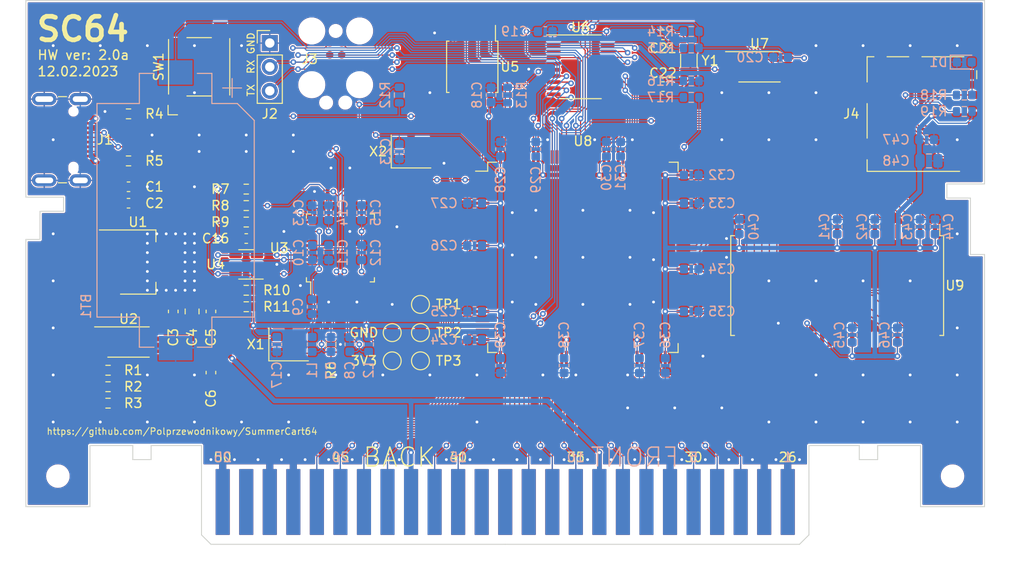
<source format=kicad_pcb>
(kicad_pcb (version 20221018) (generator pcbnew)
  (title_block (title "SC64") (date "2023-02-12") (rev "2.0a") (company "Polprzewodnikowy"))
  (layers (0 "F.Cu" signal) (31 "B.Cu" signal) (34 "B.Paste" user) (35 "F.Paste" user) (36 "B.SilkS" user "B.Silkscreen") (37 "F.SilkS" user "F.Silkscreen") (38 "B.Mask" user) (39 "F.Mask" user) (44 "Edge.Cuts" user))
  (net 0 "")
  (net 1 "Net-(BT1-+)")
  (net 2 "Net-(U1-VO)")
  (net 3 "Net-(U3-VPHY)")
  (net 4 "Net-(U3-VPLL)")
  (net 5 "Net-(U3-VCCA)")
  (net 6 "Net-(U3-VCCCORE)")
  (net 7 "N64_AD15")
  (net 8 "N64_AD14")
  (net 9 "N64_AD13")
  (net 10 "N64_AD12")
  (net 11 "N64_AD11")
  (net 12 "N64_AD10")
  (net 13 "N64_AD9")
  (net 14 "N64_AD8")
  (net 15 "N64_CIC_DATA")
  (net 16 "N64_PIF_CLK")
  (net 17 "N64_JOYBUS")
  (net 18 "N64_AD0")
  (net 19 "N64_AD1")
  (net 20 "N64_AD2")
  (net 21 "N64_AD3")
  (net 22 "N64_ALEL")
  (net 23 "N64_ALEH")
  (net 24 "N64_AD4")
  (net 25 "N64_AD5")
  (net 26 "N64_AD6")
  (net 27 "N64_AD7")
  (net 28 "N64_CIC_CLK")
  (net 29 "N64_VIDEO_SYNC")
  (net 30 "SD_DAT2")
  (net 31 "SD_DAT3")
  (net 32 "SD_CMD")
  (net 33 "SD_CLK")
  (net 34 "SD_DAT0")
  (net 35 "SD_DAT1")
  (net 36 "SD_DET")
  (net 37 "SWDIO")
  (net 38 "SWCLK")
  (net 39 "UART_TX")
  (net 40 "UART_RX")
  (net 41 "JTAG_TDO")
  (net 42 "JTAG_TDI")
  (net 43 "JTAG_TCK")
  (net 44 "JTAG_TMS")
  (net 45 "Net-(U7-X1)")
  (net 46 "GND")
  (net 47 "I2C_SDA")
  (net 48 "I2C_SCL")
  (net 49 "RTC_MFP")
  (net 50 "+3V3")
  (net 51 "N64_3V3")
  (net 52 "+5V")
  (net 53 "FLASH_CS")
  (net 54 "FLASH_IO1")
  (net 55 "FLASH_IO2")
  (net 56 "FLASH_IO0")
  (net 57 "FLASH_CLK")
  (net 58 "FLASH_IO3")
  (net 59 "FTDI_D0")
  (net 60 "FTDI_D1")
  (net 61 "FTDI_D2")
  (net 62 "FTDI_D3")
  (net 63 "FTDI_D4")
  (net 64 "FTDI_D5")
  (net 65 "FTDI_D6")
  (net 66 "FTDI_D7")
  (net 67 "FTDI_C0")
  (net 68 "FTDI_C1")
  (net 69 "FTDI_C2")
  (net 70 "~{N64_WRITE}")
  (net 71 "~{N64_READ}")
  (net 72 "~{N64_RESET}")
  (net 73 "~{N64_INT}")
  (net 74 "~{N64_NMI}")
  (net 75 "SDRAM_DQ0")
  (net 76 "SDRAM_DQ1")
  (net 77 "SDRAM_DQ2")
  (net 78 "SDRAM_DQ3")
  (net 79 "SDRAM_DQ4")
  (net 80 "SDRAM_DQ5")
  (net 81 "SDRAM_DQ6")
  (net 82 "SDRAM_DQ7")
  (net 83 "SDRAM_DQ8")
  (net 84 "SDRAM_DQ9")
  (net 85 "SDRAM_DQ10")
  (net 86 "SDRAM_DQ11")
  (net 87 "SDRAM_DQ12")
  (net 88 "SDRAM_DQ13")
  (net 89 "SDRAM_DQ14")
  (net 90 "SDRAM_DQ15")
  (net 91 "FPGA_CLK")
  (net 92 "MCU_CS")
  (net 93 "MCU_MOSI")
  (net 94 "MCU_MISO")
  (net 95 "MCU_INT")
  (net 96 "SDRAM_DQML")
  (net 97 "~{SDRAM_WE}")
  (net 98 "~{SDRAM_CAS}")
  (net 99 "~{SDRAM_RAS}")
  (net 100 "~{SDRAM_CS}")
  (net 101 "SDRAM_BA0")
  (net 102 "SDRAM_BA1")
  (net 103 "SDRAM_A10")
  (net 104 "SDRAM_A0")
  (net 105 "SDRAM_A1")
  (net 106 "SDRAM_A2")
  (net 107 "SDRAM_A3")
  (net 108 "SDRAM_A4")
  (net 109 "SDRAM_A5")
  (net 110 "SDRAM_A6")
  (net 111 "SDRAM_A7")
  (net 112 "SDRAM_A8")
  (net 113 "SDRAM_A9")
  (net 114 "SDRAM_A11")
  (net 115 "SDRAM_A12")
  (net 116 "SDRAM_CLK")
  (net 117 "SDRAM_DQMH")
  (net 118 "FTDI_C3")
  (net 119 "FTDI_C4")
  (net 120 "FTDI_C5")
  (net 121 "FTDI_C6")
  (net 122 "LED")
  (net 123 "TEST1")
  (net 124 "TEST2")
  (net 125 "FTDI_C7")
  (net 126 "USB_D+")
  (net 127 "USB_D-")
  (net 128 "Net-(U7-X2)")
  (net 129 "BUTTON")
  (net 130 "Net-(D1-A)")
  (net 131 "Net-(J1-CC1)")
  (net 132 "TEST3")
  (net 133 "MCU_SCLK")
  (net 135 "Net-(J1-CC2)")
  (net 143 "USB_EEDATA")
  (net 144 "USB_CLK")
  (net 145 "Net-(U2-VSNS)")
  (net 146 "Net-(U2-ILM)")
  (net 147 "Net-(U3-REF)")
  (net 148 "USB_EECLK")
  (net 149 "USB_EECS")
  (net 150 "Net-(U3-~{RESET})")
  (net 151 "Net-(U4-DO)")
  (net 152 "Net-(U6-NRST)")
  (footprint "Resistor_SMD:R_0603_1608Metric" (layer "F.Cu") (at 107.825 117 180)
    (fp_text reference "R1")
    (fp_text value "1k")
  )
  (footprint "Package_QFP:LQFP-48_7x7mm_P0.5mm" (layer "F.Cu") (at 132.5 104 90)
    (fp_text reference "U3")
    (fp_text value "FT232HL")
  )
  (footprint "Capacitor_SMD:C_0603_1608Metric" (layer "F.Cu") (at 118.75 110.75 90)
    (fp_text reference "C5")
    (fp_text value "100nF")
  )
  (footprint "Button_Switch_SMD:SW_SPST_Omron_B3FS-105xP" (layer "F.Cu") (at 117.5 84.75 90)
    (fp_text reference "SW1")
    (fp_text value "B3FS-1050")
  )
  (footprint "TestPoint:TestPoint_Pad_D1.5mm" (layer "F.Cu") (at 138 113)
    (fp_text reference "GND1" hide)
    (fp_text value "TestPoint")
  )
  (footprint "Resistor_SMD:R_0603_1608Metric" (layer "F.Cu") (at 122.5 110.25 180)
    (fp_text reference "R11")
    (fp_text value "10k")
  )
  (footprint "Capacitor_SMD:C_0603_1608Metric" (layer "F.Cu") (at 166.75 81.35 180)
    (fp_text reference "C21")
    (fp_text value "7pF")
  )
  (footprint "Capacitor_SMD:C_0603_1608Metric" (layer "F.Cu") (at 110 97.5)
    (fp_text reference "C1")
    (fp_text value "4.7uF")
  )
  (footprint "Package_SO:TSSOP-8_4.4x3mm_P0.65mm" (layer "F.Cu") (at 177 84.75)
    (fp_text reference "U7")
    (fp_text value "MCP7940N-x/ST")
  )
  (footprint "Package_TO_SOT_SMD:SOT-23-6" (layer "F.Cu") (at 122.5 105.75 180)
    (fp_text reference "U4")
    (fp_text value "93AA56Bx-x/OT")
  )
  (footprint "Resistor_SMD:R_0603_1608Metric" (layer "F.Cu") (at 122.5 99.5)
    (fp_text reference "R8")
    (fp_text value "10k")
  )
  (footprint "Package_SO:TSOP-II-54_22.2x10.16mm_P0.8mm" (layer "F.Cu") (at 185.25 108 -90)
    (fp_text reference "U9")
    (fp_text value "IS42S16320F-7TL")
  )
  (footprint "Package_SO:SOIC-8_5.23x5.23mm_P1.27mm" (layer "F.Cu") (at 146.5 84.75 -90)
    (fp_text reference "U5")
    (fp_text value "W25Q128JVSIQ")
  )
  (footprint "Capacitor_SMD:C_0603_1608Metric" (layer "F.Cu") (at 114.75 110.75 90)
    (fp_text reference "C3")
    (fp_text value "100nF")
  )
  (footprint "TestPoint:TestPoint_Pad_D1.5mm" (layer "F.Cu") (at 138 116)
    (fp_text reference "3V1" hide)
    (fp_text value "TestPoint")
  )
  (footprint "Resistor_SMD:R_0603_1608Metric" (layer "F.Cu") (at 107.825 118.75)
    (fp_text reference "R2")
    (fp_text value "330R")
  )
  (footprint "Connector_Card:microSD_HC_Molex_104031-0811" (layer "F.Cu") (at 194.25 89.75 -90)
    (fp_text reference "J4")
    (fp_text value "104031-0811")
  )
  (footprint "Package_QFP:TQFP-144_20x20mm_P0.5mm" (layer "F.Cu") (at 158.25 105)
    (fp_text reference "U8")
    (fp_text value "LCMXO2-7000HC-6TG144x")
  )
  (footprint "MountingHole:MountingHole_2mm" (layer "F.Cu") (at 197.5 128.25)
    (fp_text reference "REF**" hide)
    (fp_text value "MountingHole_2mm" hide)
  )
  (footprint "Resistor_SMD:R_0603_1608Metric" (layer "F.Cu") (at 110 94.75 180)
    (fp_text reference "R5")
    (fp_text value "5.1k")
  )
  (footprint "Resistor_SMD:R_0603_1608Metric" (layer "F.Cu") (at 110 89.75 180)
    (fp_text reference "R4")
    (fp_text value "5.1k")
  )
  (footprint "Resistor_SMD:R_0603_1608Metric" (layer "F.Cu") (at 131.5 114.25 90)
    (fp_text reference "R6")
    (fp_text value "12k")
  )
  (footprint "Capacitor_SMD:C_0603_1608Metric" (layer "F.Cu") (at 122.5 103 180)
    (fp_text reference "C16")
    (fp_text value "100nF")
  )
  (footprint "Package_SO:TSSOP-8_4.4x3mm_P0.65mm" (layer "F.Cu") (at 110 114)
    (fp_text reference "U2")
    (fp_text value "TPS2111A")
  )
  (footprint "TestPoint:TestPoint_Pad_D1.5mm" (layer "F.Cu") (at 141 110)
    (fp_text reference "TP1")
    (fp_text value "TestPoint")
  )
  (footprint "Resistor_SMD:R_0603_1608Metric" (layer "F.Cu") (at 122.5 97.75)
    (fp_text reference "R7")
    (fp_text value "12k")
  )
  (footprint "Connector_PinHeader_2.54mm:PinHeader_1x03_P2.54mm_Vertical" (layer "F.Cu") (at 125 82.225)
    (fp_text reference "J2")
    (fp_text value "Conn_01x03_Male")
  )
  (footprint "Crystal:Crystal_SMD_3215-2Pin_3.2x1.5mm" (layer "F.Cu") (at 169.5 84.1 90)
    (fp_text reference "Y1")
    (fp_text value "FC-135")
  )
  (footprint "TestPoint:TestPoint_Pad_D1.5mm" (layer "F.Cu") (at 141 113)
    (fp_text reference "TP2")
    (fp_text value "TestPoint")
  )
  (footprint "sc64v2:N64_Edge" (layer "F.Cu") (at 150 125)
    (fp_text reference "J_N1" hide)
    (fp_text value "N64_Cartridge")
    (fp_line (start -32.25 9.5) (end -32.25 0) (stroke (width 0.1)) (layer "Edge.Cuts"))
    (fp_line (start -32.25 9.5) (end -31.25 10.5) (stroke (width 0.1)) (layer "Edge.Cuts"))
    (fp_line (start 0 10.5) (end -31.25 10.5) (stroke (width 0.1)) (layer "Edge.Cuts"))
    (fp_line (start 0 10.5) (end 31.25 10.5) (stroke (width 0.1)) (layer "Edge.Cuts"))
    (fp_line (start 31.25 10.5) (end 32.25 9.5) (stroke (width 0.1)) (layer "Edge.Cuts"))
    (fp_line (start 32.25 9.5) (end 32.25 0) (stroke (width 0.1)) (layer "Edge.Cuts"))
  )
  (footprint "sc64v2:TC2050-FP" (layer "F.Cu") (at 132 80.94 -90)
    (fp_text reference "J3")
    (fp_text value "TC2050-FP")
  )
  (footprint "Resistor_SMD:R_0603_1608Metric" (layer "F.Cu") (at 122.5 101.25 180)
    (fp_text reference "R9")
    (fp_text value "5.1k")
  )
  (footprint "Capacitor_SMD:C_0805_2012Metric" (layer "F.Cu") (at 116.75 110.75 90)
    (fp_text reference "C4")
    (fp_text value "47uF")
  )
  (footprint "Capacitor_SMD:C_0603_1608Metric" (layer "F.Cu") (at 118.75 117.25 -90)
    (fp_text reference "C6")
    (fp_text value "100nF")
  )
  (footprint "Resistor_SMD:R_0603_1608Metric" (layer "F.Cu") (at 122.5 108.5)
    (fp_text reference "R10")
    (fp_text value "2.2k")
  )
  (footprint "Package_TO_SOT_SMD:SOT-223-3_TabPin2" (layer "F.Cu") (at 111 105.5)
    (fp_text reference "U1")
    (fp_text value "TC1264-3.3VDB")
  )
  (footprint "Oscillator:Oscillator_SMD_SeikoEpson_SG8002CE-4Pin_3.2x2.5mm" (layer "F.Cu") (at 140 93.75)
    (fp_text reference "X2")
    (fp_text value "ECS-3225MV-500-BN")
  )
  (footprint "Capacitor_SMD:C_0603_1608Metric" (layer "F.Cu") (at 110 99.25)
    (fp_text reference "C2")
    (fp_text value "100nF")
  )
  (footprint "Oscillator:Oscillator_SMD_SeikoEpson_SG8002CE-4Pin_3.2x2.5mm" (layer "F.Cu") (at 127 114.25)
    (fp_text reference "X1")
    (fp_text value "ECS-3225MV-120-CN")
  )
  (footprint "Package_SO:TSSOP-20_4.4x6.5mm_P0.65mm" (layer "F.Cu") (at 158 84.75)
    (fp_text reference "U6")
    (fp_text value "STM32G030F6P6")
  )
  (footprint "Resistor_SMD:R_0603_1608Metric" (layer "F.Cu") (at 107.825 120.5)
    (fp_text reference "R3")
    (fp_text value "470R")
  )
  (footprint "TestPoint:TestPoint_Pad_D1.5mm" (layer "F.Cu") (at 141 116)
    (fp_text reference "TP3")
    (fp_text value "TestPoint")
  )
  (footprint "Capacitor_SMD:C_0603_1608Metric" (layer "F.Cu") (at 166.75 86.85)
    (fp_text reference "C22")
    (fp_text value "7pF")
  )
  (footprint "Connector_USB:USB_C_Receptacle_JAE_DX07S016JA1R1500" (layer "F.Cu") (at 102.2 92.5 -90)
    (fp_text reference "J1")
    (fp_text value "DX07S016JA3R1500")
  )
  (footprint "MountingHole:MountingHole_2mm" (layer "F.Cu") (at 102.5 128.25)
    (fp_text reference "REF**" hide)
    (fp_text value "MountingHole_2mm" hide)
  )
  (footprint "LED_SMD:LED_0603_1608Metric" (layer "B.Cu") (at 198.75 84.25)
    (fp_text reference "D1")
    (fp_text value "150060RS75000")
  )
  (footprint "Capacitor_SMD:C_0603_1608Metric" (layer "B.Cu") (at 129.5 110.25 -90)
    (fp_text reference "C9")
    (fp_text value "100nF")
  )
  (footprint "Resistor_SMD:R_0603_1608Metric" (layer "B.Cu") (at 138.75 87.75 90)
    (fp_text reference "R12")
    (fp_text value "10k")
  )
  (footprint "Capacitor_SMD:C_0603_1608Metric" (layer "B.Cu") (at 146.75 110.75 180)
    (fp_text reference "C25")
    (fp_text value "100nF")
  )
  (footprint "Capacitor_SMD:C_0603_1608Metric" (layer "B.Cu") (at 156.25 116.5 -90)
    (fp_text reference "C38")
    (fp_text value "100nF")
  )
  (footprint "Capacitor_SMD:C_0603_1608Metric" (layer "B.Cu") (at 169.75 110.75)
    (fp_text reference "C35")
    (fp_text value "100nF")
  )
  (footprint "Capacitor_SMD:C_0603_1608Metric" (layer "B.Cu") (at 153.25 93.5 90)
    (fp_text reference "C29")
    (fp_text value "100nF")
  )
  (footprint "Capacitor_SMD:C_0603_1608Metric" (layer "B.Cu") (at 131.25 104.5 -90)
    (fp_text reference "C11")
    (fp_text value "100nF")
  )
  (footprint "Resistor_SMD:R_0603_1608Metric" (layer "B.Cu") (at 198.75 89.5)
    (fp_text reference "R19")
    (fp_text value "10k")
  )
  (footprint "Resistor_SMD:R_0603_1608Metric" (layer "B.Cu") (at 169.75 88)
    (fp_text reference "R17")
    (fp_text value "10k")
  )
  (footprint "Capacitor_SMD:C_0603_1608Metric" (layer "B.Cu") (at 162.25 93.5 90)
    (fp_text reference "C31")
    (fp_text value "100nF")
  )
  (footprint "Capacitor_SMD:C_0603_1608Metric" (layer "B.Cu") (at 146.75 103.75 180)
    (fp_text reference "C26")
    (fp_text value "100nF")
  )
  (footprint "Capacitor_SMD:C_0603_1608Metric" (layer "B.Cu") (at 194.05 101.75 90)
    (fp_text reference "C43")
    (fp_text value "100nF")
  )
  (footprint "Capacitor_SMD:C_0603_1608Metric" (layer "B.Cu") (at 189.25 101.75 90)
    (fp_text reference "C42")
    (fp_text value "100nF")
  )
  (footprint "Capacitor_SMD:C_0603_1608Metric" (layer "B.Cu") (at 186.85 113.25 90)
    (fp_text reference "C45")
    (fp_text value "100nF")
  )
  (footprint "Capacitor_SMD:C_0603_1608Metric" (layer "B.Cu") (at 138.75 93.75 -90)
    (fp_text reference "C23")
    (fp_text value "100nF")
  )
  (footprint "Capacitor_SMD:C_0603_1608Metric" (layer "B.Cu") (at 129.5 100.25 -90)
    (fp_text reference "C13")
    (fp_text value "100nF")
  )
  (footprint "Capacitor_SMD:C_0603_1608Metric" (layer "B.Cu") (at 174.85 101.75 90)
    (fp_text reference "C40")
    (fp_text value "100nF")
  )
  (footprint "Resistor_SMD:R_0603_1608Metric" (layer "B.Cu") (at 150.25 87.75 -90)
    (fp_text reference "R13")
    (fp_text value "10k")
  )
  (footprint "Resistor_SMD:R_0603_1608Metric" (layer "B.Cu") (at 169.75 82.75)
    (fp_text reference "R15")
    (fp_text value "2.2k")
  )
  (footprint "Capacitor_SMD:C_0603_1608Metric" (layer "B.Cu") (at 149.5 116.5 -90)
    (fp_text reference "C39")
    (fp_text value "100nF")
  )
  (footprint "Capacitor_SMD:C_0603_1608Metric" (layer "B.Cu") (at 131.25 100.25 -90)
    (fp_text reference "C14")
    (fp_text value "100nF")
  )
  (footprint "Battery:BatteryHolder_Keystone_1060_1x2032" (layer "B.Cu") (at 115 100 -90)
    (fp_text reference "BT1")
    (fp_text value "1060")
  )
  (footprint "Capacitor_SMD:C_0603_1608Metric" (layer "B.Cu") (at 134.75 104.5 90)
    (fp_text reference "C12")
    (fp_text value "100nF")
  )
  (footprint "Capacitor_SMD:C_0603_1608Metric" (layer "B.Cu") (at 160.75 93.5 90)
    (fp_text reference "C30")
    (fp_text value "100nF")
  )
  (footprint "Capacitor_SMD:C_0603_1608Metric" (layer "B.Cu") (at 179.25 83.75 180)
    (fp_text reference "C20")
    (fp_text value "100nF")
  )
  (footprint "Inductor_SMD:L_0603_1608Metric" (layer "B.Cu") (at 135.5 114.25 -90)
    (fp_text reference "L2")
    (fp_text value "470R")
  )
  (footprint "Capacitor_SMD:C_0603_1608Metric" (layer "B.Cu") (at 185.25 101.75 90)
    (fp_text reference "C41")
    (fp_text value "100nF")
  )
  (footprint "Capacitor_SMD:C_0603_1608Metric" (layer "B.Cu") (at 133.5 114.25 90)
    (fp_text reference "C8")
    (fp_text value "100nF")
  )
  (footprint "Capacitor_SMD:C_0603_1608Metric" (layer "B.Cu") (at 146.75 99.25 180)
    (fp_text reference "C27")
    (fp_text value "100nF")
  )
  (footprint "Capacitor_SMD:C_0603_1608Metric" (layer "B.Cu") (at 169.75 96.25)
    (fp_text reference "C32")
    (fp_text value "100nF")
  )
  (footprint "Resistor_SMD:R_0603_1608Metric" (layer "B.Cu") (at 169.75 81)
    (fp_text reference "R14")
    (fp_text value "2.2k")
  )
  (footprint "Capacitor_SMD:C_0603_1608Metric" (layer "B.Cu") (at 169.75 99.25)
    (fp_text reference "C33")
    (fp_text value "100nF")
  )
  (footprint "Capacitor_SMD:C_0603_1608Metric" (layer "B.Cu") (at 191.65 113.25 90)
    (fp_text reference "C46")
    (fp_text value "100nF")
  )
  (footprint "Capacitor_SMD:C_0603_1608Metric" (layer "B.Cu") (at 131.5 114.25 -90)
    (fp_text reference "C7")
    (fp_text value "100nF")
  )
  (footprint "Capacitor_SMD:C_0603_1608Metric" (layer "B.Cu") (at 167 116.5 -90)
    (fp_text reference "C36")
    (fp_text value "100nF")
  )
  (footprint "Capacitor_SMD:C_0603_1608Metric" (layer "B.Cu") (at 146.75 113.75 180)
    (fp_text reference "C24")
    (fp_text value "100nF")
  )
  (footprint "Resistor_SMD:R_0603_1608Metric" (layer "B.Cu") (at 169.75 86.25 180)
    (fp_text reference "R16")
    (fp_text value "10k")
  )
  (footprint "Capacitor_SMD:C_0603_1608Metric" (layer "B.Cu") (at 194.75 92.5)
    (fp_text reference "C47")
    (fp_text value "100nF")
  )
  (footprint "Capacitor_SMD:C_0603_1608Metric" (layer "B.Cu") (at 148.5 87.75 90)
    (fp_text reference "C18")
    (fp_text value "100nF")
  )
  (footprint "Capacitor_SMD:C_0805_2012Metric" (layer "B.Cu") (at 195 94.75)
    (fp_text reference "C48")
    (fp_text value "47uF")
  )
  (footprint "Capacitor_SMD:C_0603_1608Metric" (layer "B.Cu") (at 125.75 114.25 -90)
    (fp_text reference "C17")
    (fp_text value "100nF")
  )
  (footprint "Capacitor_SMD:C_0603_1608Metric" (layer "B.Cu") (at 164.25 116.5 -90)
    (fp_text reference "C37")
    (fp_text value "100nF")
  )
  (footprint "Inductor_SMD:L_0603_1608Metric" (layer "B.Cu") (at 129.5 114.25 -90)
    (fp_text reference "L1")
    (fp_text value "470R")
  )
  (footprint "Capacitor_SMD:C_0603_1608Metric" (layer "B.Cu") (at 129.5 104.5 -90)
    (fp_text reference "C10")
    (fp_text value "100nF")
  )
  (footprint "Capacitor_SMD:C_0603_1608Metric" (layer "B.Cu") (at 169.75 106.25)
    (fp_text reference "C34")
    (fp_text value "100nF")
  )
  (footprint "Capacitor_SMD:C_0603_1608Metric" (layer "B.Cu") (at 149.5 93.5 90)
    (fp_text reference "C28")
    (fp_text value "100nF")
  )
  (footprint "Capacitor_SMD:C_0603_1608Metric" (layer "B.Cu") (at 195.65 101.75 90)
    (fp_text reference "C44")
    (fp_text value "100nF")
  )
  (footprint "Capacitor_SMD:C_0603_1608Metric" (layer "B.Cu") (at 154.25 81)
    (fp_text reference "C19")
    (fp_text value "100nF")
  )
  (footprint "Resistor_SMD:R_0603_1608Metric" (layer "B.Cu") (at 198.75 87.75)
    (fp_text reference "R18")
    (fp_text value "1k")
  )
  (footprint "Capacitor_SMD:C_0603_1608Metric" (layer "B.Cu") (at 134.75 100.25 90)
    (fp_text reference "C15")
    (fp_text value "100nF")
  )
  (gr_line locked (start 112.4 126.5) (end 112.4 125) (stroke (width 0.1)) (layer "Edge.Cuts"))
  (gr_line locked (start 105.9 131.5) (end 105.9 125) (stroke (width 0.1)) (layer "Edge.Cuts"))
  (gr_line locked (start 200.9 104.7) (end 199.4 104.7) (stroke (width 0.1)) (layer "Edge.Cuts"))
  (gr_line locked (start 182.25 125) (end 187.6 125) (stroke (width 0.1)) (layer "Edge.Cuts"))
  (gr_line locked (start 110.45 125) (end 110.45 126.5) (stroke (width 0.1)) (layer "Edge.Cuts"))
  (gr_line locked (start 199.4 98.7) (end 196.9 98.7) (stroke (width 0.1)) (layer "Edge.Cuts"))
  (gr_line locked (start 189.55 126.5) (end 189.55 125) (stroke (width 0.1)) (layer "Edge.Cuts"))
  (gr_line locked (start 103.1 100.1) (end 103.1 98.6) (stroke (width 0.1)) (layer "Edge.Cuts"))
  (gr_line locked (start 194.1 125) (end 194.1 131.5) (stroke (width 0.1)) (layer "Edge.Cuts"))
  (gr_line locked (start 110.45 126.5) (end 112.4 126.5) (stroke (width 0.1)) (layer "Edge.Cuts"))
  (gr_line locked (start 199.4 104.7) (end 199.4 98.7) (stroke (width 0.1)) (layer "Edge.Cuts"))
  (gr_line locked (start 105.9 125) (end 110.45 125) (stroke (width 0.1)) (layer "Edge.Cuts"))
  (gr_line locked (start 200.9 131.5) (end 200.9 104.7) (stroke (width 0.1)) (layer "Edge.Cuts"))
  (gr_line locked (start 99.1 77.7) (end 200.9 77.7) (stroke (width 0.1)) (layer "Edge.Cuts"))
  (gr_line locked (start 99.1 98.6) (end 99.1 77.7) (stroke (width 0.1)) (layer "Edge.Cuts"))
  (gr_line locked (start 194.1 131.5) (end 200.9 131.5) (stroke (width 0.1)) (layer "Edge.Cuts"))
  (gr_line locked (start 187.6 126.5) (end 189.55 126.5) (stroke (width 0.1)) (layer "Edge.Cuts"))
  (gr_line locked (start 99.1 131.5) (end 105.9 131.5) (stroke (width 0.1)) (layer "Edge.Cuts"))
  (gr_line locked (start 187.6 125) (end 187.6 126.5) (stroke (width 0.1)) (layer "Edge.Cuts"))
  (gr_line locked (start 99.1 131.5) (end 99.1 103.1) (stroke (width 0.1)) (layer "Edge.Cuts"))
  (gr_line locked (start 200.9 77.7) (end 200.9 97.2) (stroke (width 0.1)) (layer "Edge.Cuts"))
  (gr_line locked (start 100.6 103.1) (end 100.6 100.1) (stroke (width 0.1)) (layer "Edge.Cuts"))
  (gr_line locked (start 103.1 98.6) (end 99.1 98.6) (stroke (width 0.1)) (layer "Edge.Cuts"))
  (gr_line locked (start 196.9 97.2) (end 200.9 97.2) (stroke (width 0.1)) (layer "Edge.Cuts"))
  (gr_line locked (start 112.4 125) (end 117.75 125) (stroke (width 0.1)) (layer "Edge.Cuts"))
  (gr_line locked (start 100.6 100.1) (end 103.1 100.1) (stroke (width 0.1)) (layer "Edge.Cuts"))
  (gr_line locked (start 189.55 125) (end 194.1 125) (stroke (width 0.1)) (layer "Edge.Cuts"))
  (gr_line locked (start 196.9 98.7) (end 196.9 97.2) (stroke (width 0.1)) (layer "Edge.Cuts"))
  (gr_line locked (start 99.1 103.1) (end 100.6 103.1) (stroke (width 0.1)) (layer "Edge.Cuts"))
  (gr_text "RX" (at 123 84.75 90) (layer "F.SilkS") (effects (font (size 0.75 0.75) (thickness 0.125))))
  (gr_text "TX" (at 123 87.25 90) (layer "F.SilkS") (effects (font (size 0.75 0.75) (thickness 0.125))))
  (gr_text "HW ver: 2.0a" (at 100.25 83.5) (layer "F.SilkS") (effects (font (size 1 1)) (justify left)))
  (gr_text "12.02.2023" (at 100.25 85.25) (layer "F.SilkS") (effects (font (size 1 1)) (justify left)))
  (gr_text "GND" (at 135 113) (layer "F.SilkS") (effects (font (size 1 1))))
  (gr_text "https://github.com/Polprzewodnikowy/SummerCart64" (at 101.25 123.5) (layer "F.SilkS") (effects (font (size 0.7 0.7) (thickness 0.1)) (justify left)))
  (gr_text "3V3" (at 135 116) (layer "F.SilkS") (effects (font (size 1 1))))
  (gr_text "GND" (at 123 82.25 90) (layer "F.SilkS") (effects (font (size 0.75 0.75) (thickness 0.125))))
  (gr_text "SC64" (at 100 80.75) (layer "F.SilkS") (effects (font (size 2.5 2.5) (thickness 0.5)) (justify left)))
  (segment (start 172.325 85.075) (end 172.25 85) (width 0.127) (layer "F.Cu") (net 1))
  (segment (start 174.1375 85.075) (end 172.325 85.075) (width 0.127) (layer "F.Cu") (net 1))
  (via (at 172.25 85) (size 0.6) (drill 0.3) (layers "F.Cu" "B.Cu") (net 1))
  (segment (start 129 82.73592) (end 136.079955 82.73592) (width 0.127) (layer "B.Cu") (net 1))
  (segment (start 164.47888 82.22888) (end 167.25 85) (width 0.127) (layer "B.Cu") (net 1))
  (segment (start 137.579956 81.23592) (end 139.420046 81.23592) (width 0.127) (layer "B.Cu") (net 1))
  (segment (start 126.26408 80) (end 129 82.73592) (width 0.127) (layer "B.Cu") (net 1))
  (segment (start 167.25 85) (end 172.25 85) (width 0.127) (layer "B.Cu") (net 1))
  (segment (start 115 81.25) (end 116.25 80) (width 0.127) (layer "B.Cu") (net 1))
  (segment (start 136.079955 82.73592) (end 137.579956 81.23592) (width 0.127) (layer "B.Cu") (net 1))
  (segment (start 116.25 80) (end 126.26408 80) (width 0.127) (layer "B.Cu") (net 1))
  (segment (start 139.420046 81.23592) (end 140.413006 82.22888) (width 0.127) (layer "B.Cu") (net 1))
  (segment (start 140.413006 82.22888) (end 164.47888 82.22888) (width 0.127) (layer "B.Cu") (net 1))
  (segment (start 115 85.35) (end 115 81.25) (width 0.127) (layer "B.Cu") (net 1))
  (segment (start 108.65 117) (end 110.275 115.375) (width 0.127) (layer "F.Cu") (net 2))
  (segment (start 107.85 107.8) (end 107.85 110.6) (width 0.508) (layer "F.Cu") (net 2))
  (segment (start 112.8625 112.1375) (end 113.475 111.525) (width 0.508) (layer "F.Cu") (net 2))
  (segment (start 112.8625 113.025) (end 110.275 113.025) (width 0.508) (layer "F.Cu") (net 2))
  (segment (start 113.475 111.525) (end 114.75 111.525) (width 0.508) (layer "F.Cu") (net 2))
  (segment (start 110.275 115.375) (end 110.275 113.025) (width 0.127) (layer "F.Cu") (net 2))
  (segment (start 112.8625 113.025) (end 112.8625 112.1375) (width 0.508) (layer "F.Cu") (net 2))
  (segment (start 107.85 110.6) (end 110.275 113.025) (width 0.508) (layer "F.Cu") (net 2))
  (segment (start 130.5 112.375) (end 130.75 112.125) (width 0.127) (layer "F.Cu") (net 3))
  (segment (start 130.75 112.125) (end 130.75 108.1625) (width 0.127) (layer "F.Cu") (net 3))
  (segment (start 130.5 114.25) (end 130.5 112.375) (width 0.127) (layer "F.Cu") (net 3))
  (via (at 130.5 114.25) (size 0.6) (drill 0.3) (layers "F.Cu" "B.Cu") (net 3))
  (segment (start 129.5 115.0375) (end 130.2125 115.0375) (width 0.127) (layer "B.Cu") (net 3))
  (segment (start 130.2125 115.0375) (end 130.5 114.75) (width 0.127) (layer "B.Cu") (net 3))
  (segment (start 130.775 115.025) (end 130.5 114.75) (width 0.127) (layer "B.Cu") (net 3))
  (segment (start 131.5 115.025) (end 130.775 115.025) (width 0.127) (layer "B.Cu") (net 3))
  (segment (start 130.5 114.75) (end 130.5 114.25) (width 0.127) (layer "B.Cu") (net 3))
  (segment (start 133.25 113) (end 133.25 108.1625) (width 0.127) (layer "F.Cu") (net 4))
  (segment (start 134.5 114.25) (end 133.25 113) (width 0.127) (layer "F.Cu") (net 4))
  (via (at 134.5 114.25) (size 0.6) (drill 0.3) (layers "F.Cu" "B.Cu") (net 4))
  (segment (start 134.225 115.025) (end 134.5 114.75) (width 0.127) (layer "B.Cu") (net 4))
  (segment (start 135.5 115.0375) (end 134.7875 115.0375) (width 0.127) (layer "B.Cu") (net 4))
  (segment (start 134.7875 115.0375) (end 134.5 114.75) (width 0.127) (layer "B.Cu") (net 4))
  (segment (start 133.5 115.025) (end 134.225 115.025) (width 0.127) (layer "B.Cu") (net 4))
  (segment (start 134.5 114.75) (end 134.5 114.25) (width 0.127) (layer "B.Cu") (net 4))
  (segment (start 128.3375 100.3375) (end 128.25 100.25) (width 0.127) (layer "F.Cu") (net 5))
  (segment (start 128.3375 101.25) (end 128.3375 100.3375) (width 0.127) (layer "F.Cu") (net 5))
  (via (at 128.25 100.25) (size 0.6) (drill 0.3) (layers "F.Cu" "B.Cu") (net 5))
  (segment (start 128.725 100.25) (end 129.5 101.025) (width 0.127) (layer "B.Cu") (net 5))
  (segment (start 128.25 100.25) (end 128.725 100.25) (width 0.127) (layer "B.Cu") (net 5))
  (segment (start 128.3375 101.75) (end 130.75 101.75) (width 0.127) (layer "F.Cu") (net 6))
  (segment (start 130.75 101.75) (end 131.25 102.25) (width 0.127) (layer "F.Cu") (net 6))
  (via (at 131.25 102.25) (size 0.6) (drill 0.3) (layers "F.Cu" "B.Cu") (net 6))
  (segment (start 131.25 102.25) (end 131.25 101.025) (width 0.127) (layer "B.Cu") (net 6))
  (segment (start 160.5 115.6625) (end 160.5 121.381744) (width 0.127) (layer "F.Cu") (net 7))
  (segment (start 160.5 121.381744) (end 161.593616 122.47536) (width 0.127) (layer "F.Cu") (net 7))
  (segment (start 161.593616 122.47536) (end 171.22536 122.47536) (width 0.127) (layer "F.Cu") (net 7))
  (segment (start 171.22536 122.47536) (end 173.75 125) (width 0.127) (layer "F.Cu") (net 7))
  (via (at 173.75 125) (size 0.6) (drill 0.3) (layers "F.Cu" "B.Cu") (net 7))
  (segment (start 175 131) (end 175 126.25) (width 0.127) (layer "B.Cu") (net 7))
  (segment (start 175 126.25) (end 173.75 125) (width 0.127) (layer "B.Cu") (net 7))
  (segment (start 161.383592 122.9824) (end 169.2324 122.9824) (width 0.127) (layer "F.Cu") (net 8))
  (segment (start 159.5 121.098808) (end 161.383592 122.9824) (width 0.127) (layer "F.Cu") (net 8))
  (segment (start 159.5 115.6625) (end 159.5 121.098808) (width 0.127) (layer "F.Cu") (net 8))
  (segment (start 169.2324 122.9824) (end 171.25 125) (width 0.127) (layer "F.Cu") (net 8))
  (via (at 171.25 125) (size 0.6) (drill 0.3) (layers "F.Cu" "B.Cu") (net 8))
  (segment (start 172.5 126.25) (end 171.25 125) (width 0.127) (layer "B.Cu") (net 8))
  (segment (start 172.5 131) (end 172.5 126.25) (width 0.127) (layer "B.Cu") (net 8))
  (segment (start 158.5 120.815872) (end 161.173568 123.48944) (width 0.127) (layer "F.Cu") (net 9))
  (segment (start 161.173568 123.48944) (end 167.23944 123.48944) (width 0.127) (layer "F.Cu") (net 9))
  (segment (start 167.23944 123.48944) (end 168.75 125) (width 0.127) (layer "F.Cu") (net 9))
  (segment (start 158.5 115.6625) (end 158.5 120.815872) (width 0.127) (layer "F.Cu") (net 9))
  (via (at 168.75 125) (size 0.6) (drill 0.3) (layers "F.Cu" "B.Cu") (net 9))
  (segment (start 170 131) (end 170 126.25) (width 0.127) (layer "B.Cu") (net 9))
  (segment (start 170 126.25) (end 168.75 125) (width 0.127) (layer "B.Cu") (net 9))
  (segment (start 162.74648 123.99648) (end 163.75 125) (width 0.127) (layer "F.Cu") (net 10))
  (segment (start 157 120.032936) (end 160.963544 123.99648) (width 0.127) (layer "F.Cu") (net 10))
  (segment (start 160.963544 123.99648) (end 162.74648 123.99648) (width 0.127) (layer "F.Cu") (net 10))
  (segment (start 157 115.6625) (end 157 120.032936) (width 0.127) (layer "F.Cu") (net 10))
  (via (at 163.75 125) (size 0.6) (drill 0.3) (layers "F.Cu" "B.Cu") (net 10))
  (segment (start 165 126.25) (end 163.75 125) (width 0.127) (layer "B.Cu") (net 10))
  (segment (start 165 131) (end 165 126.25) (width 0.127) (layer "B.Cu") (net 10))
  (segment (start 153.75 118.934128) (end 153.75 125) (width 0.127) (layer "F.Cu") (net 11))
  (segment (start 153 115.6625) (end 153 118.184128) (width 0.127) (layer "F.Cu") (net 11))
  (segment (start 153 118.184128) (end 153.75 118.934128) (width 0.127) (layer "F.Cu") (net 11))
  (via (at 153.75 125) (size 0.6) (drill 0.3) (layers "F.Cu" "B.Cu") (net 11))
  (segment (start 155 126.25) (end 153.75 125) (width 0.127) (layer "B.Cu") (net 11))
  (segment (start 155 131) (end 155 126.25) (width 0.127) (layer "B.Cu") (net 11))
  (segment (start 152 115.6625) (end 152 121.934125) (width 0.127) (layer "F.Cu") (net 12))
  (segment (start 151.25 122.684126) (end 151.25 125) (width 0.127) (layer "F.Cu") (net 12))
  (segment (start 152 121.934125) (end 151.25 122.684126) (width 0.127) (layer "F.Cu") (net 12))
  (via (at 151.25 125) (size 0.6) (drill 0.3) (layers "F.Cu" "B.Cu") (net 12))
  (segment (start 152.5 126.25) (end 151.25 125) (width 0.127) (layer "B.Cu") (net 12))
  (segment (start 152.5 131) (end 152.5 126.25) (width 0.127) (layer "B.Cu") (net 12))
  (segment (start 147.23944 124.01056) (end 146.25 125) (width 0.127) (layer "F.Cu") (net 13))
  (segment (start 149.565033 124.01056) (end 147.23944 124.01056) (width 0.127) (layer "F.Cu") (net 13))
  (segment (start 151.5 115.6625) (end 151.5 122.075594) (width 0.127) (layer "F.Cu") (net 13))
  (segment (start 151.5 122.075594) (end 149.565033 124.01056) (width 0.127) (layer "F.Cu") (net 13))
  (via (at 146.25 125) (size 0.6) (drill 0.3) (layers "F.Cu" "B.Cu") (net 13))
  (segment (start 145 131) (end 145 126.25) (width 0.127) (layer "B.Cu") (net 13))
  (segment (start 145 126.25) (end 146.25 125) (width 0.127) (layer "B.Cu") (net 13))
  (segment (start 150.5 115.6625) (end 150.5 122.358531) (width 0.127) (layer "F.Cu") (net 14))
  (segment (start 150.5 122.358531) (end 149.355011 123.50352) (width 0.127) (layer "F.Cu") (net 14))
  (segment (start 145.24648 123.50352) (end 143.75 125) (width 0.127) (layer "F.Cu") (net 14))
  (segment (start 149.355011 123.50352) (end 145.24648 123.50352) (width 0.127) (layer "F.Cu") (net 14))
  (via (at 143.75 125) (size 0.6) (drill 0.3) (layers "F.Cu" "B.Cu") (net 14))
  (segment (start 142.5 131) (end 142.5 126.25) (width 0.127) (layer "B.Cu") (net 14))
  (segment (start 142.5 126.25) (end 143.75 125) (width 0.127) (layer "B.Cu") (net 14))
  (segment (start 153.75 112) (end 153.49296 112.25704) (width 0.127) (layer "F.Cu") (net 15))
  (segment (start 141.315033 124.01056) (end 139.73944 124.01056) (width 0.127) (layer "F.Cu") (net 15))
  (segment (start 145.5 119.825593) (end 141.315033 124.01056) (width 0.127) (layer "F.Cu") (net 15))
  (segment (start 153.49296 112.25704) (end 149.75 112.25704) (width 0.127) (layer "F.Cu") (net 15))
  (segment (start 145.5 113.75) (end 145.5 119.825593) (width 0.127) (layer "F.Cu") (net 15))
  (segment (start 148.75704 113.25) (end 147.5875 113.25) (width 0.127) (layer "F.Cu") (net 15))
  (segment (start 156.275 87.025) (end 156.5 87.25) (width 0.127) (layer "F.Cu") (net 15))
  (segment (start 147.5875 113.25) (end 146 113.25) (width 0.127) (layer "F.Cu") (net 15))
  (segment (start 139.73944 124.01056) (end 138.75 125) (width 0.127) (layer "F.Cu") (net 15))
  (segment (start 149.75 112.25704) (end 148.75704 113.25) (width 0.127) (layer "F.Cu") (net 15))
  (segment (start 146 113.25) (end 145.5 113.75) (width 0.127) (layer "F.Cu") (net 15))
  (segment (start 155.1375 87.025) (end 156.275 87.025) (width 0.127) (layer "F.Cu") (net 15))
  (via (at 153.75 112) (size 0.6) (drill 0.3) (layers "F.Cu" "B.Cu") (net 15))
  (via (at 138.75 125) (size 0.6) (drill 0.3) (layers "F.Cu" "B.Cu") (net 15))
  (via (at 156.5 87.25) (size 0.6) (drill 0.3) (layers "F.Cu" "B.Cu") (net 15))
  (segment (start 137.5 131) (end 137.5 126.25) (width 0.127) (layer "B.Cu") (net 15))
  (segment (start 155.50704 110.24296) (end 155.50704 91.539977) (width 0.127) (layer "B.Cu") (net 15))
  (segment (start 153.75 112) (end 155.50704 110.24296) (width 0.127) (layer "B.Cu") (net 15))
  (segment (start 154.5 90.532937) (end 154.5 89.25) (width 0.127) (layer "B.Cu") (net 15))
  (segment (start 154.5 89.25) (end 156.5 87.25) (width 0.127) (layer "B.Cu") (net 15))
  (segment (start 155.50704 91.539977) (end 154.5 90.532937) (width 0.127) (layer "B.Cu") (net 15))
  (segment (start 137.5 126.25) (end 138.75 125) (width 0.127) (layer "B.Cu") (net 15))
  (segment (start 145.5 112.25) (end 144.99296 112.75704) (width 0.127) (layer "F.Cu") (net 16))
  (segment (start 144.99296 112.75704) (end 144.99296 119.615571) (width 0.127) (layer "F.Cu") (net 16))
  (segment (start 144.99296 119.615571) (end 141.105011 123.50352) (width 0.127) (layer "F.Cu") (net 16))
  (segment (start 147.5875 112.25) (end 145.5 112.25) (width 0.127) (layer "F.Cu") (net 16))
  (segment (start 141.105011 123.50352) (end 137.74648 123.50352) (width 0.127) (layer "F.Cu") (net 16))
  (segment (start 137.74648 123.50352) (end 136.25 125) (width 0.127) (layer "F.Cu") (net 16))
  (via (at 136.25 125) (size 0.6) (drill 0.3) (layers "F.Cu" "B.Cu") (net 16))
  (segment (start 135 131) (end 135 126.5) (width 0.127) (layer "B.Cu") (net 16))
  (segment (start 135 126.5) (end 135 126.25) (width 0.127) (layer "B.Cu") (net 16))
  (segment (start 135 126.25) (end 136.25 125) (width 0.127) (layer "B.Cu") (net 16))
  (segment (start 140.684964 122.48944) (end 133.76056 122.48944) (width 0.127) (layer "F.Cu") (net 17))
  (segment (start 143.97888 119.195524) (end 140.684964 122.48944) (width 0.127) (layer "F.Cu") (net 17))
  (segment (start 143.97888 110.77112) (end 143.97888 119.195524) (width 0.127) (layer "F.Cu") (net 17))
  (segment (start 133.76056 122.48944) (end 131.25 125) (width 0.127) (layer "F.Cu") (net 17))
  (segment (start 147.5875 109.25) (end 145.5 109.25) (width 0.127) (layer "F.Cu") (net 17))
  (segment (start 145.5 109.25) (end 143.97888 110.77112) (width 0.127) (layer "F.Cu") (net 17))
  (via (at 131.25 125) (size 0.6) (drill 0.3) (layers "F.Cu" "B.Cu") (net 17))
  (segment (start 130 131) (end 130 126.25) (width 0.127) (layer "B.Cu") (net 17))
  (segment (start 130 126.25) (end 131.25 125) (width 0.127) (layer "B.Cu") (net 17))
  (segment (start 161 115.6625) (end 161 121.523212) (width 0.127) (layer "F.Cu") (net 18))
  (segment (start 161 121.523212) (end 161.698628 122.22184) (width 0.127) (layer "F.Cu") (net 18))
  (segment (start 172.22184 122.22184) (end 175 125) (width 0.127) (layer "F.Cu") (net 18))
  (segment (start 175 125) (end 175 131) (width 0.127) (layer "F.Cu") (net 18))
  (segment (start 161.698628 122.22184) (end 172.22184 122.22184) (width 0.127) (layer "F.Cu") (net 18))
  (segment (start 161.488604 122.72888) (end 170.22888 122.72888) (width 0.127) (layer "F.Cu") (net 19))
  (segment (start 172.5 125) (end 172.5 131) (width 0.127) (layer "F.Cu") (net 19))
  (segment (start 160 115.6625) (end 160 121.240276) (width 0.127) (layer "F.Cu") (net 19))
  (segment (start 170.22888 122.72888) (end 172.5 125) (width 0.127) (layer "F.Cu") (net 19))
  (segment (start 160 121.240276) (end 161.488604 122.72888) (width 0.127) (layer "F.Cu") (net 19))
  (segment (start 170 125) (end 170 131) (width 0.127) (layer "F.Cu") (net 20))
  (segment (start 159 115.6625) (end 159 120.95734) (width 0.127) (layer "F.Cu") (net 20))
  (segment (start 159 120.95734) (end 161.27858 123.23592) (width 0.127) (layer "F.Cu") (net 20))
  (segment (start 161.27858 123.23592) (end 168.23592 123.23592) (width 0.127) (layer "F.Cu") (net 20))
  (segment (start 168.23592 123.23592) (end 170 125) (width 0.127) (layer "F.Cu") (net 20))
  (segment (start 158 120.674404) (end 161.068556 123.74296) (width 0.127) (layer "F.Cu") (net 21))
  (segment (start 165 125) (end 165 131) (width 0.127) (layer "F.Cu") (net 21))
  (segment (start 163.74296 123.74296) (end 165 125) (width 0.127) (layer "F.Cu") (net 21))
  (segment (start 161.068556 123.74296) (end 163.74296 123.74296) (width 0.127) (layer "F.Cu") (net 21))
  (segment (start 158 115.6625) (end 158 120.674404) (width 0.127) (layer "F.Cu") (net 21))
  (segment (start 162.5 125) (end 162.5 131) (width 0.127) (layer "F.Cu") (net 22))
  (segment (start 156 115.6625) (end 156 119.391468) (width 0.127) (layer "F.Cu") (net 22))
  (segment (start 160.858532 124.25) (end 161.75 124.25) (width 0.127) (layer "F.Cu") (net 22))
  (segment (start 161.75 124.25) (end 162.5 125) (width 0.127) (layer "F.Cu") (net 22))
  (segment (start 156 119.391468) (end 160.858532 124.25) (width 0.127) (layer "F.Cu") (net 22))
  (segment (start 155 119.108532) (end 157.5 121.608532) (width 0.127) (layer "F.Cu") (net 23))
  (segment (start 155 115.6625) (end 155 119.108532) (width 0.127) (layer "F.Cu") (net 23))
  (segment (start 157.5 121.608532) (end 157.5 131) (width 0.127) (layer "F.Cu") (net 23))
  (segment (start 155 119.825596) (end 155 131) (width 0.127) (layer "F.Cu") (net 24))
  (segment (start 153.5 115.6625) (end 153.5 118.325596) (width 0.127) (layer "F.Cu") (net 24))
  (segment (start 153.5 118.325596) (end 155 119.825596) (width 0.127) (layer "F.Cu") (net 24))
  (segment (start 152.5 115.6625) (end 152.5 131) (width 0.127) (layer "F.Cu") (net 25))
  (segment (start 151 115.6625) (end 151 122.217062) (width 0.127) (layer "F.Cu") (net 26))
  (segment (start 146.24296 123.75704) (end 145 125) (width 0.127) (layer "F.Cu") (net 26))
  (segment (start 145 125) (end 145 131) (width 0.127) (layer "F.Cu") (net 26))
  (segment (start 149.460022 123.75704) (end 146.24296 123.75704) (width 0.127) (layer "F.Cu") (net 26))
  (segment (start 151 122.217062) (end 149.460022 123.75704) (width 0.127) (layer "F.Cu") (net 26))
  (segment (start 150 122.5) (end 149.25 123.25) (width 0.127) (layer "F.Cu") (net 27))
  (segment (start 150 115.6625) (end 150 122.5) (width 0.127) (layer "F.Cu") (net 27))
  (segment (start 149.25 123.25) (end 144.25 123.25) (width 0.127) (layer "F.Cu") (net 27))
  (segment (start 144.25 123.25) (end 142.5 125) (width 0.127) (layer "F.Cu") (net 27))
  (segment (start 142.5 125) (end 142.5 131) (width 0.127) (layer "F.Cu") (net 27))
  (segment (start 148.75352 112.75) (end 147.5875 112.75) (width 0.127) (layer "F.Cu") (net 28))
  (segment (start 141.210022 123.75704) (end 138.74296 123.75704) (width 0.127) (layer "F.Cu") (net 28))
  (segment (start 145.75 112.75) (end 145.24648 113.25352) (width 0.127) (layer "F.Cu") (net 28))
  (segment (start 137.5 125) (end 137.5 131) (width 0.127) (layer "F.Cu") (net 28))
  (segment (start 156.860931 86.375) (end 156.985931 86.5) (width 0.127) (layer "F.Cu") (net 28))
  (segment (start 147.5875 112.75) (end 145.75 112.75) (width 0.127) (layer "F.Cu") (net 28))
  (segment (start 149.5 112.00352) (end 148.75352 112.75) (width 0.127) (layer "F.Cu") (net 28))
  (segment (start 138.74296 123.75704) (end 137.5 125) (width 0.127) (layer "F.Cu") (net 28))
  (segment (start 145.24648 119.720582) (end 141.210022 123.75704) (width 0.127) (layer "F.Cu") (net 28))
  (segment (start 152.99648 112.00352) (end 149.5 112.00352) (width 0.127) (layer "F.Cu") (net 28))
  (segment (start 154 111) (end 152.99648 112.00352) (width 0.127) (layer "F.Cu") (net 28))
  (segment (start 145.24648 113.25352) (end 145.24648 119.720582) (width 0.127) (layer "F.Cu") (net 28))
  (segment (start 155.1375 86.375) (end 156.860931 86.375) (width 0.127) (layer "F.Cu") (net 28))
  (via (at 156.985931 86.5) (size 0.6) (drill 0.3) (layers "F.Cu" "B.Cu") (net 28))
  (via (at 154 111) (size 0.6) (drill 0.3) (layers "F.Cu" "B.Cu") (net 28))
  (segment (start 154 111) (end 155.25352 109.74648) (width 0.127) (layer "B.Cu") (net 28))
  (segment (start 155.25352 109.74648) (end 155.25352 91.644989) (width 0.127) (layer "B.Cu") (net 28))
  (segment (start 155.25352 91.644989) (end 154.24648 90.637948) (width 0.127) (layer "B.Cu") (net 28))
  (segment (start 154.24648 88.75352) (end 156.5 86.5) (width 0.127) (layer "B.Cu") (net 28))
  (segment (start 156.5 86.5) (end 156.985931 86.5) (width 0.127) (layer "B.Cu") (net 28))
  (segment (start 154.24648 90.637948) (end 154.24648 88.75352) (width 0.127) (layer "B.Cu") (net 28))
  (segment (start 147.5875 108.75) (end 145.25 108.75) (width 0.127) (layer "F.Cu") (net 29))
  (segment (start 132.76408 122.23592) (end 130 125) (width 0.127) (layer "F.Cu") (net 29))
  (segment (start 130 125) (end 130 131) (width 0.127) (layer "F.Cu") (net 29))
  (segment (start 143.72536 119.090512) (end 140.579952 122.23592) (width 0.127) (layer "F.Cu") (net 29))
  (segment (start 143.72536 110.27464) (end 143.72536 119.090512) (width 0.127) (layer "F.Cu") (net 29))
  (segment (start 140.579952 122.23592) (end 132.76408 122.23592) (width 0.127) (layer "F.Cu") (net 29))
  (segment (start 145.25 108.75) (end 143.72536 110.27464) (width 0.127) (layer "F.Cu") (net 29))
  (segment (start 164.5 94.3375) (end 164.5 93) (width 0.127) (layer "F.Cu") (net 30))
  (segment (start 167.50704 89.99296) (end 193.3 89.99296) (width 0.127) (layer "F.Cu") (net 30))
  (segment (start 193.3 89.99296) (end 196.64796 86.645) (width 0.127) (layer "F.Cu") (net 30))
  (segment (start 196.64796 86.645) (end 199.7 86.645) (width 0.127) (layer "F.Cu") (net 30))
  (segment (start 164.5 93) (end 167.50704 89.99296) (width 0.127) (layer "F.Cu") (net 30))
  (segment (start 193.50352 90.24648) (end 196.005 87.745) (width 0.127) (layer "F.Cu") (net 31))
  (segment (start 167.75352 90.24648) (end 193.50352 90.24648) (width 0.127) (layer "F.Cu") (net 31))
  (segment (start 165 94.3375) (end 165 93) (width 0.127) (layer "F.Cu") (net 31))
  (segment (start 165 93) (end 167.75352 90.24648) (width 0.127) (layer "F.Cu") (net 31))
  (segment (start 196.005 87.745) (end 199.7 87.745) (width 0.127) (layer "F.Cu") (net 31))
  (segment (start 168 90.5) (end 193.681032 90.5) (width 0.127) (layer "F.Cu") (net 32))
  (segment (start 193.681032 90.5) (end 195.336032 88.845) (width 0.127) (layer "F.Cu") (net 32))
  (segment (start 165.5 93) (end 168 90.5) (width 0.127) (layer "F.Cu") (net 32))
  (segment (start 165.5 94.3375) (end 165.5 93) (width 0.127) (layer "F.Cu") (net 32))
  (segment (start 195.336032 88.845) (end 199.7 88.845) (width 0.127) (layer "F.Cu") (net 32))
  (segment (start 193.945 91.045) (end 193.65352 90.75352) (width 0.127) (layer "F.Cu") (net 33))
  (segment (start 168.24648 90.75352) (end 166 93) (width 0.127) (layer "F.Cu") (net 33))
  (segment (start 166 93) (end 166 94.3375) (width 0.127) (layer "F.Cu") (net 33))
  (segment (start 199.7 91.045) (end 193.945 91.045) (width 0.127) (layer "F.Cu") (net 33))
  (segment (start 193.65352 90.75352) (end 168.24648 90.75352) (width 0.127) (layer "F.Cu") (net 33))
  (segment (start 166.5 94.3375) (end 166.5 93) (width 0.127) (layer "F.Cu") (net 34))
  (segment (start 195.745 93.245) (end 199.7 93.245) (width 0.127) (layer "F.Cu") (net 34))
  (segment (start 166.5 93) (end 168.49296 91.00704) (width 0.127) (layer "F.Cu") (net 34))
  (segment (start 193.50704 91.00704) (end 195.745 93.245) (width 0.127) (layer "F.Cu") (net 34))
  (segment (start 168.49296 91.00704) (end 193.50704 91.00704) (width 0.127) (layer "F.Cu") (net 34))
  (segment (start 167 94.3375) (end 167 93) (width 0.127) (layer "F.Cu") (net 35))
  (segment (start 196.33444 94.295) (end 199.7 94.295) (width 0.127) (layer "F.Cu") (net 35))
  (segment (start 168.73944 91.26056) (end 193.3 91.26056) (width 0.127) (layer "F.Cu") (net 35))
  (segment (start 167 93) (end 168.73944 91.26056) (width 0.127) (layer "F.Cu") (net 35))
  (segment (start 193.3 91.26056) (end 196.33444 94.295) (width 0.127) (layer "F.Cu") (net 35))
  (segment (start 164 93) (end 167.26056 89.73944) (width 0.127) (layer "F.Cu") (net 36))
  (segment (start 193.55 89.2) (end 193.55 84.01) (width 0.127) (layer "F.Cu") (net 36))
  (segment (start 193.01056 89.73944) (end 193.55 89.2) (width 0.127) (layer "F.Cu") (net 36))
  (segment (start 167.26056 89.73944) (end 193.01056 89.73944) (width 0.127) (layer "F.Cu") (net 36))
  (segment (start 164 94.3375) (end 164 93) (width 0.127) (layer "F.Cu") (net 36))
  (via (at 193.55 88.5) (size 0.6) (drill 0.3) (layers "F.Cu" "B.Cu") (net 36))
  (segment (start 196 88.5) (end 197 89.5) (width 0.127) (layer "B.Cu") (net 36))
  (segment (start 197 89.5) (end 197.925 89.5) (width 0.127) (layer "B.Cu") (net 36))
  (segment (start 193.55 88.5) (end 196 88.5) (width 0.127) (layer "B.Cu") (net 36))
  (segment (start 162.875 83.125) (end 160.8625 83.125) (width 0.127) (layer "F.Cu") (net 37))
  (segment (start 163 83.25) (end 162.875 83.125) (width 0.127) (layer "F.Cu") (net 37))
  (segment (start 131.365 83.48) (end 131.345 83.5) (width 0.127) (layer "F.Cu") (net 37))
  (segment (start 131.345 83.5) (end 128 83.5) (width 0.127) (layer "F.Cu") (net 37))
  (via (at 163 83.25) (size 0.6) (drill 0.3) (layers "F.Cu" "B.Cu") (net 37))
  (via (at 128 83.5) (size 0.6) (drill 0.3) (layers "F.Cu" "B.Cu") (net 37))
  (segment (start 129.148508 83.24296) (end 128.891468 83.5) (width 0.127) (layer "B.Cu") (net 37))
  (segment (start 136.289978 83.24296) (end 129.148508 83.24296) (width 0.127) (layer "B.Cu") (net 37))
  (segment (start 137.789978 81.74296) (end 136.289978 83.24296) (width 0.127) (layer "B.Cu") (net 37))
  (segment (start 139.210023 81.74296) (end 137.789978 81.74296) (width 0.127) (layer "B.Cu") (net 37))
  (segment (start 140.202984 82.73592) (end 139.210023 81.74296) (width 0.127) (layer "B.Cu") (net 37))
  (segment (start 162.48592 82.73592) (end 140.202984 82.73592) (width 0.127) (layer "B.Cu") (net 37))
  (segment (start 128.891468 83.5) (end 128 83.5) (width 0.127) (layer "B.Cu") (net 37))
  (segment (start 163 83.25) (end 162.48592 82.73592) (width 0.127) (layer "B.Cu") (net 37))
  (segment (start 127.45 82.75) (end 130.825 82.75) (width 0.127) (layer "F.Cu") (net 38))
  (segment (start 163.475 82.475) (end 160.8625 82.475) (width 0.127) (layer "F.Cu") (net 38))
  (segment (start 130.825 82.75) (end 131.365 82.21) (width 0.127) (layer "F.Cu") (net 38))
  (segment (start 163.75 82.75) (end 163.475 82.475) (width 0.127) (layer "F.Cu") (net 38))
  (via (at 127.45 82.75) (size 0.6) (drill 0.3) (layers "F.Cu" "B.Cu") (net 38))
  (via (at 163.75 82.75) (size 0.6) (drill 0.3) (layers "F.Cu" "B.Cu") (net 38))
  (segment (start 163.75 82.75) (end 167.25 86.25) (width 0.127) (layer "B.Cu") (net 38))
  (segment (start 136.184966 82.98944) (end 137.684967 81.48944) (width 0.127) (layer "B.Cu") (net 38))
  (segment (start 163.4824 82.4824) (end 163.75 82.75) (width 0.127) (layer "B.Cu") (net 38))
  (segment (start 128.655548 82.75) (end 128.894988 82.98944) (width 0.127) (layer "B.Cu") (net 38))
  (segment (start 137.684967 81.48944) (end 139.315035 81.48944) (width 0.127) (layer "B.Cu") (net 38))
  (segment (start 127.45 82.75) (end 128.655548 82.75) (width 0.127) (layer "B.Cu") (net 38))
  (segment (start 139.315035 81.48944) (end 140.307994 82.4824) (width 0.127) (layer "B.Cu") (net 38))
  (segment (start 128.894988 82.98944) (end 136.184966 82.98944) (width 0.127) (layer "B.Cu") (net 38))
  (segment (start 167.25 86.25) (end 168.925 86.25) (width 0.127) (layer "B.Cu") (net 38))
  (segment (start 140.307994 82.4824) (end 163.4824 82.4824) (width 0.127) (layer "B.Cu") (net 38))
  (segment (start 162.84 84.425) (end 163 84.265) (width 0.127) (layer "F.Cu") (net 39))
  (segment (start 157.5 91) (end 157.5 94.3375) (width 0.127) (layer "F.Cu") (net 39))
  (segment (start 128 85) (end 130.345 85) (width 0.127) (layer "F.Cu") (net 39))
  (segment (start 130.345 85) (end 131.365 86.02) (width 0.127) (layer "F.Cu") (net 39))
  (segment (start 160.8625 84.425) (end 162.84 84.425) (width 0.127) (layer "F.Cu") (net 39))
  (via (at 157.5 91) (size 0.6) (drill 0.3) (layers "F.Cu" "B.Cu") (net 39))
  (via (at 163 84.265) (size 0.6) (drill 0.3) (layers "F.Cu" "B.Cu") (net 39))
  (via (at 128 85) (size 0.6) (drill 0.3) (layers "F.Cu" "B.Cu") (net 39))
  (segment (start 136.5 83.75) (end 129.75 83.75) (width 0.127) (layer "B.Cu") (net 39))
  (segment (start 158.50352 83.855012) (end 158.50352 90.439461) (width 0.127) (layer "B.Cu") (net 39))
  (segment (start 158 91) (end 157.5 91) (width 0.127) (layer "B.Cu") (net 39))
  (segment (start 157.982971 83.841503) (end 157.384428 83.24296) (width 0.127) (layer "B.Cu") (net 39))
  (segment (start 157.982971 89.574048) (end 157.982971 83.841503) (width 0.127) (layer "B.Cu") (net 39))
  (segment (start 158.5 90.442981) (end 158.5 90.5) (width 0.127) (layer "B.Cu") (net 39))
  (segment (start 125 87.305) (end 127.305 85) (width 0.127) (layer "B.Cu") (net 39))
  (segment (start 127.305 85) (end 128 85) (width 0.127) (layer "B.Cu") (net 39))
  (segment (start 158.50352 90.439461) (end 158.5 90.442981) (width 0.127) (layer "B.Cu") (net 39))
  (segment (start 157.509989 90.990011) (end 157.509989 90.04703) (width 0.127) (layer "B.Cu") (net 39))
  (segment (start 157.5 91) (end 157.509989 90.990011) (width 0.127) (layer "B.Cu") (net 39))
  (segment (start 159.108532 83.25) (end 158.50352 83.855012) (width 0.127) (layer "B.Cu") (net 39))
  (segment (start 162.656468 84.265) (end 161.641469 83.25) (width 0.127) (layer "B.Cu") (net 39))
  (segment (start 139 82.25) (end 138 82.25) (width 0.127) (layer "B.Cu") (net 39))
  (segment (start 163 84.265) (end 162.656468 84.265) (width 0.127) (layer "B.Cu") (net 39))
  (segment (start 158.5 90.5) (end 158 91) (width 0.127) (layer "B.Cu") (net 39))
  (segment (start 128.5 85) (end 128 85) (width 0.127) (layer "B.Cu") (net 39))
  (segment (start 157.509989 90.04703) (end 157.982971 89.574048) (width 0.127) (layer "B.Cu") (net 39))
  (segment (start 161.641469 83.25) (end 159.108532 83.25) (width 0.127) (layer "B.Cu") (net 39))
  (segment (start 138 82.25) (end 136.5 83.75) (width 0.127) (layer "B.Cu") (net 39))
  (segment (start 129.75 83.75) (end 128.5 85) (width 0.127) (layer "B.Cu") (net 39))
  (segment (start 139.992961 83.24296) (end 139 82.25) (width 0.127) (layer "B.Cu") (net 39))
  (segment (start 157.384428 83.24296) (end 139.992961 83.24296) (width 0.127) (layer "B.Cu") (net 39))
  (segment (start 130.865 84.25) (end 131.365 84.75) (width 0.127) (layer "F.Cu") (net 40))
  (segment (start 160.8875 83.75) (end 160.8625 83.775) (width 0.127) (layer "F.Cu") (net 40))
  (segment (start 163.75 83.75) (end 160.8875 83.75) (width 0.127) (layer "F.Cu") (net 40))
  (segment (start 127.5 84.25) (end 130.865 84.25) (width 0.127) (layer "F.Cu") (net 40))
  (segment (start 158 94.3375) (end 158 90.25) (width 0.127) (layer "F.Cu") (net 40))
  (via (at 127.5 84.25) (size 0.6) (drill 0.3) (layers "F.Cu" "B.Cu") (net 40))
  (via (at 158 90.25) (size 0.6) (drill 0.3) (layers "F.Cu" "B.Cu") (net 40))
  (via (at 163.75 83.75) (size 0.6) (drill 0.3) (layers "F.Cu" "B.Cu") (net 40))
  (segment (start 157.48944 82.98944) (end 158.25 83.75) (width 0.127) (layer "B.Cu") (net 40))
  (segment (start 127.5 84.25) (end 128.5 84.25) (width 0.127) (layer "B.Cu") (net 40))
  (segment (start 127.5 84.25) (end 125.515 84.25) (width 0.127) (layer "B.Cu") (net 40))
  (segment (start 125.515 84.25) (end 125 84.765) (width 0.127) (layer "B.Cu") (net 40))
  (segment (start 158.25 90) (end 158 90.25) (width 0.127) (layer "B.Cu") (net 40))
  (segment (start 128.5 84.25) (end 129.25352 83.49648) (width 0.127) (layer "B.Cu") (net 40))
  (segment (start 161.73944 82.98944) (end 162.5 83.75) (width 0.127) (layer "B.Cu") (net 40))
  (segment (start 158.25 83.75) (end 159.01056 82.98944) (width 0.127) (layer "B.Cu") (net 40))
  (segment (start 129.25352 83.49648) (end 136.394989 83.49648) (width 0.127) (layer "B.Cu") (net 40))
  (segment (start 139.105012 81.99648) (end 140.097972 82.98944) (width 0.127) (layer "B.Cu") (net 40))
  (segment (start 140.097972 82.98944) (end 157.48944 82.98944) (width 0.127) (layer "B.Cu") (net 40))
  (segment (start 159.01056 82.98944) (end 161.73944 82.98944) (width 0.127) (layer "B.Cu") (net 40))
  (segment (start 136.394989 83.49648) (end 137.894989 81.99648) (width 0.127) (layer "B.Cu") (net 40))
  (segment (start 158.25 83.75) (end 158.25 90) (width 0.127) (layer "B.Cu") (net 40))
  (segment (start 162.5 83.75) (end 163.75 83.75) (width 0.127) (layer "B.Cu") (net 40))
  (segment (start 137.894989 81.99648) (end 139.105012 81.99648) (width 0.127) (layer "B.Cu") (net 40))
  (segment (start 153 94.3375) (end 153 90.25) (width 0.127) (layer "F.Cu") (net 41))
  (segment (start 138 85) (end 133.655 85) (width 0.127) (layer "F.Cu") (net 41))
  (segment (start 133.655 85) (end 132.635 86.02) (width 0.127) (layer "F.Cu") (net 41))
  (via (at 138 85) (size 0.6) (drill 0.3) (layers "F.Cu" "B.Cu") (net 41))
  (via (at 153 90.25) (size 0.6) (drill 0.3) (layers "F.Cu" "B.Cu") (net 41))
  (segment (start 138.75 85) (end 139.49296 84.25704) (width 0.127) (layer "B.Cu") (net 41))
  (segment (start 153.48592 89.76408) (end 153 90.25) (width 0.127) (layer "B.Cu") (net 41))
  (segment (start 155.49648 85.644989) (end 153.48592 87.655549) (width 0.127) (layer "B.Cu") (net 41))
  (segment (start 138 85) (end 138.75 85) (width 0.127) (layer "B.Cu") (net 41))
  (segment (start 153.48592 87.655549) (end 153.48592 89.76408) (width 0.127) (layer "B.Cu") (net 41))
  (segment (start 155.148508 84.25704) (end 155.49648 84.605012) (width 0.127) (layer "B.Cu") (net 41))
  (segment (start 155.49648 84.605012) (end 155.49648 85.644989) (width 0.127) (layer "B.Cu") (net 41))
  (segment (start 139.49296 84.25704) (end 155.148508 84.25704) (width 0.127) (layer "B.Cu") (net 41))
  (segment (start 138.5 84.25) (end 133.135 84.25) (width 0.127) (layer "F.Cu") (net 42))
  (segment (start 133.135 84.25) (end 132.635 84.75) (width 0.127) (layer "F.Cu") (net 42))
  (segment (start 153.5 91) (end 153.5 94.3375) (width 0.127) (layer "F.Cu") (net 42))
  (via (at 138.5 84.25) (size 0.6) (drill 0.3) (layers "F.Cu" "B.Cu") (net 42))
  (via (at 153.5 91) (size 0.6) (drill 0.3) (layers "F.Cu" "B.Cu") (net 42))
  (segment (start 153.73944 90.76056) (end 153.5 91) (width 0.127) (layer "B.Cu") (net 42))
  (segment (start 155.25352 84.00352) (end 155.75 84.5) (width 0.127) (layer "B.Cu") (net 42))
  (segment (start 138.74648 84.00352) (end 155.25352 84.00352) (width 0.127) (layer "B.Cu") (net 42))
  (segment (start 155.75 84.5) (end 155.75 85.75) (width 0.127) (layer "B.Cu") (net 42))
  (segment (start 155.75 85.75) (end 153.73944 87.76056) (width 0.127) (layer "B.Cu") (net 42))
  (segment (start 138.5 84.25) (end 138.74648 84.00352) (width 0.127) (layer "B.Cu") (net 42))
  (segment (start 153.73944 87.76056) (end 153.73944 90.76056) (width 0.127) (layer "B.Cu") (net 42))
  (segment (start 156 90.25) (end 156 94.3375) (width 0.127) (layer "F.Cu") (net 43))
  (segment (start 132.655 83.5) (end 132.635 83.48) (width 0.127) (layer "F.Cu") (net 43))
  (segment (start 138 83.5) (end 132.655 83.5) (width 0.127) (layer "F.Cu") (net 43))
  (via (at 138 83.5) (size 0.6) (drill 0.3) (layers "F.Cu" "B.Cu") (net 43))
  (via (at 156 90.25) (size 0.6) (drill 0.3) (layers "F.Cu" "B.Cu") (net 43))
  (segment (start 138.5 83.5) (end 138 83.5) (width 0.127) (layer "B.Cu") (net 43))
  (segment (start 138.75 83.75) (end 155.358532 83.75) (width 0.127) (layer "B.Cu") (net 43))
  (segment (start 138.5 83.5) (end 138.75 83.75) (width 0.127) (layer "B.Cu") (net 43))
  (segment (start 157.475942 88.774058) (end 156 90.25) (width 0.127) (layer "B.Cu") (net 43))
  (segment (start 155.358532 83.75) (end 157.475942 85.86741) (width 0.127) (layer "B.Cu") (net 43))
  (segment (start 157.475942 85.86741) (end 157.475942 88.774058) (width 0.127) (layer "B.Cu") (net 43))
  (segment (start 133.175 82.75) (end 132.635 82.21) (width 0.127) (layer "F.Cu") (net 44))
  (segment (start 138.5 82.75) (end 133.175 82.75) (width 0.127) (layer "F.Cu") (net 44))
  (segment (start 156.5 91) (end 156.5 94.3375) (width 0.127) (layer "F.Cu") (net 44))
  (via (at 156.5 91) (size 0.6) (drill 0.3) (layers "F.Cu" "B.Cu") (net 44))
  (via (at 138.5 82.75) (size 0.6) (drill 0.3) (layers "F.Cu" "B.Cu") (net 44))
  (segment (start 157.279416 83.49648) (end 139.24648 83.49648) (width 0.127) (layer "B.Cu") (net 44))
  (segment (start 157.729451 89.469036) (end 157.729451 83.946515) (width 0.127) (layer "B.Cu") (net 44))
  (segment (start 157.729451 83.946515) (end 157.279416 83.49648) (width 0.127) (layer "B.Cu") (net 44))
  (segment (start 156.5 91) (end 156.5 90.698487) (width 0.127) (layer "B.Cu") (net 44))
  (segment (start 139.24648 83.49648) (end 138.5 82.75) (width 0.127) (layer "B.Cu") (net 44))
  (segment (start 156.5 90.698487) (end 157.729451 89.469036) (width 0.127) (layer "B.Cu") (net 44))
  (segment (start 169.5 83.25) (end 170.025 83.775) (width 0.127) (layer "F.Cu") (net 45))
  (segment (start 167.525 81.35) (end 168.75 81.35) (width 0.127) (layer "F.Cu") (net 45))
  (segment (start 169.5 82.1) (end 169.5 82.85) (width 0.127) (layer "F.Cu") (net 45))
  (segment (start 170.025 83.775) (end 174.1375 83.775) (width 0.127) (layer "F.Cu") (net 45))
  (segment (start 169.5 82.85) (end 169.5 83.25) (width 0.127) (layer "F.Cu") (net 45))
  (segment (start 168.75 81.35) (end 169.5 82.1) (width 0.127) (layer "F.Cu") (net 45))
  (segment (start 120 131) (end 120 126.5) (width 0.762) (layer "F.Cu") (net 46))
  (segment (start 149 110.25) (end 149.5 109.75) (width 0.127) (layer "F.Cu") (net 46))
  (segment (start 128.3375 107.9125) (end 128.25 108) (width 0.127) (layer "F.Cu") (net 46))
  (segment (start 130.25 99.8375) (end 129.75 99.8375) (width 0.127) (layer "F.Cu") (net 46))
  (segment (start 125 131) (end 125 126.5) (width 0.762) (layer "F.Cu") (net 46))
  (segment (start 134.25 108.1625) (end 134.75 108.1625) (width 0.127) (layer "F.Cu") (net 46))
  (segment (start 163.5 94.3375) (end 163.5 92.5) (width 0.127) (layer "F.Cu") (net 46))
  (segment (start 147.5875 104.75) (end 150.75 104.75) (width 0.127) (layer "F.Cu") (net 46))
  (segment (start 157.5 115.6625) (end 157.5 117.5) (width 0.127) (layer "F.Cu") (net 46))
  (segment (start 168.9125 99.75) (end 167.5 99.75) (width 0.127) (layer "F.Cu") (net 46))
  (segment (start 143.5 95) (end 141.5 95) (width 0.127) (layer "F.Cu") (net 46))
  (segment (start 128.3375 106.25) (end 128.3375 106.75) (width 0.127) (layer "F.Cu") (net 46))
  (segment (start 167.5 110.25) (end 167 109.75) (width 0.127) (layer "F.Cu") (net 46))
  (segment (start 159.5 94.3375) (end 159.5 92.5) (width 0.127) (layer "F.Cu") (net 46))
  (segment (start 136.6625 102.25) (end 136.6625 101.75) (width 0.127) (layer "F.Cu") (net 46))
  (segment (start 105.25 95.6) (end 105.85 95.6) (width 0.508) (layer "F.Cu") (net 46))
  (segment (start 198.355 92.145) (end 198 92.5) (width 0.508) (layer "F.Cu") (net 46))
  (segment (start 149.5 100.25) (end 150.75 100.25) (width 0.127) (layer "F.Cu") (net 46))
  (segment (start 136.6625 101.75) (end 138.5 101.75) (width 0.127) (layer "F.Cu") (net 46))
  (segment (start 154.5 94.3375) (end 154.5 92.5) (width 0.127) (layer "F.Cu") (net 46))
  (segment (start 168.9125 105.25) (end 165.75 105.25) (width 0.127) (layer "F.Cu") (net 46))
  (segment (start 105.85 95.6) (end 106 95.75) (width 0.508) (layer "F.Cu") (net 46))
  (segment (start 180 131) (end 180 126.5) (width 0.762) (layer "F.Cu") (net 46))
  (segment (start 105.25 89.4) (end 107.4 89.4) (width 0.508) (layer "F.Cu") (net 46))
  (segment (start 133.75 108.1625) (end 134.25 108.1625) (width 0.127) (layer "F.Cu") (net 46))
  (segment (start 199.7 92.145) (end 198.355 92.145) (width 0.508) (layer "F.Cu") (net 46))
  (segment (start 134.25 108.1625) (end 134.25 109.75) (width 0.127) (layer "F.Cu") (net 46))
  (segment (start 167 109.75) (end 165.75 109.75) (width 0.127) (layer "F.Cu") (net 46))
  (segment (start 129.75 99.8375) (end 129.75 98) (width 0.127) (layer "F.Cu") (net 46))
  (segment (start 141.5 95) (end 141.2 94.7) (width 0.127) (layer "F.Cu") (net 46))
  (segment (start 107.4 89.4) (end 107.5 89.5) (width 0.508) (layer "F.Cu") (net 46))
  (segment (start 149 99.75) (end 149.5 100.25) (width 0.127) (layer "F.Cu") (net 46))
  (segment (start 154 115.6625) (end 154 117.5) (width 0.127) (layer "F.Cu") (net 46))
  (segment (start 153.075 84.425) (end 155.1375 84.425) (width 0.127) (layer "F.Cu") (net 46))
  (segment (start 108.65 120.5) (end 108.65 118.75) (width 0.127) (layer "F.Cu") (net 46))
  (segment (start 128.3375 106.75) (end 128.3375 107.9125) (width 0.127) (layer "F.Cu") (net 46))
  (segment (start 152.5 85) (end 153.075 84.425) (width 0.127) (layer "F.Cu") (net 46))
  (segment (start 147.5875 99.75) (end 149 99.75) (width 0.127) (layer "F.Cu") (net 46))
  (segment (start 123.6375 105.75) (end 125.75 105.75) (width 0.127) (layer "F.Cu") (net 46))
  (segment (start 168.9125 110.25) (end 167.5 110.25) (width 0.127) (layer "F.Cu") (net 46))
  (segment (start 177.5 131) (end 177.5 126.5) (width 0.762) (layer "F.Cu") (net 46))
  (segment (start 167.5 131) (end 167.5 126.5) (width 0.762) (layer "F.Cu") (net 46))
  (segment (start 127.5 131) (end 127.5 126.5) (width 0.762) (layer "F.Cu") (net 46))
  (segment (start 147.5875 110.25) (end 149 110.25) (width 0.127) (layer "F.Cu") (net 46))
  (segment (start 167 100.25) (end 165.75 100.25) (width 0.127) (layer "F.Cu") (net 46))
  (segment (start 142.5 81.15) (end 144.595 81.15) (width 0.127) (layer "F.Cu") (net 46))
  (segment (start 163 115.6625) (end 163 117.5) (width 0.127) (layer "F.Cu") (net 46))
  (segment (start 149.5 109.75) (end 150.75 109.75) (width 0.127) (layer "F.Cu") (net 46))
  (segment (start 131.25 108.1625) (end 131.25 109.75) (width 0.127) (layer "F.Cu") (net 46))
  (segment (start 167.5 99.75) (end 167 100.25) (width 0.127) (layer "F.Cu") (net 46))
  (via (at 150.75 104.75) (size 0.6) (drill 0.3) (layers "F.Cu" "B.Cu") (net 46))
  (via (at 159.5 92.5) (size 0.6) (drill 0.3) (layers "F.Cu" "B.Cu") (net 46))
  (via (at 198 102.5) (size 0.6) (drill 0.3) (layers "F.Cu" "B.Cu") (net 46))
  (via (at 127.5 93.75) (size 0.6) (drill 0.3) (layers "F.Cu" "B.Cu") (net 46))
  (via (at 198 107.5) (size 0.6) (drill 0.3) (layers "F.Cu" "B.Cu") (net 46))
  (via (at 115 108.5) (size 0.6) (drill 0.3) (layers "F.Cu" "B.Cu") (net 46))
  (via (at 142 117.5) (size 0.6) (drill 0.3) (layers "F.Cu" "B.Cu") (net 46))
  (via (at 158.25 105) (size 0.6) (drill 0.3) (layers "F.Cu" "B.Cu") (net 46))
  (via (at 198 122.5) (size 0.6) (drill 0.3) (layers "F.Cu" "B.Cu") (net 46))
  (via (at 183 82.5) (size 0.6) (drill 0.3) (layers "F.Cu" "B.Cu") (net 46))
  (via (at 154.5 92.5) (size 0.6) (drill 0.3) (layers "F.Cu" "B.Cu") (net 46))
  (via (at 113 108.5) (size 0.6) (drill 0.3) (layers "F.Cu" "B.Cu") (net 46))
  (via (at 158.25 100) (size 0.6) (drill 0.3) (layers "F.Cu" "B.Cu") (net 46))
  (via (at 146.25 126.5) (size 0.6) (drill 0.3) (layers "F.Cu" "B.Cu") (net 46))
  (via (at 141.25 126.5) (size 0.6) (drill 0.3) (layers "F.Cu" "B.Cu") (net 46))
  (via (at 153.25 110) (size 0.6) (drill 0.3) (layers "F.Cu" "B.Cu") (net 46))
  (via (at 102 107.5) (size 0.6) (drill 0.3) (layers "F.Cu" "B.Cu") (net 46))
  (via (at 129.75 98) (size 0.6) (drill 0.3) (layers "F.Cu" "B.Cu") (net 46))
  (via (at 178 107.5) (size 0.6) (drill 0.3) (layers "F.Cu" "B.Cu") (net 46))
  (via (at 198 112.5) (size 0.6) (drill 0.3) (layers "F.Cu" "B.Cu") (net 46))
  (via (at 188 117.5) (size 0.6) (drill 0.3) (layers "F.Cu" "B.Cu") (net 46))
  (via (at 148.75 126.5) (size 0.6) (drill 0.3) (layers "F.Cu" "B.Cu") (net 46))
  (via (at 168 121) (size 0.6) (drill 0.3) (layers "F.Cu" "B.Cu") (net 46))
  (via (at 126.5 102.25) (size 0.6) (drill 0.3) (layers "F.Cu" "B.Cu") (net 46))
  (via (at 122 82.5) (size 0.6) (drill 0.3) (layers "F.Cu" "B.Cu") (net 46))
  (via (at 165.75 100.25) (size 0.6) (drill 0.3) (layers "F.Cu" "B.Cu") (net 46))
  (via (at 143.5 95) (size 0.6) (drill 0.3) (layers "F.Cu" "B.Cu") (net 46))
  (via (at 163.25 100) (size 0.6) (drill 0.3) (layers "F.Cu" "B.Cu") (net 46))
  (via (at 133.75 126.5) (size 0.6) (drill 0.3) (layers "F.Cu" "B.Cu") (net 46))
  (via (at 171 115.5) (size 0.6) (drill 0.3) (layers "F.Cu" "B.Cu") (net 46))
  (via (at 158.75 126.5) (size 0.6) (drill 0.3) (layers "F.Cu" "B.Cu") (net 46))
  (via (at 112 106.5) (size 0.6) (drill 0.3) (layers "F.Cu" "B.Cu") (net 46))
  (via (at 198 82.5) (size 0.6) (drill 0.3) (layers "F.Cu" "B.Cu") (net 46))
  (via (at 127 117.5) (size 0.6) (drill 0.3) (layers "F.Cu" "B.Cu") (net 46))
  (via (at 117 97.5) (size 0.6) (drill 0.3) (layers "F.Cu" "B.Cu") (net 46))
  (via (at 117.5 93.75) (size 0.6) (drill 0.3) (layers "F.Cu" "B.Cu") (net 46))
  (via (at 178.75 126.5) (size 0.6) (drill 0.3) (layers "F.Cu" "B.Cu") (net 46))
  (via (at 188 122.5) (size 0.6) (drill 0.3) (layers "F.Cu" "B.Cu") (net 46))
  (via (at 176.25 126.5) (size 0.6) (drill 0.3) (layers "F.Cu" "B.Cu") (net 46))
  (via (at 178 87.5) (size 0.6) (drill 0.3) (layers "F.Cu" "B.Cu") (net 46))
  (via (at 154 117.5) (size 0.6) (drill 0.3) (layers "F.Cu" "B.Cu") (net 46))
  (via (at 173.5 105) (size 0.6) (drill 0.3) (layers "F.Cu" "B.Cu") (net 46))
  (via (at 142.5 81.15) (size 0.6) (drill 0.3) (layers "F.Cu" "B.Cu") (net 46))
  (via (at 178 122.5) (size 0.6) (drill 0.3) (layers "F.Cu" "B.Cu") (net 46))
  (via (at 112 108.5) (size 0.6) (drill 0.3) (layers "F.Cu" "B.Cu") (net 46))
  (via (at 138.75 126.5) (size 0.6) (drill 0.3) (layers "F.Cu" "B.Cu") (net 46))
  (via (at 122 122.5) (size 0.6) (drill 0.3) (layers "F.Cu" "B.Cu") (net 46))
  (via (at 116 105.5) (size 0.6) (drill 0.3) (layers "F.Cu" "B.Cu") (net 46))
  (via (at 112.5 92) (size 0.6) (drill 0.3) (layers "F.Cu" "B.Cu") (net 46))
  (via (at 150.75 100.25) (size 0.6) (drill 0.3) (layers "F.Cu" "B.Cu") (net 46))
  (via (at 112 117.5) (size 0.6) (drill 0.3) (layers "F.Cu" "B.Cu") (net 46))
  (via (at 112 103.5) (size 0.6) (drill 0.3) (layers "F.Cu" "B.Cu") (net 46))
  (via (at 123.75 126.5) (size 0.6) (drill 0.3) (layers "F.Cu" "B.Cu") (net 46))
  (via (at 133.5 95.5) (size 0.6) (drill 0.3) (layers "F.Cu" "B.Cu") (net 46))
  (via (at 127.5 92) (size 0.6) (drill 0.3) (layers "F.Cu" "B.Cu") (net 46))
  (via (at 147 122.5) (size 0.6) (drill 0.3) (layers "F.Cu" "B.Cu") (net 46))
  (via (at 138 110) (size 0.6) (drill 0.3) (layers "F.Cu" "B.Cu") (net 46))
  (via (at 153.25 105) (size 0.6) (drill 0.3) (layers "F.Cu" "B.Cu") (net 46))
  (via (at 183 117.5) (size 0.6) (drill 0.3) (layers "F.Cu" "B.Cu") (net 46))
  (via (at 188 107.5) (size 0.6) (drill 0.3) (layers "F.Cu" "B.Cu") (net 46))
  (via (at 158.25 110) (size 0.6) (drill 0.3) (layers "F.Cu" "B.Cu") (net 46))
  (via (at 198 92.5) (size 0.6) (drill 0.3) (layers "F.Cu" "B.Cu") (net 46))
  (via (at 183 107.5) (size 0.6) (drill 0.3) (layers "F.Cu" "B.Cu") (net 46))
  (via (at 128.75 126.5) (size 0.6) (drill 0.3) (layers "F.Cu" "B.Cu") (net 46))
  (via (at 193 117.5) (size 0.6) (drill 0.3) (layers "F.Cu" "B.Cu") (net 46))
  (via (at 102 82.5) (size 0.6) (drill 0.3) (layers "F.Cu" "B.Cu") (net 46))
  (via (at 125.75 105.75) (size 0.6) (drill 0.3) (layers "F.Cu" "B.Cu") (net 46))
  (via (at 193 107.5) (size 0.6) (drill 0.3) (layers "F.Cu" "B.Cu") (net 46))
  (via (at 128.25 108) (size 0.6) (drill 0.3) (layers "F.Cu" "B.Cu") (net 46))
  (via (at 142 87.5) (size 0.6) (drill 0.3) (layers "F.Cu" "B.Cu") (net 46))
  (via (at 112 97.5) (size 0.6) (drill 0.3) (layers "F.Cu" "B.Cu") (net 46))
  (via (at 117 87.5) (size 0.6) (drill 0.3) (layers "F.Cu" "B.Cu") (net 46))
  (via (at 112 104.5) (size 0.6) (drill 0.3) (layers "F.Cu" "B.Cu") (net 46))
  (via (at 138.5 101.75) (size 0.6) (drill 0.3) (layers "F.Cu" "B.Cu") (net 46))
  (via (at 122.5 92) (size 0.6) (drill 0.3) (layers "F.Cu" "B.Cu") (net 46))
  (via (at 116 106.5) (size 0.6) (drill 0.3) (layers "F.Cu" "B.Cu") (net 46))
  (via (at 117 117.5) (size 0.6) (drill 0.3) (layers "F.Cu" "B.Cu") (net 46))
  (via (at 107 82.5) (size 0.6) (drill 0.3) (layers "F.Cu" "B.Cu") (net 46))
  (via (at 126.25 126.5) (size 0.6) (drill 0.3) (layers "F.Cu" "B.Cu") (net 46))
  (via (at 193 122.5) (size 0.6) (drill 0.3) (layers "F.Cu" "B.Cu") (net 46))
  (via (at 112 122.5) (size 0.6) (drill 0.3) (layers "F.Cu" "B.Cu") (net 46))
  (via (at 107 122.5) (size 0.6) (drill 0.3) (layers "F.Cu" "B.Cu") (net 46))
  (via (at 183 122.5) (size 0.6) (drill 0.3) (layers "F.Cu" "B.Cu") (net 46))
  (via (at 116 108.5) (size 0.6) (drill 0.3) (layers "F.Cu" "B.Cu") (net 46))
  (via (at 117 107.5) (size 0.6) (drill 0.3) (layers "F.Cu" "B.Cu") (net 46))
  (via (at 117 82.5) (size 0.6) (drill 0.3) (layers "F.Cu" "B.Cu") (net 46))
  (via (at 131.25 109.75) (size 0.6) (drill 0.3) (layers "F.Cu" "B.Cu") (net 46))
  (via (at 132.5 114.25) (size 0.6) (drill 0.3) (layers "F.Cu" "B.Cu") (net 46))
  (via (at 173.5 103) (size 0.6) (drill 0.3) (layers "F.Cu" "B.Cu") (net 46))
  (via (at 127 122.5) (size 0.6) (drill 0.3) (layers "F.Cu" "B.Cu") (net 46))
  (via (at 117 106.5) (size 0.6) (drill 0.3) (layers "F.Cu" "B.Cu") (net 46))
  (via (at 193 82.5) (size 0.6) (drill 0.3) (layers "F.Cu" "B.Cu") (net 46))
  (via (at 121.25 126.5) (size 0.6) (drill 0.3) (layers "F.Cu" "B.Cu") (net 46))
  (via (at 171.25 126.5) (size 0.6) (drill 0.3) (layers "F.Cu" "B.Cu") (net 46))
  (via (at 179 112) (size 0.6) (drill 0.3) (layers "F.Cu" "B.Cu") (net 46))
  (via (at 163.25 110) (size 0.6) (drill 0.3) (layers "F.Cu" "B.Cu") (net 46))
  (via (at 168.75 126.5) (size 0.6) (drill 0.3) (layers "F.Cu" "B.Cu") (net 46))
  (via (at 143.75 126.5) (size 0.6) (drill 0.3) (layers "F.Cu" "B.Cu") (net 46))
  (via (at 102 117.5) (size 0.6) (drill 0.3) (layers "F.Cu" "B.Cu") (net 46))
  (via (at 117 104.5) (size 0.6) (drill 0.3) (layers "F.Cu" "B.Cu") (net 46))
  (via (at 118.75 126.5) (size 0.6) (drill 0.3) (layers "F.Cu" "B.Cu") (net 46))
  (via (at 166.25 126.5) (size 0.6) (drill 0.3) (layers "F.Cu" "B.Cu") (net 46))
  (via (at 153.25 100) (size 0.6) (drill 0.3) (layers "F.Cu" "B.Cu") (net 46))
  (via (at 117 122.5) (size 0.6) (drill 0.3) (layers "F.Cu" "B.Cu") (net 46))
  (via (at 181.25 126.5) (size 0.6) (drill 0.3) (layers "F.Cu" "B.Cu") (net 46))
  (via (at 183 87.5) (size 0.6) (drill 0.3) (layers "F.Cu" "B.Cu") (net 46))
  (via (at 188 82.5) (size 0.6) (drill 0.3) (layers "F.Cu" "B.Cu") (net 46))
  (via (at 150.75 109.75) (size 0.6) (drill 0.3) (layers "F.Cu" "B.Cu") (net 46))
  (via (at 113 102.5) (size 0.6) (drill 0.3) (layers "F.Cu" "B.Cu") (net 46))
  (via (at 163.5 92.5) (size 0.6) (drill 0.3) (layers "F.Cu" "B.Cu") (net 46))
  (via (at 112 102.5) (size 0.6) (drill 0.3) (layers "F.Cu" "B.Cu") (net 46))
  (via (at 165.75 105.25) (size 0.6) (drill 0.3) (layers "F.Cu" "B.Cu") (net 46))
  (via (at 117 108.5) (size 0.6) (drill 0.3) (layers "F.Cu" "B.Cu") (net 46))
  (via (at 136.25 126.5) (size 0.6) (drill 0.3) (layers "F.Cu" "B.Cu") (net 46))
  (via (at 165.75 109.75) (size 0.6) (drill 0.3) (layers "F.Cu" "B.Cu") (net 46))
  (via (at 102 92.5) (size 0.6) (drill 0.3) (layers "F.Cu" "B.Cu") (net 46))
  (via (at 116 102.5) (size 0.6) (drill 0.3) (layers "F.Cu" "B.Cu") (net 46))
  (via (at 102 112.5) (size 0.6) (drill 0.3) (layers "F.Cu" "B.Cu") (net 46))
  (via (at 107.5 89.5) (size 0.6) (drill 0.3) (layers "F.Cu" "B.Cu") (net 46))
  (via (at 114 108.5) (size 0.6) (drill 0.3) (layers "F.Cu" "B.Cu") (net 46))
  (via (at 112 105.5) (size 0.6) (drill 0.3) (layers "F.Cu" "B.Cu") (net 46))
  (via (at 156.25 126.5) (size 0.6) (drill 0.3) (layers "F.Cu" "B.Cu") (net 46))
  (via (at 116 103.5) (size 0.6) (drill 0.3) (layers "F.Cu" "B.Cu") (net 46))
  (via (at 183 92.5) (size 0.6) (drill 0.3) (layers "F.Cu" "B.Cu") (net 46))
  (via (at 147 117.5) (size 0.6) (drill 0.3) (layers "F.Cu" "B.Cu") (net 46))
  (via (at 112 107.5) (size 0.6) (drill 0.3) (layers "F.Cu" "B.Cu") (net 46))
  (via (at 122.5 93.75) (size 0.6) (drill 0.3) (layers "F.Cu" "B.Cu") (net 46))
  (via (at 153.75 126.5) (size 0.6) (drill 0.3) (layers "F.Cu" "B.Cu") (net 46))
  (via (at 131.5 95.5) (size 0.6) (drill 0.3) (layers "F.Cu" "B.Cu") (net 46))
  (via (at 152.5 85) (size 0.6) (drill 0.3) (layers "F.Cu" "B.Cu") (net 46))
  (via (at 137 117.5) (size 0.6) (drill 0.3) (layers "F.Cu" "B.Cu") (net 46))
  (via (at 173 92.5) (size 0.6) (drill 0.3) (layers "F.Cu" "B.Cu") (net 46))
  (via (at 132 117.5) (size 0.6) (drill 0.3) (layers "F.Cu" "B.Cu") (net 46))
  (via (at 163.25 105) (size 0.6) (drill 0.3) (layers "F.Cu" "B.Cu") (net 46))
  (via (at 117 105.5) (size 0.6) (drill 0.3) (layers "F.Cu" "B.Cu") (net 46))
  (via (at 102 102.5) (size 0.6) (drill 0.3) (layers "F.Cu" "B.Cu") (net 46))
  (via (at 178 92.5) (size 0.6) (drill 0.3) (layers "F.Cu" "B.Cu") (net 46))
  (via (at 134.25 109.75) (size 0.6) (drill 0.3) (layers "F.Cu" "B.Cu") (net 46))
  (via (at 161.25 126.5) (size 0.6) (drill 0.3) (layers "F.Cu" "B.Cu") (net 46))
  (via (at 163 117.5) (size 0.6) (drill 0.3) (layers "F.Cu" "B.Cu") (net 46))
  (via (at 198 117.5) (size 0.6) (drill 0.3) (layers "F.Cu" "B.Cu") (net 46))
  (via (at 117.5 92) (size 0.6) (drill 0.3) (layers "F.Cu" "B.Cu") (net 46))
  (via (at 157.5 117.5) (size 0.6) (drill 0.3) (layers "F.Cu" "B.Cu") (net 46))
  (via (at 114 102.5) (size 0.6) (drill 0.3) (layers "F.Cu" "B.Cu") (net 46))
  (via (at 112 82.5) (size 0.6) (drill 0.3) (layers "F.Cu" "B.Cu") (net 46))
  (via (at 133.5 102.25) (size 0.6) (drill 0.3) (layers "F.Cu" "B.Cu") (net 46))
  (via (at 102 122.5) (size 0.6) (drill 0.3) (layers "F.Cu" "B.Cu") (net 46))
  (via (at 117 102.5) (size 0.6) (drill 0.3) (layers "F.Cu" "B.Cu") (net 46))
  (via (at 117 103.5) (size 0.6) (drill 0.3) (layers "F.Cu" "B.Cu") (net 46))
  (via (at 163 121) (size 0.6) (drill 0.3) (layers "F.Cu" "B.Cu") (net 46))
  (via (at 112.5 93.75) (size 0.6) (drill 0.3) (layers "F.Cu" "B.Cu") (net 46))
  (via (at 173.75 126.5) (size 0.6) (drill 0.3) (layers "F.Cu" "B.Cu") (net 46))
  (via (at 163.75 126.5) (size 0.6) (drill 0.3) (layers "F.Cu" "B.Cu") (net 46))
  (via (at 151.25 126.5) (size 0.6) (drill 0.3) (layers "F.Cu" "B.Cu") (net 46))
  (via (at 173 121) (size 0.6) (drill 0.3) (layers "F.Cu" "B.Cu") (net 46))
  (via (at 116 104.5) (size 0.6) (drill 0.3) (layers "F.Cu" "B.Cu") (net 46))
  (via (at 131.25 126.5) (size 0.6) (drill 0.3) (layers "F.Cu" "B.Cu") (net 46))
  (via (at 115 102.5) (size 0.6) (drill 0.3) (layers "F.Cu" "B.Cu") (net 46))
  (via (at 116 107.5) (size 0.6) (drill 0.3) (layers "F.Cu" "B.Cu") (net 46))
  (via (at 173 87.5) (size 0.6) (drill 0.3) (layers "F.Cu" "B.Cu") (net 46))
  (segment (start 120 131) (end 120 126.5) (width 0.762) (layer "B.Cu") (net 46))
  (segment (start 177.5 131) (end 177.5 126.5) (width 0.762) (layer "B.Cu") (net 46))
  (segment (start 180 131) (end 180 126.5) (width 0.762) (layer "B.Cu") (net 46))
  (segment (start 125 131) (end 125 126.5) (width 0.762) (layer "B.Cu") (net 46))
  (segment (start 167.5 131) (end 167.5 126.5) (width 0.762) (layer "B.Cu") (net 46))
  (segment (start 127.5 131) (end 127.5 126.5) (width 0.762) (layer "B.Cu") (net 46))
  (segment (start 159 80.75) (end 159 94.3375) (width 0.127) (layer "F.Cu") (net 47))
  (segment (start 157 81.325) (end 156.5 81.825) (width 0.127) (layer "F.Cu") (net 47))
  (segment (start 159.25 80.5) (end 160 79.75) (width 0.127) (layer "F.Cu") (net 47))
  (segment (start 160 79.75) (end 173.032937 79.75) (width 0.127) (layer "F.Cu") (net 47))
  (segment (start 179.007937 85.725) (end 179.8625 85.725) (width 0.127) (layer "F.Cu") (net 47))
  (segment (start 159.25 80.5) (end 159 80.75) (width 0.127) (layer "F.Cu") (net 47))
  (segment (start 157 80.5) (end 157 81.325) (width 0.127) (layer "F.Cu") (net 47))
  (segment (start 173.032937 79.75) (end 179.007937 85.725) (width 0.127) (layer "F.Cu") (net 47))
  (segment (start 156.5 81.825) (end 155.1375 81.825) (width 0.127) (layer "F.Cu") (net 47))
  (via (at 157 80.5) (size 0.6) (drill 0.3) (layers "F.Cu" "B.Cu") (net 47))
  (via (at 159.25 80.5) (size 0.6) (drill 0.3) (layers "F.Cu" "B.Cu") (net 47))
  (segment (start 168 81) (end 168.925 81) (width 0.127) (layer "B.Cu") (net 47))
  (segment (start 159.5 80.25) (end 167.25 80.25) (width 0.127) (layer "B.Cu") (net 47))
  (segment (start 167.25 80.25) (end 168 81) (width 0.127) (layer "B.Cu") (net 47))
  (segment (start 159.25 80.5) (end 159.5 80.25) (width 0.127) (layer "B.Cu") (net 47))
  (segment (start 159.25 80.5) (end 157 80.5) (width 0.127) (layer "B.Cu") (net 47))
  (segment (start 158.5 80.5) (end 159.50352 79.49648) (width 0.127) (layer "F.Cu") (net 48))
  (segment (start 158.5 82.641469) (end 158.74648 82.887949) (width 0.127) (layer "F.Cu") (net 48))
  (segment (start 158.74648 82.887949) (end 158.74648 89.112052) (width 0.127) (layer "F.Cu") (net 48))
  (segment (start 158.5 89.358532) (end 158.5 94.3375) (width 0.127) (layer "F.Cu") (net 48))
  (segment (start 178.716469 85.075) (end 179.8625 85.075) (width 0.127) (layer "F.Cu") (net 48))
  (segment (start 158.5 81) (end 158.5 82.641469) (width 0.127) (layer "F.Cu") (net 48))
  (segment (start 159.50352 79.49648) (end 173.137949 79.49648) (width 0.127) (layer "F.Cu") (net 48))
  (segment (start 160.75 81.7125) (end 160.8625 81.825) (width 0.127) (layer "F.Cu") (net 48))
  (segment (start 160.75 81) (end 160.75 81.7125) (width 0.127) (layer "F.Cu") (net 48))
  (segment (start 158.74648 89.112052) (end 158.5 89.358532) (width 0.127) (layer "F.Cu") (net 48))
  (segment (start 158.5 81) (end 158.5 80.5) (width 0.127) (layer "F.Cu") (net 48))
  (segment (start 173.137949 79.49648) (end 178.716469 85.075) (width 0.127) (layer "F.Cu") (net 48))
  (via (at 158.5 81) (size 0.6) (drill 0.3) (layers "F.Cu" "B.Cu") (net 48))
  (via (at 160.75 81) (size 0.6) (drill 0.3) (layers "F.Cu" "B.Cu") (net 48))
  (segment (start 165.75352 80.50352) (end 168 82.75) (width 0.127) (layer "B.Cu") (net 48))
  (segment (start 168 82.75) (end 168.925 82.75) (width 0.127) (layer "B.Cu") (net 48))
  (segment (start 161.24648 80.50352) (end 165.75352 80.50352) (width 0.127) (layer "B.Cu") (net 48))
  (segment (start 160.75 81) (end 161.24648 80.50352) (width 0.127) (layer "B.Cu") (net 48))
  (segment (start 160.75 81) (end 158.5 81) (width 0.127) (layer "B.Cu") (net 48))
  (segment (start 158 82.5) (end 158.49296 82.99296) (width 0.127) (layer "F.Cu") (net 49))
  (segment (start 155.5 90) (end 155.5 94.3375) (width 0.127) (layer "F.Cu") (net 49))
  (segment (start 158.49296 89.00704) (end 158 89.5) (width 0.127) (layer "F.Cu") (net 49))
  (segment (start 156 89.5) (end 155.5 90) (width 0.127) (layer "F.Cu") (net 49))
  (segment (start 173.24296 79.24296) (end 159.398508 79.24296) (width 0.127) (layer "F.Cu") (net 49))
  (segment (start 178.425 84.425) (end 173.24296 79.24296) (width 0.127) (layer "F.Cu") (net 49))
  (segment (start 155.1375 82.475) (end 157.975 82.475) (width 0.127) (layer "F.Cu") (net 49))
  (segment (start 157.975 82.475) (end 158 82.5) (width 0.127) (layer "F.Cu") (net 49))
  (segment (start 179.8625 84.425) (end 178.425 84.425) (width 0.127) (layer "F.Cu") (net 49))
  (segment (start 159.398508 79.24296) (end 158 80.641468) (width 0.127) (layer "F.Cu") (net 49))
  (segment (start 158 80.641468) (end 158 82.5) (width 0.127) (layer "F.Cu") (net 49))
  (segment (start 158 89.5) (end 156 89.5) (width 0.127) (layer "F.Cu") (net 49))
  (segment (start 158.49296 82.99296) (end 158.49296 89.00704) (width 0.127) (layer "F.Cu") (net 49))
  (segment (start 123.25 112.25) (end 123.325 112.175) (width 0.127) (layer "F.Cu") (net 50))
  (segment (start 154 94.3375) (end 154 96.25) (width 0.127) (layer "F.Cu") (net 50))
  (segment (start 136.6625 101.25) (end 135.75 101.25) (width 0.127) (layer "F.Cu") (net 50))
  (segment (start 138.8 92.8) (end 137.05 92.8) (width 0.127) (layer "F.Cu") (net 50))
  (segment (start 123.25 112.25) (end 121 112.25) (width 0.508) (layer "F.Cu") (net 50))
  (segment (start 162.5 94.3375) (end 162.5 96.25) (width 0.127) (layer "F.Cu") (net 50))
  (segment (start 181.7 83.775) (end 181.75 83.825) (width 0.127) (layer "F.Cu") (net 50))
  (segment (start 186.85 113.75) (end 186.85 115.5) (width 0.127) (layer "F.Cu") (net 50))
  (segment (start 137.05 92.8) (end 136.25 92) (width 0.127) (layer "F.Cu") (net 50))
  (segment (start 152.25 83.25) (end 152.25 81) (width 0.127) (layer "F.Cu") (net 50))
  (segment (start 194.05 102.25) (end 194.05 104) (width 0.127) (layer "F.Cu") (net 50))
  (segment (start 128.3375 105.75) (end 130.25 105.75) (width 0.127) (layer "F.Cu") (net 50))
  (segment (start 132.997398 87.29) (end 132.635 87.29) (width 0.127) (layer "F.Cu") (net 50))
  (segment (start 128.3375 102.25) (end 130.25 102.25) (width 0.127) (layer "F.Cu") (net 50))
  (segment (start 149.5 113.75) (end 156.5 113.75) (width 0.508) (layer "F.Cu") (net 50))
  (segment (start 157.894988 89.24648) (end 158.23944 88.902028) (width 0.127) (layer "F.Cu") (net 50))
  (segment (start 148.405 89.845) (end 148.405 88.35) (width 0.127) (layer "F.Cu") (net 50))
  (segment (start 168.9125 99.25) (end 167 99.25) (width 0.127) (layer "F.Cu") (net 50))
  (segment (start 154 94.3375) (end 154 90) (width 0.127) (layer "F.Cu") (net 50))
  (segment (start 195.25 90) (end 195.305 89.945) (width 0.508) (layer "F.Cu") (net 50))
  (segment (start 152.775 83.775) (end 152.5 83.5) (width 0.127) (layer "F.Cu") (net 50))
  (segment (start 179.8625 83.775) (end 181.7 83.775) (width 0.127) (layer "F.Cu") (net 50))
  (segment (start 152.5 83.5) (end 152.25 83.25) (width 0.127) (layer "F.Cu") (net 50))
  (segment (start 154 90) (end 154.75352 89.24648) (width 0.127) (layer "F.Cu") (net 50))
  (segment (start 195.65 102.25) (end 195.65 104) (width 0.127) (layer "F.Cu") (net 50))
  (segment (start 154.75352 89.24648) (end 157.894988 89.24648) (width 0.127) (layer "F.Cu") (net 50))
  (segment (start 134.457398 88.75) (end 132.997398 87.29) (width 0.127) (layer "F.Cu") (net 50))
  (segment (start 182.05 113.75) (end 182.05 112) (width 0.127) (layer "F.Cu") (net 50))
  (segment (start 189.25 102.25) (end 189.25 104) (width 0.127) (layer "F.Cu") (net 50))
  (segment (start 134.5 90.25) (end 134.5 88.75) (width 0.127) (layer "F.Cu") (net 50))
  (segment (start 118.75 113.6) (end 118.825 113.675) (width 0.508) (layer "F.Cu") (net 50))
  (segment (start 130.25 104) (end 130.25 102.25) (width 0.127) (layer "F.Cu") (net 50))
  (segment (start 195.305 89.945) (end 199.7 89.945) (width 0.508) (layer "F.Cu") (net 50))
  (segment (start 147.5875 113.75) (end 149.5 113.75) (width 0.127) (layer "F.Cu") (net 50))
  (segment (start 130.25 105.75) (end 130.25 106.25) (width 0.127) (layer "F.Cu") (net 50))
  (segment (start 138 116) (end 135.25 113.25) (width 0.127) (layer "F.Cu") (net 50))
  (segment (start 121.3625 106.7) (end 119.55 106.7) (width 0.127) (layer "F.Cu") (net 50))
  (segment (start 154.025 83.775) (end 155.1375 83.775) (width 0.127) (layer "F.Cu") (net 50))
  (segment (start 123.25 112.25) (end 124.75 112.25) (width 0.127) (layer "F.Cu") (net 50))
  (segment (start 121.675 97.75) (end 119.5 97.75) (width 0.127) (layer "F.Cu") (net 50))
  (segment (start 116.75 111.7) (end 116.75 113.6) (width 0.508) (layer "F.Cu") (net 50))
  (segment (start 130.25 104) (end 134.75 104) (width 0.127) (layer "F.Cu") (net 50))
  (segment (start 119.55 106.7) (end 119.5 106.75) (width 0.127) (layer "F.Cu") (net 50))
  (segment (start 119.575 113.675) (end 118.825 113.675) (width 0.508) (layer "F.Cu") (net 50))
  (segment (start 174.85 102.25) (end 174.85 104) (width 0.127) (layer "F.Cu") (net 50))
  (segment (start 157.775 83.775) (end 155.1375 83.775) (width 0.127) (layer "F.Cu") (net 50))
  (segment (start 134.75 104) (end 134.75 106.5) (width 0.127) (layer "F.Cu") (net 50))
  (segment (start 167 115.6625) (end 167 113.75) (width 0.127) (layer "F.Cu") (net 50))
  (segment (start 118.75 111.525) (end 118.75 113.6) (width 0.508) (layer "F.Cu") (net 50))
  (segment (start 112.8625 113.675) (end 116.675 113.675) (width 0.508) (layer "F.Cu") (net 50))
  (segment (start 135.75 101.25) (end 134.75 102.25) (width 0.127) (layer "F.Cu") (net 50))
  (segment (start 191.65 113.75) (end 191.65 115.5) (width 0.127) (layer "F.Cu") (net 50))
  (segment (start 123.325 112.175) (end 123.325 110.25) (width 0.127) (layer "F.Cu") (net 50))
  (segment (start 134.75 102.25) (end 134.75 104) (width 0.127) (layer "F.Cu") (net 50))
  (segment (start 158.23944 88.902028) (end 158.23944 84.23944) (width 0.127) (layer "F.Cu") (net 50))
  (segment (start 147.5875 99.25) (end 149.5 99.25) (width 0.127) (layer "F.Cu") (net 50))
  (segment (start 168.9125 106.25) (end 167 106.25) (width 0.127) (layer "F.Cu") (net 50))
  (segment (start 185.25 102.25) (end 185.25 104) (width 0.127) (layer "F.Cu") (net 50))
  (segment (start 149.5 94.3375) (end 149.5 96.25) (width 0.127) (layer "F.Cu") (net 50))
  (segment (start 148.25 90) (end 148.405 89.845) (width 0.127) (layer "F.Cu") (net 50))
  (segment (start 135.25 108.1625) (end 135.25 112.25) (width 0.127) (layer "F.Cu") (net 50))
  (segment (start 160 94.3375) (end 160 96.25) (width 0.127) (layer "F.Cu") (net 50))
  (segment (start 121.725 103) (end 119.5 103) (width 0.127) (layer "F.Cu") (net 50))
  (segment (start 134.5 88.75) (end 134.457398 88.75) (width 0.127) (layer "F.Cu") (net 50))
  (segment (start 154 96.25) (end 160 96.25) (width 0.508) (layer "F.Cu") (net 50))
  (segment (start 169 96.1625) (end 168.9125 96.25) (width 0.127) (layer "F.Cu") (net 50))
  (segment (start 128.3375 102.25) (end 128.3375 102.75) (width 0.127) (layer "F.Cu") (net 50))
  (segment (start 156.5 115.6625) (end 156.5 113.75) (width 0.127) (layer "F.Cu") (net 50))
  (segment (start 164 113.75) (end 167 113.75) (width 0.508) (layer "F.Cu") (net 50))
  (segment (start 147.5875 103.75) (end 149.5 103.75) (width 0.127) (layer "F.Cu") (net 50))
  (segment (start 134.75 106.5) (end 135.25 107) (width 0.127) (layer "F.Cu") (net 50))
  (segment (start 147.5875 110.75) (end 149.5 110.75) (width 0.127) (layer "F.Cu") (net 50))
  (segment (start 136.25 92) (end 134.5 90.25) (width 0.127) (layer "F.Cu") (net 50))
  (segment (start 135.25 107) (end 135.25 108.1625) (width 0.127) (layer "F.Cu") (net 50))
  (segment (start 169 93.25) (end 169 96.1625) (width 0.127) (layer "F.Cu") (net 50))
  (segment (start 168.9125 110.75) (end 167 110.75) (width 0.127) (layer "F.Cu") (net 50))
  (segment (start 168.9125 96.25) (end 167 96.25) (width 0.127) (layer "F.Cu") (net 50))
  (segment (start 149.5 115.6625) (end 149.5 113.75) (width 0.127) (layer "F.Cu") (net 50))
  (segment (start 160 96.25) (end 162.5 96.25) (width 0.508) (layer "F.Cu") (net 50))
  (segment (start 154.025 83.775) (end 152.775 83.775) (width 0.127) (layer "F.Cu") (net 50))
  (segment (start 130.25 105.75) (end 130.25 104) (width 0.127) (layer "F.Cu") (net 50))
  (segment (start 124.75 112.25) (end 125.8 113.3) (width 0.127) (layer "F.Cu") (net 50))
  (segment (start 149.5 96.25) (end 154 96.25) (width 0.508) (layer "F.Cu") (net 50))
  (segment (start 158.23944 84.23944) (end 157.775 83.775) (width 0.127) (layer "F.Cu") (net 50))
  (segment (start 156.5 113.75) (end 164 113.75) (width 0.508) (layer "F.Cu") (net 50))
  (segment (start 116.675 113.675) (end 118.825 113.675) (width 0.508) (layer "F.Cu") (net 50))
  (segment (start 162.5 96.25) (end 167 96.25) (width 0.508) (layer "F.Cu") (net 50))
  (segment (start 116.75 113.6) (end 116.675 113.675) (width 0.508) (layer "F.Cu") (net 50))
  (segment (start 164 115.6625) (end 164 113.75) (width 0.127) (layer "F.Cu") (net 50))
  (segment (start 135.25 113.25) (end 135.25 112.25) (width 0.127) (layer "F.Cu") (net 50))
  (segment (start 121 112.25) (end 119.575 113.675) (width 0.508) (layer "F.Cu") (net 50))
  (via (at 149.5 110.75) (size 0.6) (drill 0.3) (layers "F.Cu" "B.Cu") (net 50))
  (via (at 185.25 104) (size 0.6) (drill 0.3) (layers "F.Cu" "B.Cu") (net 50))
  (via (at 186.85 115.5) (size 0.6) (drill 0.3) (layers "F.Cu" "B.Cu") (net 50))
  (via (at 167 113.75) (size 0.6) (drill 0.3) (layers "F.Cu" "B.Cu") (net 50))
  (via (at 136.25 92) (size 0.6) (drill 0.3) (layers "F.Cu" "B.Cu") (net 50))
  (via (at 154 96.25) (size 0.6) (drill 0.3) (layers "F.Cu" "B.Cu") (net 50))
  (via (at 152.25 81) (size 0.6) (drill 0.3) (layers "F.Cu" "B.Cu") (net 50))
  (via (at 182.05 112) (size 0.6) (drill 0.3) (layers "F.Cu" "B.Cu") (net 50))
  (via (at 167 106.25) (size 0.6) (drill 0.3) (layers "F.Cu" "B.Cu") (net 50))
  (via (at 149.5 99.25) (size 0.6) (drill 0.3) (layers "F.Cu" "B.Cu") (net 50))
  (via (at 195.25 90) (size 0.6) (drill 0.3) (layers "F.Cu" "B.Cu") (net 50))
  (via (at 195.65 104) (size 0.6) (drill 0.3) (layers "F.Cu" "B.Cu") (net 50))
  (via (at 167 99.25) (size 0.6) (drill 0.3) (layers "F.Cu" "B.Cu") (net 50))
  (via (at 181.75 83.825) (size 0.6) (drill 0.3) (layers "F.Cu" "B.Cu") (net 50))
  (via (at 119.5 97.75) (size 0.6) (drill 0.3) (layers "F.Cu" "B.Cu") (net 50))
  (via (at 130.25 102.25) (size 0.6) (drill 0.3) (layers "F.Cu" "B.Cu") (net 50))
  (via (at 134.75 106.5) (size 0.6) (drill 0.3) (layers "F.Cu" "B.Cu") (net 50))
  (via (at 134.75 102.25) (size 0.6) (drill 0.3) (layers "F.Cu" "B.Cu") (net 50))
  (via (at 149.5 96.25) (size 0.6) (drill 0.3) (layers "F.Cu" "B.Cu") (net 50))
  (via (at 135.25 112.25) (size 0.6) (drill 0.3) (layers "F.Cu" "B.Cu") (net 50))
  (via (at 149.5 103.75) (size 0.6) (drill 0.3) (layers "F.Cu" "B.Cu") (net 50))
  (via (at 169 93.25) (size 0.6) (drill 0.3) (layers "F.Cu" "B.Cu") (net 50))
  (via (at 167 110.75) (size 0.6) (drill 0.3) (layers "F.Cu" "B.Cu") (net 50))
  (via (at 148.25 90) (size 0.6) (drill 0.3) (layers "F.Cu" "B.Cu") (net 50))
  (via (at 164 113.75) (size 0.6) (drill 0.3) (layers "F.Cu" "B.Cu") (net 50))
  (via (at 191.65 115.5) (size 0.6) (drill 0.3) (layers "F.Cu" "B.Cu") (net 50))
  (via (at 194.05 104) (size 0.6) (drill 0.3) (layers "F.Cu" "B.Cu") (net 50))
  (via (at 119.5 106.75) (size 0.6) (drill 0.3) (layers "F.Cu" "B.Cu") (net 50))
  (via (at 162.5 96.25) (size 0.6) (drill 0.3) (layers "F.Cu" "B.Cu") (net 50))
  (via (at 156.5 113.75) (size 0.6) (drill 0.3) (layers "F.Cu" "B.Cu") (net 50))
  (via (at 149.5 113.75) (size 0.6) (drill 0.3) (layers "F.Cu" "B.Cu") (net 50))
  (via (at 119.5 103) (size 0.6) (drill 0.3) (layers "F.Cu" "B.Cu") (net 50))
  (via (at 167 96.25) (size 0.6) (drill 0.3) (layers "F.Cu" "B.Cu") (net 50))
  (via (at 174.85 104) (size 0.6) (drill 0.3) (layers "F.Cu" "B.Cu") (net 50))
  (via (at 160 96.25) (size 0.6) (drill 0.3) (layers "F.Cu" "B.Cu") (net 50))
  (via (at 134.5 88.75) (size 0.6) (drill 0.3) (layers "F.Cu" "B.Cu") (net 50))
  (via (at 130.25 106.25) (size 0.6) (drill 0.3) (layers "F.Cu" "B.Cu") (net 50))
  (via (at 123.25 112.25) (size 0.6) (drill 0.3) (layers "F.Cu" "B.Cu") (net 50))
  (via (at 189.25 104) (size 0.6) (drill 0.3) (layers "F.Cu" "B.Cu") (net 50))
  (segment (start 167 113.75) (end 167 104) (width 0.508) (layer "B.Cu") (net 50))
  (segment (start 138.075 86.925) (end 138.75 86.925) (width 0.127) (layer "B.Cu") (net 50))
  (segment (start 196 90.75) (end 195.25 90) (width 0.127) (layer "B.Cu") (net 50))
  (segment (start 160.75 94.275) (end 160 95.025) (width 0.127) (layer "B.Cu") (net 50))
  (segment (start 174.85 104) (end 174.85 102.525) (width 0.127) (layer "B.Cu") (net 50))
  (segment (start 129.5 107) (end 129.5 109.475) (width 0.127) (layer "B.Cu") (net 50))
  (segment (start 130.25 106.25) (end 129.5 107) (width 0.127) (layer "B.Cu") (net 50))
  (segment (start 168.975 110.75) (end 167 110.75) (width 0.127) (layer "B.Cu") (net 50))
  (segment (start 164 115.475) (end 164 113.75) (width 0.127) (layer "B.Cu") (net 50))
  (segment (start 167 104) (end 167 96.25) (width 0.508) (layer "B.Cu") (net 50))
  (segment (start 189.25 104) (end 189.25 115.5) (width 0.508) (layer "B.Cu") (net 50))
  (segment (start 164.25 115.725) (end 164 115.475) (width 0.127) (layer "B.Cu") (net 50))
  (segment (start 123.725 113.475) (end 125.75 113.475) (width 0.127) (layer "B.Cu") (net 50))
  (segment (start 148.775 94.275) (end 149.5 94.275) (width 0.127) (layer "B.Cu") (net 50))
  (segment (start 160 95.025) (end 160 96.25) (width 0.127) (layer "B.Cu") (net 50))
  (segment (start 119 106.75) (end 119.5 106.75) (width 0.127) (layer "B.Cu") (net 50))
  (segment (start 148.25 93.75) (end 148.775 94.275) (width 0.127) (layer "B.Cu") (net 50))
  (segment (start 170.575 80.575) (end 170.575 81) (width 0.127) (layer "B.Cu") (net 50))
  (segment (start 149.5 96.25) (end 149.5 112.25) (width 0.508) (layer "B.Cu") (net 50))
  (segment (start 193.975 91.275) (end 193.975 95.425) (width 0.508) (layer "B.Cu") (net 50))
  (segment (start 154 95.25) (end 154 96.25) (width 0.127) (layer "B.Cu") (net 50))
  (segment (start 169 93.25) (end 170.575 91.675) (width 0.127) (layer "B.Cu") (net 50))
  (segment (start 170.575 91.675) (end 170.575 88) (width 0.127) (layer "B.Cu") (net 50))
  (segment (start 129.5 112.25) (end 135.25 112.25) (width 0.508) (layer "B.Cu") (net 50))
  (segment (start 152.25 81) (end 153.475 81) (width 0.127) (layer "B.Cu") (net 50))
  (segment (start 130.25 102.25) (end 130.25 103.7) (width 0.127) (layer "B.Cu") (net 50))
  (segment (start 169.99648 79.99648) (end 170.575 80.575) (width 0.127) (layer "B.Cu") (net 50))
  (segment (start 189.25 104) (end 185.25 104) (width 0.508) (layer "B.Cu") (net 50))
  (segment (start 156.25 115.725) (end 156.5 115.475) (width 0.127) (layer "B.Cu") (net 50))
  (segment (start 123.25 112.25) (end 129.5 112.25) (width 0.508) (layer "B.Cu") (net 50))
  (segment (start 193.975 95.425) (end 194.05 95.5) (width 0.508) (layer "B.Cu") (net 50))
  (segment (start 135.25 112.25) (end 135.5 112.25) (width 0.508) (layer "B.Cu") (net 50))
  (segment (start 194 95.55) (end 194 98) (width 0.508) (layer "B.Cu") (net 50))
  (segment (start 191.65 115.5) (end 191.65 114.025) (width 0.127) (layer "B.Cu") (net 50))
  (segment (start 174.85 104) (end 167 104) (width 0.508) (layer "B.Cu") (net 50))
  (segment (start 186.85 115.5) (end 189.25 115.5) (width 0.508) (layer "B.Cu") (net 50))
  (segment (start 194 98) (end 191.75 100.25) (width 0.508) (layer "B.Cu") (net 50))
  (segment (start 148.5 88.525) (end 150.2 88.525) (width 0.127) (layer "B.Cu") (net 50))
  (segment (start 185.25 104) (end 174.85 104) (width 0.508) (layer "B.Cu") (net 50))
  (segment (start 123.25 112.25) (end 123.25 113) (width 0.127) (layer "B.Cu") (net 50))
  (segment (start 153.25 94.275) (end 154 95.025) (width 0.127) (layer "B.Cu") (net 50))
  (segment (start 147.525 99.25) (end 149.5 99.25) (width 0.127) (layer "B.Cu") (net 50))
  (segment (start 136.25 88.75) (end 138.075 86.925) (width 0.127) (layer "B.Cu") (net 50))
  (segment (start 122.75 106.75) (end 119.5 106.75) (width 0.127) (layer "B.Cu") (net 50))
  (segment (start 168.975 99.25) (end 167 99.25) (width 0.127) (layer "B.Cu") (net 50))
  (segment (start 118.5 106.25) (end 119 106.75) (width 0.127) (layer "B.Cu") (net 50))
  (segment (start 118.5 103.5) (end 118.5 106.25) (width 0.127) (layer "B.Cu") (net 50))
  (segment (start 135.5 113.4625) (end 135.5 112.25) (width 0.127) (layer "B.Cu") (net 50))
  (segment (start 154.47852 79.99648) (end 169.99648 79.99648) (width 0.127) (layer "B.Cu") (net 50))
  (segment (start 199 90.75) (end 196 90.75) (width 0.127) (layer "B.Cu") (net 50))
  (segment (start 149.5 115.725) (end 149.5 113.75) (width 0.127) (layer "B.Cu") (net 50))
  (segment (start 135.5 112.25) (end 149.5 112.25) (width 0.508) (layer "B.Cu") (net 50))
  (segment (start 153.475 81) (end 154.47852 79.99648) (width 0.127) (layer "B.Cu") (net 50))
  (segment (start 123.25 107.25) (end 122.75 106.75) (width 0.127) (layer "B.Cu") (net 50))
  (segment (start 150.2 88.525) (end 150.25 88.575) (width 0.127) (layer "B.Cu") (net 50))
  (segment (start 170.575 82.75) (end 179.025 82.75) (width 0.127) (layer "B.Cu") (net 50))
  (segment (start 147.525 103.75) (end 149.5 103.75) (width 0.127) (layer "B.Cu") (net 50))
  (segment (start 149.5 112.25) (end 149.5 113.75) (width 0.508) (layer "B.Cu") (net 50))
  (segment (start 195.65 104) (end 194.05 104) (width 0.508) (layer "B.Cu") (net 50))
  (segment (start 191.75 104) (end 189.25 104) (width 0.508) (layer "B.Cu") (net 50))
  (segment (start 181.675 83.75) (end 180.025 83.75) (width 0.127) (layer "B.Cu") (net 50))
  (segment (start 167 115.725) (end 167 113.75) (width 0.127) (layer "B.Cu") (net 50))
  (segment (start 181.75 83.825) (end 181.675 83.75) (width 0.127) (layer "B.Cu") (net 50))
  (segment (start 154 95.025) (end 154 95.25) (width 0.127) (layer "B.Cu") (net 50))
  (segment (start 119.5 103) (end 119 103) (width 0.127) (layer "B.Cu") (net 50))
  (segment (start 130.275 103.725) (end 129.5 103.725) (width 0.127) (layer "B.Cu") (net 50))
  (segment (start 147.525 110.75) (end 149.5 110.75) (width 0.127) (layer "B.Cu") (net 50))
  (segment (start 148.25 88.775) (end 148.5 88.525) (width 0.127) (layer "B.Cu") (net 50))
  (segment (start 138.75 92.975) (end 138.75 92) (width 0.127) (layer "B.Cu") (net 50))
  (segment (start 149.5 94.275) (end 149.5 96.25) (width 0.127) (layer "B.Cu") (net 50))
  (segment (start 182.05 112) (end 185.55 115.5) (width 0.127) (layer "B.Cu") (net 50))
  (segment (start 195.65 104) (end 195.65 102.525) (width 0.127) (layer "B.Cu") (net 50))
  (segment (start 189.25 104) (end 189.25 102.525) (width 0.127) (layer "B.Cu") (net 50))
  (segment (start 194.05 104) (end 194.05 102.525) (width 0.127) (layer "B.Cu") (net 50))
  (segment (start 162.25 94.275) (end 162.5 94.525) (width 0.127) (layer "B.Cu") (net 50))
  (segment (start 148.25 90) (end 148.25 88.775) (width 0.127) (layer "B.Cu") (net 50))
  (segment (start 179.025 82.75) (end 180.025 83.75) (width 0.127) (layer "B.Cu") (net 50))
  (segment (start 168.975 106.25) (end 167 106.25) (width 0.127) (layer "B.Cu") (net 50))
  (segment (start 162.5 94.525) (end 162.5 96.25) (width 0.127) (layer "B.Cu") (net 50))
  (segment (start 123.25 113) (end 123.725 113.475) (width 0.127) (layer "B.Cu") (net 50))
  (segment (start 119.5 97.75) (end 119.5 103) (width 0.127) (layer "B.Cu") (net 50))
  (segment (start 134.75 106.5) (end 134.75 105.275) (width 0.127) (layer "B.Cu") (net 50))
  (segment (start 194.05 104) (end 191.75 104) (width 0.508) (layer "B.Cu") (net 50))
  (segment (start 136.25 92) (end 145.25 92) (width 0.127) (layer "B.Cu") (net 50))
  (segment (start 185.55 115.5) (end 186.85 115.5) (width 0.127) (layer "B.Cu") (net 50))
  (segment (start 134.5 88.75) (end 136.25 88.75) (width 0.127) (layer "B.Cu") (net 50))
  (segment (start 147.525 113.75) (end 149.5 113.75) (width 0.127) (layer "B.Cu") (net 50))
  (segment (start 199.575 90.175) (end 199 90.75) (width 0.127) (layer "B.Cu") (net 50))
  (segment (start 199.575 89.5) (end 199.575 90.175) (width 0.127) (layer "B.Cu") (net 50))
  (segment (start 194.05 95.5) (end 194 95.55) (width 0.508) (layer "B.Cu") (net 50))
  (segment (start 119 103) (end 118.5 103.5) (width 0.127) (layer "B.Cu") (net 50))
  (segment (start 168.975 96.25) (end 167 96.25) (width 0.127) (layer "B.Cu") (net 50))
  (segment (start 185.25 104) (end 185.25 102.525) (width 0.127) (layer "B.Cu") (net 50))
  (segment (start 130.25 103.7) (end 130.275 103.725) (width 0.127) (layer "B.Cu") (net 50))
  (segment (start 156.5 115.475) (end 156.5 113.75) (width 0.127) (layer "B.Cu") (net 50))
  (segment (start 186.85 115.5) (end 186.85 114.025) (width 0.127) (layer "B.Cu") (net 50))
  (segment (start 123.25 112.25) (end 123.25 107.25) (width 0.127) (layer "B.Cu") (net 50))
  (segment (start 131.25 103.725) (end 130.275 103.725) (width 0.127) (layer "B.Cu") (net 50))
  (segment (start 170.575 81) (end 170.575 82.75) (width 0.127) (layer "B.Cu") (net 50))
  (segment (start 145.25 92) (end 149.5 96.25) (width 0.127) (layer "B.Cu") (net 50))
  (segment (start 134.75 102.25) (end 134.75 101.025) (width 0.127) (layer "B.Cu") (net 50))
  (segment (start 129.5 113.4625) (end 129.5 112.25) (width 0.127) (layer "B.Cu") (net 50))
  (segment (start 148.25 90) (end 148.25 93.75) (width 0.127) (layer "B.Cu") (net 50))
  (segment (start 195.25 90) (end 193.975 91.275) (width 0.508) (layer "B.Cu") (net 50))
  (segment (start 191.75 100.25) (end 191.75 104) (width 0.508) (layer "B.Cu") (net 50))
  (segment (start 189.25 115.5) (end 191.65 115.5) (width 0.508) (layer "B.Cu") (net 50))
  (segment (start 121 115.75) (end 119.575 114.325) (width 0.508) (layer "F.Cu") (net 51))
  (segment (start 160 131) (end 160 125.75) (width 0.508) (layer "F.Cu") (net 51))
  (segment (start 114.675 114.325) (end 112.8625 114.325) (width 0.508) (layer "F.Cu") (net 51))
  (segment (start 118.75 116.475) (end 118.75 114.4) (width 0.508) (layer "F.Cu") (net 51))
  (segment (start 119.575 114.325) (end 118.675 114.325) (width 0.508) (layer "F.Cu") (net 51))
  (segment (start 140 131) (end 140 125.75) (width 0.508) (layer "F.Cu") (net 51))
  (segment (start 118.675 114.325) (end 114.675 114.325) (width 0.508) (layer "F.Cu") (net 51))
  (segment (start 118.75 114.4) (end 118.675 114.325) (width 0.508) (layer "F.Cu") (net 51))
  (via (at 121 115.75) (size 0.6) (drill 0.3) (layers "F.Cu" "B.Cu") (net 51))
  (via (at 140 125.75) (size 0.6) (drill 0.3) (layers "F.Cu" "B.Cu") (net 51))
  (via (at 160 125.75) (size 0.6) (drill 0.3) (layers "F.Cu" "B.Cu") (net 51))
  (segment (start 140 131) (end 140 125.75) (width 0.508) (layer "B.Cu") (net 51))
  (segment (start 154.5 120.25) (end 160 125.75) (width 0.508) (layer "B.Cu") (net 51))
  (segment (start 125.5 120.25) (end 140 120.25) (width 0.508) (layer "B.Cu") (net 51))
  (segment (start 160 131) (end 160 125.75) (width 0.508) (layer "B.Cu") (net 51))
  (segment (start 140 120.25) (end 154.5 120.25) (width 0.508) (layer "B.Cu") (net 51))
  (segment (start 121 115.75) (end 125.5 120.25) (width 0.508) (layer "B.Cu") (net 51))
  (segment (start 140 125.75) (end 140 120.25) (width 0.508) (layer "B.Cu") (net 51))
  (segment (start 105.25 94.85) (end 106.4 94.85) (width 0.508) (layer "F.Cu") (net 52))
  (segment (start 109.225 97.5) (end 107.95 97.5) (width 0.508) (layer "F.Cu") (net 52))
  (segment (start 109.75 101.25) (end 109.225 100.725) (width 0.127) (layer "F.Cu") (net 52))
  (segment (start 107.85 96.1) (end 107.85 97.6) (width 0.508) (layer "F.Cu") (net 52))
  (segment (start 107.95 99.25) (end 107.85 99.15) (width 0.508) (layer "F.Cu") (net 52))
  (segment (start 106.5 94.75) (end 107.85 96.1) (width 0.508) (layer "F.Cu") (net 52))
  (segment (start 109.225 99.25) (end 107.95 99.25) (width 0.508) (layer "F.Cu") (net 52))
  (segment (start 107.85 99.15) (end 107.85 103.2) (width 0.508) (layer "F.Cu") (net 52))
  (segment (start 106.5 90.25) (end 106.4 90.15) (width 0.508) (layer "F.Cu") (net 52))
  (segment (start 106.4 94.85) (end 106.5 94.75) (width 0.508) (layer "F.Cu") (net 52))
  (segment (start 107.95 97.5) (end 107.85 97.6) (width 0.508) (layer "F.Cu") (net 52))
  (segment (start 121.675 101.25) (end 109.75 101.25) (width 0.127) (layer "F.Cu") (net 52))
  (segment (start 109.225 100.725) (end 109.225 99.25) (width 0.127) (layer "F.Cu") (net 52))
  (segment (start 106.4 90.15) (end 105.25 90.15) (width 0.508) (layer "F.Cu") (net 52))
  (segment (start 107.85 97.6) (end 107.85 99.15) (width 0.508) (layer "F.Cu") (net 52))
  (via (at 106.5 90.25) (size 0.6) (drill 0.3) (layers "F.Cu" "B.Cu") (net 52))
  (via (at 106.5 94.75) (size 0.6) (drill 0.3) (layers "F.Cu" "B.Cu") (net 52))
  (segment (start 106 94.25) (end 106 90.75) (width 0.508) (layer "B.Cu") (net 52))
  (segment (start 106 90.75) (end 106.5 90.25) (width 0.508) (layer "B.Cu") (net 52))
  (segment (start 106.5 94.75) (end 106 94.25) (width 0.508) (layer "B.Cu") (net 52))
  (segment (start 152.5 86.75) (end 149.25 83.5) (width 0.127) (layer "F.Cu") (net 53))
  (segment (start 148.405 83.155) (end 148.405 81.15) (width 0.127) (layer "F.Cu") (net 53))
  (segment (start 152.5 94.3375) (end 152.5 86.75) (width 0.127) (layer "F.Cu") (net 53))
  (segment (start 149.25 83.5) (end 148.75 83.5) (width 0.127) (layer "F.Cu") (net 53))
  (segment (start 148.75 83.5) (end 148.405 83.155) (width 0.127) (layer "F.Cu") (net 53))
  (segment (start 152 94.3375) (end 152 86.75) (width 0.127) (layer "F.Cu") (net 54))
  (segment (start 147.5 84) (end 147.135 83.635) (width 0.127) (layer "F.Cu") (net 54))
  (segment (start 147.135 83.635) (end 147.135 81.15) (width 0.127) (layer "F.Cu") (net 54))
  (segment (start 152 86.75) (end 149.25 84) (width 0.127) (layer "F.Cu") (net 54))
  (segment (start 149.25 84) (end 147.5 84) (width 0.127) (layer "F.Cu") (net 54))
  (segment (start 146.25 84.5) (end 145.865 84.115) (width 0.127) (layer "F.Cu") (net 55))
  (segment (start 151.5 86.75) (end 149.25 84.5) (width 0.127) (layer "F.Cu") (net 55))
  (segment (start 151.5 94.3375) (end 151.5 86.75) (width 0.127) (layer "F.Cu") (net 55))
  (segment (start 149.25 84.5) (end 146.25 84.5) (width 0.127) (layer "F.Cu") (net 55))
  (segment (start 145.865 84.115) (end 145.865 81.15) (width 0.127) (layer "F.Cu") (net 55))
  (segment (start 145 85) (end 144.595 85.405) (width 0.127) (layer "F.Cu") (net 56))
  (segment (start 151 94.3375) (end 151 86.75) (width 0.127) (layer "F.Cu") (net 56))
  (segment (start 149.25 85) (end 145 85) (width 0.127) (layer "F.Cu") (net 56))
  (segment (start 144.595 85.405) (end 144.595 88.35) (width 0.127) (layer "F.Cu") (net 56))
  (segment (start 151 86.75) (end 149.25 85) (width 0.127) (layer "F.Cu") (net 56))
  (segment (start 150.5 86.75) (end 149.25 85.5) (width 0.127) (layer "F.Cu") (net 57))
  (segment (start 149.25 85.5) (end 146.25 85.5) (width 0.127) (layer "F.Cu") (net 57))
  (segment (start 145.865 85.885) (end 145.865 88.35) (width 0.127) (layer "F.Cu") (net 57))
  (segment (start 150.5 94.3375) (end 150.5 86.75) (width 0.127) (layer "F.Cu") (net 57))
  (segment (start 146.25 85.5) (end 145.865 85.885) (width 0.127) (layer "F.Cu") (net 57))
  (segment (start 147.5 86) (end 147.135 86.365) (width 0.127) (layer "F.Cu") (net 58))
  (segment (start 150 94.3375) (end 150 86.75) (width 0.127) (layer "F.Cu") (net 58))
  (segment (start 147.135 86.365) (end 147.135 88.35) (width 0.127) (layer "F.Cu") (net 58))
  (segment (start 149.25 86) (end 147.5 86) (width 0.127) (layer "F.Cu") (net 58))
  (segment (start 150 86.75) (end 149.25 86) (width 0.127) (layer "F.Cu") (net 58))
  (segment (start 147.5875 106.75) (end 136.6625 106.75) (width 0.127) (layer "F.Cu") (net 59))
  (segment (start 147.5875 106.25) (end 136.6625 106.25) (width 0.127) (layer "F.Cu") (net 60))
  (segment (start 147.5875 105.75) (end 136.6625 105.75) (width 0.127) (layer "F.Cu") (net 61))
  (segment (start 147.5875 105.25) (end 136.6625 105.25) (width 0.127) (layer "F.Cu") (net 62))
  (segment (start 147.5875 104.25) (end 146.25 104.25) (width 0.127) (layer "F.Cu") (net 63))
  (segment (start 146.25 104.25) (end 145.75 104.75) (width 0.127) (layer "F.Cu") (net 63))
  (segment (start 145.75 104.75) (end 136.6625 104.75) (width 0.127) (layer "F.Cu") (net 63))
  (segment (start 146.25 103.25) (end 145.25 104.25) (width 0.127) (layer "F.Cu") (net 64))
  (segment (start 147.5875 103.25) (end 146.25 103.25) (width 0.127) (layer "F.Cu") (net 64))
  (segment (start 145.25 104.25) (end 136.6625 104.25) (width 0.127) (layer "F.Cu") (net 64))
  (segment (start 146.25 102.75) (end 147.5875 102.75) (width 0.127) (layer "F.Cu") (net 65))
  (segment (start 136.6625 103.75) (end 145.25 103.75) (width 0.127) (layer "F.Cu") (net 65))
  (segment (start 145.25 103.75) (end 146.25 102.75) (width 0.127) (layer "F.Cu") (net 65))
  (segment (start 145.25 103.25) (end 136.6625 103.25) (width 0.127) (layer "F.Cu") (net 66))
  (segment (start 146.25 102.25) (end 145.25 103.25) (width 0.127) (layer "F.Cu") (net 66))
  (segment (start 147.5875 102.25) (end 146.25 102.25) (width 0.127) (layer "F.Cu") (net 66))
  (segment (start 146.25 101.75) (end 147.5875 101.75) (width 0.127) (layer "F.Cu") (net 67))
  (segment (start 136.6625 102.75) (end 145.25 102.75) (width 0.127) (layer "F.Cu") (net 67))
  (segment (start 145.25 102.75) (end 146.25 101.75) (width 0.127) (layer "F.Cu") (net 67))
  (segment (start 143.5 101.25) (end 147.5875 101.25) (width 0.127) (layer "F.Cu") (net 68))
  (segment (start 135.25 98.5) (end 135.5 98.25) (width 0.127) (layer "F.Cu") (net 68))
  (segment (start 135.25 99.8375) (end 135.25 98.5) (width 0.127) (layer "F.Cu") (net 68))
  (segment (start 140.5 98.25) (end 143.5 101.25) (width 0.127) (layer "F.Cu") (net 68))
  (segment (start 135.5 98.25) (end 140.5 98.25) (width 0.127) (layer "F.Cu") (net 68))
  (segment (start 135.25352 97.99648) (end 140.74648 97.99648) (width 0.127) (layer "F.Cu") (net 69))
  (segment (start 134.75 98.5) (end 135.25352 97.99648) (width 0.127) (layer "F.Cu") (net 69))
  (segment (start 140.74648 97.99648) (end 143.5 100.75) (width 0.127) (layer "F.Cu") (net 69))
  (segment (start 143.5 100.75) (end 147.5875 100.75) (width 0.127) (layer "F.Cu") (net 69))
  (segment (start 134.75 99.8375) (end 134.75 98.5) (width 0.127) (layer "F.Cu") (net 69))
  (segment (start 155.5 119.25) (end 161.25 125) (width 0.127) (layer "F.Cu") (net 70))
  (segment (start 155.5 115.6625) (end 155.5 119.25) (width 0.127) (layer "F.Cu") (net 70))
  (via (at 161.25 125) (size 0.6) (drill 0.3) (layers "F.Cu" "B.Cu") (net 70))
  (segment (start 162.5 131) (end 162.5 126.25) (width 0.127) (layer "B.Cu") (net 70))
  (segment (start 162.5 126.25) (end 161.25 125) (width 0.127) (layer "B.Cu") (net 70))
  (segment (start 156.25 120.717064) (end 156.25 125) (width 0.127) (layer "F.Cu") (net 71))
  (segment (start 154.5 115.6625) (end 154.5 118.967064) (width 0.127) (layer "F.Cu") (net 71))
  (segment (start 154.5 118.967064) (end 156.25 120.717064) (width 0.127) (layer "F.Cu") (net 71))
  (via (at 156.25 125) (size 0.6) (drill 0.3) (layers "F.Cu" "B.Cu") (net 71))
  (segment (start 157.5 126.25) (end 157.5 131) (width 0.127) (layer "B.Cu") (net 71))
  (segment (start 157.5 126.25) (end 156.25 125) (width 0.127) (layer "B.Cu") (net 71))
  (segment (start 153 111.25) (end 152.5 111.75) (width 0.127) (layer "F.Cu") (net 72))
  (segment (start 144.48592 111.76408) (end 144.48592 119.405548) (width 0.127) (layer "F.Cu") (net 72))
  (segment (start 152.5 111.75) (end 149.5 111.75) (width 0.127) (layer "F.Cu") (net 72))
  (segment (start 156.475 85.725) (end 156.5 85.75) (width 0.127) (layer "F.Cu") (net 72))
  (segment (start 145 111.25) (end 144.48592 111.76408) (width 0.127) (layer "F.Cu") (net 72))
  (segment (start 147.5875 111.25) (end 145 111.25) (width 0.127) (layer "F.Cu") (net 72))
  (segment (start 149 111.25) (end 147.5875 111.25) (width 0.127) (layer "F.Cu") (net 72))
  (segment (start 135.75352 122.99648) (end 133.75 125) (width 0.127) (layer "F.Cu") (net 72))
  (segment (start 149.5 111.75) (end 149 111.25) (width 0.127) (layer "F.Cu") (net 72))
  (segment (start 140.894988 122.99648) (end 135.75352 122.99648) (width 0.127) (layer "F.Cu") (net 72))
  (segment (start 144.48592 119.405548) (end 140.894988 122.99648) (width 0.127) (layer "F.Cu") (net 72))
  (segment (start 155.1375 85.725) (end 156.475 85.725) (width 0.127) (layer "F.Cu") (net 72))
  (via (at 156.5 85.75) (size 0.6) (drill 0.3) (layers "F.Cu" "B.Cu") (net 72))
  (via (at 133.75 125) (size 0.6) (drill 0.3) (layers "F.Cu" "B.Cu") (net 72))
  (via (at 153 111.25) (size 0.6) (drill 0.3) (layers "F.Cu" "B.Cu") (net 72))
  (segment (start 153.99296 90.742959) (end 153.99296 88.25704) (width 0.127) (layer "B.Cu") (net 72))
  (segment (start 132.5 131) (end 132.5 126.5) (width 0.127) (layer "B.Cu") (net 72))
  (segment (start 132.5 126.5) (end 132.5 126.25) (width 0.127) (layer "B.Cu") (net 72))
  (segment (start 132.5 126.25) (end 133.75 125) (width 0.127) (layer "B.Cu") (net 72))
  (segment (start 153 111.25) (end 155 109.25) (width 0.127) (layer "B.Cu") (net 72))
  (segment (start 155 109.25) (end 155 91.75) (width 0.127) (layer "B.Cu") (net 72))
  (segment (start 153.99296 88.25704) (end 156.5 85.75) (width 0.127) (layer "B.Cu") (net 72))
  (segment (start 155 91.75) (end 153.99296 90.742959) (width 0.127) (layer "B.Cu") (net 72))
  (segment (start 144.73944 112.26056) (end 144.73944 119.51056) (width 0.127) (layer "F.Cu") (net 73))
  (segment (start 144.73944 119.51056) (end 141 123.25) (width 0.127) (layer "F.Cu") (net 73))
  (segment (start 141 123.25) (end 136.75 123.25) (width 0.127) (layer "F.Cu") (net 73))
  (segment (start 135 125) (end 135 131) (width 0.127) (layer "F.Cu") (net 73))
  (segment (start 147.5875 111.75) (end 145.25 111.75) (width 0.127) (layer "F.Cu") (net 73))
  (segment (start 145.25 111.75) (end 144.73944 112.26056) (width 0.127) (layer "F.Cu") (net 73))
  (segment (start 136.75 123.25) (end 135 125) (width 0.127) (layer "F.Cu") (net 73))
  (segment (start 144.2324 119.300536) (end 140.789976 122.74296) (width 0.127) (layer "F.Cu") (net 74))
  (segment (start 147.5875 109.75) (end 145.75 109.75) (width 0.127) (layer "F.Cu") (net 74))
  (segment (start 132.5 125) (end 132.5 131) (width 0.127) (layer "F.Cu") (net 74))
  (segment (start 134.75704 122.74296) (end 132.5 125) (width 0.127) (layer "F.Cu") (net 74))
  (segment (start 145.75 109.75) (end 144.2324 111.2676) (width 0.127) (layer "F.Cu") (net 74))
  (segment (start 144.2324 111.2676) (end 144.2324 119.300536) (width 0.127) (layer "F.Cu") (net 74))
  (segment (start 140.789976 122.74296) (end 134.75704 122.74296) (width 0.127) (layer "F.Cu") (net 74))
  (segment (start 168.9125 96.75) (end 190.6 96.75) (width 0.127) (layer "F.Cu") (net 75))
  (segment (start 194.85 101) (end 194.85 102.25) (width 0.127) (layer "F.Cu") (net 75))
  (segment (start 190.6 96.75) (end 194.85 101) (width 0.127) (layer "F.Cu") (net 75))
  (segment (start 189.25352 97.00352) (end 193.25 101) (width 0.127) (layer "F.Cu") (net 76))
  (segment (start 193.25 101) (end 193.25 102.25) (width 0.127) (layer "F.Cu") (net 76))
  (segment (start 168.9125 97.25) (end 170.25 97.25) (width 0.127) (layer "F.Cu") (net 76))
  (segment (start 170.49648 97.00352) (end 189.25352 97.00352) (width 0.127) (layer "F.Cu") (net 76))
  (segment (start 170.25 97.25) (end 170.49648 97.00352) (width 0.127) (layer "F.Cu") (net 76))
  (segment (start 192.45 101) (end 192.45 102.25) (width 0.127) (layer "F.Cu") (net 77))
  (segment (start 168.9125 97.75) (end 170.25704 97.75) (width 0.127) (layer "F.Cu") (net 77))
  (segment (start 170.25704 97.75) (end 170.75 97.25704) (width 0.127) (layer "F.Cu") (net 77))
  (segment (start 170.75 97.25704) (end 188.70704 97.25704) (width 0.127) (layer "F.Cu") (net 77))
  (segment (start 188.70704 97.25704) (end 192.45 101) (width 0.127) (layer "F.Cu") (net 77))
  (segment (start 190.85 102.25) (end 190.85 101) (width 0.127) (layer "F.Cu") (net 78))
  (segment (start 190.85 101) (end 187.36056 97.51056) (width 0.127) (layer "F.Cu") (net 78))
  (segment (start 187.36056 97.51056) (end 171 97.51056) (width 0.127) (layer "F.Cu") (net 78))
  (segment (start 171 97.51056) (end 170.26056 98.25) (width 0.127) (layer "F.Cu") (net 78))
  (segment (start 170.26056 98.25) (end 168.9125 98.25) (width 0.127) (layer "F.Cu") (net 78))
  (segment (start 186.81408 97.76408) (end 190.05 101) (width 0.127) (layer "F.Cu") (net 79))
  (segment (start 171.25 97.76408) (end 186.81408 97.76408) (width 0.127) (layer "F.Cu") (net 79))
  (segment (start 168.9125 98.75) (end 170.26408 98.75) (width 0.127) (layer "F.Cu") (net 79))
  (segment (start 170.26408 98.75) (end 171.25 97.76408) (width 0.127) (layer "F.Cu") (net 79))
  (segment (start 190.05 101) (end 190.05 102.25) (width 0.127) (layer "F.Cu") (net 79))
  (segment (start 172.4824 98.0176) (end 185.4676 98.0176) (width 0.127) (layer "F.Cu") (net 80))
  (segment (start 185.4676 98.0176) (end 188.45 101) (width 0.127) (layer "F.Cu") (net 80))
  (segment (start 188.45 101) (end 188.45 102.25) (width 0.127) (layer "F.Cu") (net 80))
  (segment (start 168.9125 100.25) (end 170.25 100.25) (width 0.127) (layer "F.Cu") (net 80))
  (segment (start 170.25 100.25) (end 172.4824 98.0176) (width 0.127) (layer "F.Cu") (net 80))
  (segment (start 172.75 98.27112) (end 170.27112 100.75) (width 0.127) (layer "F.Cu") (net 81))
  (segment (start 187.65 102.25) (end 187.65 101) (width 0.127) (layer "F.Cu") (net 81))
  (segment (start 187.65 101) (end 184.92112 98.27112) (width 0.127) (layer "F.Cu") (net 81))
  (segment (start 170.27112 100.75) (end 168.9125 100.75) (width 0.127) (layer "F.Cu") (net 81))
  (segment (start 184.92112 98.27112) (end 172.75 98.27112) (width 0.127) (layer "F.Cu") (net 81))
  (segment (start 170.25 101.25) (end 168.9125 101.25) (width 0.127) (layer "F.Cu") (net 82))
  (segment (start 172.97536 98.52464) (end 170.25 101.25) (width 0.127) (layer "F.Cu") (net 82))
  (segment (start 183.57464 98.52464) (end 172.97536 98.52464) (width 0.127) (layer "F.Cu") (net 82))
  (segment (start 186.05 102.25) (end 186.05 101) (width 0.127) (layer "F.Cu") (net 82))
  (segment (start 186.05 101) (end 183.57464 98.52464) (width 0.127) (layer "F.Cu") (net 82))
  (segment (start 168.9125 113.25) (end 170.25 113.25) (width 0.127) (layer "F.Cu") (net 83))
  (segment (start 183.82816 110.27816) (end 186.05 112.5) (width 0.127) (layer "F.Cu") (net 83))
  (segment (start 173.22184 110.27816) (end 183.82816 110.27816) (width 0.127) (layer "F.Cu") (net 83))
  (segment (start 170.25 113.25) (end 173.22184 110.27816) (width 0.127) (layer "F.Cu") (net 83))
  (segment (start 186.05 112.5) (end 186.05 113.75) (width 0.127) (layer "F.Cu") (net 83))
  (segment (start 185.17464 110.02464) (end 187.65 112.5) (width 0.127) (layer "F.Cu") (net 84))
  (segment (start 187.65 112.5) (end 187.65 113.75) (width 0.127) (layer "F.Cu") (net 84))
  (segment (start 170.25 112.75) (end 172.97536 110.02464) (width 0.127) (layer "F.Cu") (net 84))
  (segment (start 172.97536 110.02464) (end 185.17464 110.02464) (width 0.127) (layer "F.Cu") (net 84))
  (segment (start 168.9125 112.75) (end 170.25 112.75) (width 0.127) (layer "F.Cu") (net 84))
  (segment (start 170.25 112.25) (end 172.72888 109.77112) (width 0.127) (layer "F.Cu") (net 85))
  (segment (start 168.9125 112.25) (end 170.25 112.25) (width 0.127) (layer "F.Cu") (net 85))
  (segment (start 172.72888 109.77112) (end 185.72112 109.77112) (width 0.127) (layer "F.Cu") (net 85))
  (segment (start 188.45 112.5) (end 188.45 113.75) (width 0.127) (layer "F.Cu") (net 85))
  (segment (start 185.72112 109.77112) (end 188.45 112.5) (width 0.127) (layer "F.Cu") (net 85))
  (segment (start 187.0676 109.5176) (end 190.05 112.5) (width 0.127) (layer "F.Cu") (net 86))
  (segment (start 172.4824 109.5176) (end 187.0676 109.5176) (width 0.127) (layer "F.Cu") (net 86))
  (segment (start 170.25 111.75) (end 172.4824 109.5176) (width 0.127) (layer "F.Cu") (net 86))
  (segment (start 190.05 112.5) (end 190.05 113.75) (width 0.127) (layer "F.Cu") (net 86))
  (segment (start 168.9125 111.75) (end 170.25 111.75) (width 0.127) (layer "F.Cu") (net 86))
  (segment (start 190.85 113.75) (end 190.85 112.5) (width 0.127) (layer "F.Cu") (net 87))
  (segment (start 190.85 112.5) (end 187.61408 109.26408) (width 0.127) (layer "F.Cu") (net 87))
  (segment (start 170.25 111.25) (end 168.9125 111.25) (width 0.127) (layer "F.Cu") (net 87))
  (segment (start 172.23592 109.26408) (end 170.25 111.25) (width 0.127) (layer "F.Cu") (net 87))
  (segment (start 187.61408 109.26408) (end 172.23592 109.26408) (width 0.127) (layer "F.Cu") (net 87))
  (segment (start 188.96056 109.01056) (end 192.45 112.5) (width 0.127) (layer "F.Cu") (net 88))
  (segment (start 192.45 112.5) (end 192.45 113.75) (width 0.127) (layer "F.Cu") (net 88))
  (segment (start 170.98944 109.01056) (end 188.96056 109.01056) (width 0.127) (layer "F.Cu") (net 88))
  (segment (start 168.9125 109.75) (end 170.25 109.75) (width 0.127) (layer "F.Cu") (net 88))
  (segment (start 170.25 109.75) (end 170.98944 109.01056) (width 0.127) (layer "F.Cu") (net 88))
  (segment (start 168.9125 109.25) (end 170.25 109.25) (width 0.127) (layer "F.Cu") (net 89))
  (segment (start 170.74296 108.75704) (end 189.50704 108.75704) (width 0.127) (layer "F.Cu") (net 89))
  (segment (start 193.25 112.5) (end 193.25 113.75) (width 0.127) (layer "F.Cu") (net 89))
  (segment (start 170.25 109.25) (end 170.74296 108.75704) (width 0.127) (layer "F.Cu") (net 89))
  (segment (start 189.50704 108.75704) (end 193.25 112.5) (width 0.127) (layer "F.Cu") (net 89))
  (segment (start 170.49648 108.50352) (end 190.85352 108.50352) (width 0.127) (layer "F.Cu") (net 90))
  (segment (start 194.85 112.5) (end 194.85 113.75) (width 0.127) (layer "F.Cu") (net 90))
  (segment (start 168.9125 108.75) (end 170.25 108.75) (width 0.127) (layer "F.Cu") (net 90))
  (segment (start 190.85352 108.50352) (end 194.85 112.5) (width 0.127) (layer "F.Cu") (net 90))
  (segment (start 170.25 108.75) (end 170.49648 108.50352) (width 0.127) (layer "F.Cu") (net 90))
  (segment (start 144.25 96.75) (end 144.75 97.25) (width 0.127) (layer "F.Cu") (net 91))
  (segment (start 144.25 93.25) (end 144.25 96.75) (width 0.127) (layer "F.Cu") (net 91))
  (segment (start 144.75 97.25) (end 147.5875 97.25) (width 0.127) (layer "F.Cu") (net 91))
  (segment (start 141.2 92.8) (end 143.8 92.8) (width 0.127) (layer "F.Cu") (net 91))
  (segment (start 143.8 92.8) (end 144.25 93.25) (width 0.127) (layer "F.Cu") (net 91))
  (segment (start 160.5 93.22867) (end 160.5 94.3375) (width 0.127) (layer "F.Cu") (net 92))
  (segment (start 162.98592 90.74275) (end 160.5 93.22867) (width 0.127) (layer "F.Cu") (net 92))
  (segment (start 160.8625 87.675) (end 161.675 87.675) (width 0.127) (layer "F.Cu") (net 92))
  (segment (start 161.675 87.675) (end 162.98592 88.98592) (width 0.127) (layer "F.Cu") (net 92))
  (segment (start 162.98592 88.98592) (end 162.98592 90.74275) (width 0.127) (layer "F.Cu") (net 92))
  (segment (start 163.49296 87.24296) (end 161.975 85.725) (width 0.127) (layer "F.Cu") (net 93))
  (segment (start 163.49296 90.952774) (end 163.49296 87.24296) (width 0.127) (layer "F.Cu") (net 93))
  (segment (start 161.975 85.725) (end 160.8625 85.725) (width 0.127) (layer "F.Cu") (net 93))
  (segment (start 161.5 92.945734) (end 163.49296 90.952774) (width 0.127) (layer "F.Cu") (net 93))
  (segment (start 161.5 94.3375) (end 161.5 92.945734) (width 0.127) (layer "F.Cu") (net 93))
  (segment (start 162.75 85.75) (end 163.74648 86.74648) (width 0.127) (layer "F.Cu") (net 94))
  (segment (start 163.74648 86.74648) (end 163.74648 91.057786) (width 0.127) (layer "F.Cu") (net 94))
  (segment (start 162.75 87.25) (end 161.875 86.375) (width 0.127) (layer "F.Cu") (net 94))
  (segment (start 161.875 86.375) (end 160.8625 86.375) (width 0.127) (layer "F.Cu") (net 94))
  (segment (start 163.74648 91.057786) (end 162 92.804266) (width 0.127) (layer "F.Cu") (net 94))
  (segment (start 162 92.804266) (end 162 94.3375) (width 0.127) (layer "F.Cu") (net 94))
  (via (at 162.75 87.25) (size 0.6) (drill 0.3) (layers "F.Cu" "B.Cu") (net 94))
  (via (at 162.75 85.75) (size 0.6) (drill 0.3) (layers "F.Cu" "B.Cu") (net 94))
  (segment (start 163.5 88) (end 162.75 87.25) (width 0.127) (layer "B.Cu") (net 94))
  (segment (start 168.925 88) (end 163.5 88) (width 0.127) (layer "B.Cu") (net 94))
  (segment (start 162.75 85.75) (end 162.75 87.25) (width 0.127) (layer "B.Cu") (net 94))
  (segment (start 160.8625 85.075) (end 162.825 85.075) (width 0.127) (layer "F.Cu") (net 95))
  (segment (start 162.825 85.075) (end 164 86.25) (width 0.127) (layer "F.Cu") (net 95))
  (segment (start 163 92.162798) (end 163 94.3375) (width 0.127) (layer "F.Cu") (net 95))
  (segment (start 164 86.25) (end 164 91.162798) (width 0.127) (layer "F.Cu") (net 95))
  (segment (start 164 91.162798) (end 163 92.162798) (width 0.127) (layer "F.Cu") (net 95))
  (segment (start 168.9125 101.75) (end 170.25 101.75) (width 0.127) (layer "F.Cu") (net 96))
  (segment (start 170.25 101.75) (end 173.22184 98.77816) (width 0.127) (layer "F.Cu") (net 96))
  (segment (start 182.22816 98.77816) (end 184.45 101) (width 0.127) (layer "F.Cu") (net 96))
  (segment (start 173.22184 98.77816) (end 182.22816 98.77816) (width 0.127) (layer "F.Cu") (net 96))
  (segment (start 184.45 101) (end 184.45 102.25) (width 0.127) (layer "F.Cu") (net 96))
  (segment (start 183.65 101) (end 183.65 102.25) (width 0.127) (layer "F.Cu") (net 97))
  (segment (start 168.9125 102.25) (end 170.25 102.25) (width 0.127) (layer "F.Cu") (net 97))
  (segment (start 170.25 102.25) (end 173.46832 99.03168) (width 0.127) (layer "F.Cu") (net 97))
  (segment (start 181.68168 99.03168) (end 183.65 101) (width 0.127) (layer "F.Cu") (net 97))
  (segment (start 173.46832 99.03168) (end 181.68168 99.03168) (width 0.127) (layer "F.Cu") (net 97))
  (segment (start 181.1352 99.2852) (end 182.85 101) (width 0.127) (layer "F.Cu") (net 98))
  (segment (start 173.7148 99.2852) (end 181.1352 99.2852) (width 0.127) (layer "F.Cu") (net 98))
  (segment (start 182.85 101) (end 182.85 102.25) (width 0.127) (layer "F.Cu") (net 98))
  (segment (start 168.9125 102.75) (end 170.25 102.75) (width 0.127) (layer "F.Cu") (net 98))
  (segment (start 170.25 102.75) (end 173.7148 99.2852) (width 0.127) (layer "F.Cu") (net 98))
  (segment (start 170.25 103.25) (end 173.96128 99.53872) (width 0.127) (layer "F.Cu") (net 99))
  (segment (start 173.96128 99.53872) (end 180.58872 99.53872) (width 0.127) (layer "F.Cu") (net 99))
  (segment (start 182.05 101) (end 182.05 102.25) (width 0.127) (layer "F.Cu") (net 99))
  (segment (start 168.9125 103.25) (end 170.25 103.25) (width 0.127) (layer "F.Cu") (net 99))
  (segment (start 180.58872 99.53872) (end 182.05 101) (width 0.127) (layer "F.Cu") (net 99))
  (segment (start 174.20776 99.79224) (end 180.04224 99.79224) (width 0.127) (layer "F.Cu") (net 100))
  (segment (start 170.25 103.75) (end 174.20776 99.79224) (width 0.127) (layer "F.Cu") (net 100))
  (segment (start 168.9125 103.75) (end 170.25 103.75) (width 0.127) (layer "F.Cu") (net 100))
  (segment (start 181.25 101) (end 181.25 102.25) (width 0.127) (layer "F.Cu") (net 100))
  (segment (start 180.04224 99.79224) (end 181.25 101) (width 0.127) (layer "F.Cu") (net 100))
  (segment (start 170.25 104.25) (end 174.45424 100.04576) (width 0.127) (layer "F.Cu") (net 101))
  (segment (start 174.45424 100.04576) (end 179.49576 100.04576) (width 0.127) (layer "F.Cu") (net 101))
  (segment (start 179.49576 100.04576) (end 180.45 101) (width 0.127) (layer "F.Cu") (net 101))
  (segment (start 180.45 101) (end 180.45 102.25) (width 0.127) (layer "F.Cu") (net 101))
  (segment (start 168.9125 104.25) (end 170.25 104.25) (width 0.127) (layer "F.Cu") (net 101))
  (segment (start 168.9125 104.75) (end 170.25 104.75) (width 0.127) (layer "F.Cu") (net 102))
  (segment (start 178.94928 100.29928) (end 179.65 101) (width 0.127) (layer "F.Cu") (net 102))
  (segment (start 170.25 104.75) (end 174.70072 100.29928) (width 0.127) (layer "F.Cu") (net 102))
  (segment (start 174.70072 100.29928) (end 178.94928 100.29928) (width 0.127) (layer "F.Cu") (net 102))
  (segment (start 179.65 101) (end 179.65 102.25) (width 0.127) (layer "F.Cu") (net 102))
  (segment (start 175 108.25) (end 178.85 104.4) (width 0.127) (layer "F.Cu") (net 103))
  (segment (start 178.85 104.4) (end 178.85 102.25) (width 0.127) (layer "F.Cu") (net 103))
  (segment (start 168.9125 108.25) (end 175 108.25) (width 0.127) (layer "F.Cu") (net 103))
  (segment (start 170.49648 107.99648) (end 174.75352 107.99648) (width 0.127) (layer "F.Cu") (net 104))
  (segment (start 168.9125 107.75) (end 170.25 107.75) (width 0.127) (layer "F.Cu") (net 104))
  (segment (start 178.05 104.7) (end 178.05 102.25) (width 0.127) (layer "F.Cu") (net 104))
  (segment (start 170.25 107.75) (end 170.49648 107.99648) (width 0.127) (layer "F.Cu") (net 104))
  (segment (start 174.75352 107.99648) (end 178.05 104.7) (width 0.127) (layer "F.Cu") (net 104))
  (segment (start 168.9125 107.25) (end 170.25 107.25) (width 0.127) (layer "F.Cu") (net 105))
  (segment (start 174.5 107.74296) (end 177.25 104.99296) (width 0.127) (layer "F.Cu") (net 105))
  (segment (start 170.74296 107.74296) (end 174.5 107.74296) (width 0.127) (layer "F.Cu") (net 105))
  (segment (start 177.25 104.99296) (end 177.25 102.25) (width 0.127) (layer "F.Cu") (net 105))
  (segment (start 170.25 107.25) (end 170.74296 107.74296) (width 0.127) (layer "F.Cu") (net 105))
  (segment (start 170.25 106.75) (end 170.98944 107.48944) (width 0.127) (layer "F.Cu") (net 106))
  (segment (start 168.9125 106.75) (end 170.25 106.75) (width 0.127) (layer "F.Cu") (net 106))
  (segment (start 170.98944 107.48944) (end 174.26056 107.48944) (width 0.127) (layer "F.Cu") (net 106))
  (segment (start 174.26056 107.48944) (end 176.45 105.3) (width 0.127) (layer "F.Cu") (net 106))
  (segment (start 176.45 105.3) (end 176.45 102.25) (width 0.127) (layer "F.Cu") (net 106))
  (segment (start 175.65 105.6) (end 175.65 102.25) (width 0.127) (layer "F.Cu") (net 107))
  (segment (start 174.01408 107.23592) (end 175.65 105.6) (width 0.127) (layer "F.Cu") (net 107))
  (segment (start 170.25 105.75) (end 171.73592 107.23592) (width 0.127) (layer "F.Cu") (net 107))
  (segment (start 171.73592 107.23592) (end 174.01408 107.23592) (width 0.127) (layer "F.Cu") (net 107))
  (segment (start 168.9125 105.75) (end 170.25 105.75) (width 0.127) (layer "F.Cu") (net 107))
  (segment (start 175.65 115) (end 175.65 113.75) (width 0.127) (layer "F.Cu") (net 108))
  (segment (start 172.92816 117.72184) (end 175.65 115) (width 0.127) (layer "F.Cu") (net 108))
  (segment (start 166.5 115.6625) (end 166.5 117.5) (width 0.127) (layer "F.Cu") (net 108))
  (segment (start 166.5 117.5) (end 166.72184 117.72184) (width 0.127) (layer "F.Cu") (net 108))
  (segment (start 166.72184 117.72184) (end 172.92816 117.72184) (width 0.127) (layer "F.Cu") (net 108))
  (segment (start 176.45 115) (end 176.45 113.75) (width 0.127) (layer "F.Cu") (net 109))
  (segment (start 173.47464 117.97536) (end 176.45 115) (width 0.127) (layer "F.Cu") (net 109))
  (segment (start 166 117.5) (end 166.47536 117.97536) (width 0.127) (layer "F.Cu") (net 109))
  (segment (start 166.47536 117.97536) (end 173.47464 117.97536) (width 0.127) (layer "F.Cu") (net 109))
  (segment (start 166 115.6625) (end 166 117.5) (width 0.127) (layer "F.Cu") (net 109))
  (segment (start 165.5 115.6625) (end 165.5 117.5) (width 0.127) (layer "F.Cu") (net 110))
  (segment (start 166.22888 118.22888) (end 174.02112 118.22888) (width 0.127) (layer "F.Cu") (net 110))
  (segment (start 174.02112 118.22888) (end 177.25 115) (width 0.127) (layer "F.Cu") (net 110))
  (segment (start 177.25 115) (end 177.25 113.75) (width 0.127) (layer "F.Cu") (net 110))
  (segment (start 165.5 117.5) (end 166.22888 118.22888) (width 0.127) (layer "F.Cu") (net 110))
  (segment (start 174.5676 118.4824) (end 178.05 115) (width 0.127) (layer "F.Cu") (net 111))
  (segment (start 165 115.6625) (end 165 117.5) (width 0.127) (layer "F.Cu") (net 111))
  (segment (start 165.9824 118.4824) (end 174.5676 118.4824) (width 0.127) (layer "F.Cu") (net 111))
  (segment (start 178.05 115) (end 178.05 113.75) (width 0.127) (layer "F.Cu") (net 111))
  (segment (start 165 117.5) (end 165.9824 118.4824) (width 0.127) (layer "F.Cu") (net 111))
  (segment (start 175.11408 118.73592) (end 178.85 115) (width 0.127) (layer "F.Cu") (net 112))
  (segment (start 165.73592 118.73592) (end 175.11408 118.73592) (width 0.127) (layer "F.Cu") (net 112))
  (segment (start 164.5 117.5) (end 165.73592 118.73592) (width 0.127) (layer "F.Cu") (net 112))
  (segment (start 178.85 115) (end 178.85 113.75) (width 0.127) (layer "F.Cu") (net 112))
  (segment (start 164.5 115.6625) (end 164.5 117.5) (width 0.127) (layer "F.Cu") (net 112))
  (segment (start 163.5 115.6625) (end 163.5 117.5) (width 0.127) (layer "F.Cu") (net 113))
  (segment (start 164.98944 118.98944) (end 175.66056 118.98944) (width 0.127) (layer "F.Cu") (net 113))
  (segment (start 163.5 117.5) (end 164.98944 118.98944) (width 0.127) (layer "F.Cu") (net 113))
  (segment (start 179.65 115) (end 179.65 113.75) (width 0.127) (layer "F.Cu") (net 113))
  (segment (start 175.66056 118.98944) (end 179.65 115) (width 0.127) (layer "F.Cu") (net 113))
  (segment (start 176.20704 119.24296) (end 180.45 115) (width 0.127) (layer "F.Cu") (net 114))
  (segment (start 162.5 118) (end 163.74296 119.24296) (width 0.127) (layer "F.Cu") (net 114))
  (segment (start 180.45 115) (end 180.45 113.75) (width 0.127) (layer "F.Cu") (net 114))
  (segment (start 163.74296 119.24296) (end 176.20704 119.24296) (width 0.127) (layer "F.Cu") (net 114))
  (segment (start 162.5 115.6625) (end 162.5 118) (width 0.127) (layer "F.Cu") (net 114))
  (segment (start 176.75352 119.49648) (end 181.25 115) (width 0.127) (layer "F.Cu") (net 115))
  (segment (start 163.49648 119.49648) (end 176.75352 119.49648) (width 0.127) (layer "F.Cu") (net 115))
  (segment (start 162 118) (end 163.49648 119.49648) (width 0.127) (layer "F.Cu") (net 115))
  (segment (start 162 115.6625) (end 162 118) (width 0.127) (layer "F.Cu") (net 115))
  (segment (start 181.25 115) (end 181.25 113.75) (width 0.127) (layer "F.Cu") (net 115))
  (segment (start 182.85 115) (end 182.85 113.75) (width 0.127) (layer "F.Cu") (net 116))
  (segment (start 182.85 115) (end 178.1 119.75) (width 0.127) (layer "F.Cu") (net 116))
  (segment (start 161.5 118) (end 163.25 119.75) (width 0.127) (layer "F.Cu") (net 116))
  (segment (start 178.1 119.75) (end 163.25 119.75) (width 0.127) (layer "F.Cu") (net 116))
  (segment (start 161.5 115.6625) (end 161.5 118) (width 0.127) (layer "F.Cu") (net 116))
  (segment (start 183.65 112.5) (end 183.65 113.75) (width 0.127) (layer "F.Cu") (net 117))
  (segment (start 173.46832 110.53168) (end 181.68168 110.53168) (width 0.127) (layer "F.Cu") (net 117))
  (segment (start 168.9125 113.75) (end 170.25 113.75) (width 0.127) (layer "F.Cu") (net 117))
  (segment (start 181.68168 110.53168) (end 183.65 112.5) (width 0.127) (layer "F.Cu") (net 117))
  (segment (start 170.25 113.75) (end 173.46832 110.53168) (width 0.127) (layer "F.Cu") (net 117))
  (segment (start 143.5 100.25) (end 147.5875 100.25) (width 0.127) (layer "F.Cu") (net 118))
  (segment (start 140.99296 97.74296) (end 143.5 100.25) (width 0.127) (layer "F.Cu") (net 118))
  (segment (start 135.00704 97.74296) (end 140.99296 97.74296) (width 0.127) (layer "F.Cu") (net 118))
  (segment (start 134.25 98.5) (end 135.00704 97.74296) (width 0.127) (layer "F.Cu") (net 118))
  (segment (start 134.25 99.8375) (end 134.25 98.5) (width 0.127) (layer "F.Cu") (net 118))
  (segment (start 133.75 98.5) (end 134.76056 97.48944) (width 0.127) (layer "F.Cu") (net 119))
  (segment (start 142.5 98.75) (end 147.5875 98.75) (width 0.127) (layer "F.Cu") (net 119))
  (segment (start 141.23944 97.48944) (end 142.5 98.75) (width 0.127) (layer "F.Cu") (net 119))
  (segment (start 134.76056 97.48944) (end 141.23944 97.48944) (width 0.127) (layer "F.Cu") (net 119))
  (segment (start 133.75 99.8375) (end 133.75 98.5) (width 0.127) (layer "F.Cu") (net 119))
  (segment (start 141.452982 97.23592) (end 142.467062 98.25) (width 0.127) (layer "F.Cu") (net 120))
  (segment (start 134.51408 97.23592) (end 141.452982 97.23592) (width 0.127) (layer "F.Cu") (net 120))
  (segment (start 142.467062 98.25) (end 147.5875 98.25) (width 0.127) (layer "F.Cu") (net 120))
  (segment (start 133.25 98.5) (end 134.51408 97.23592) (width 0.127) (layer "F.Cu") (net 120))
  (segment (start 133.25 99.8375) (end 133.25 98.5) (width 0.127) (layer "F.Cu") (net 120))
  (segment (start 132.75 98.5) (end 134.2676 96.9824) (width 0.127) (layer "F.Cu") (net 121))
  (segment (start 142.521329 97.75) (end 147.5875 97.75) (width 0.127) (layer "F.Cu") (net 121))
  (segment (start 141.753729 96.9824) (end 142.521329 97.75) (width 0.127) (layer "F.Cu") (net 121))
  (segment (start 134.2676 96.9824) (end 141.753729 96.9824) (width 0.127) (layer "F.Cu") (net 121))
  (segment (start 132.75 99.8375) (end 132.75 98.5) (width 0.127) (layer "F.Cu") (net 121))
  (segment (start 192.5 87.75) (end 192.5 89) (width 0.127) (layer "F.Cu") (net 122))
  (segment (start 166.141469 90.5) (end 165.5 90.5) (width 0.127) (layer "F.Cu") (net 122))
  (segment (start 155.1375 87.675) (end 155.4625 88) (width 0.127) (layer "F.Cu") (net 122))
  (segment (start 192.01408 89.48592) (end 167.155549 89.48592) (width 0.127) (layer "F.Cu") (net 122))
  (segment (start 192.5 89) (end 192.01408 89.48592) (width 0.127) (layer "F.Cu") (net 122))
  (segment (start 155.4625 88) (end 156.985931 88) (width 0.127) (layer "F.Cu") (net 122))
  (segment (start 167.155549 89.48592) (end 166.141469 90.5) (width 0.127) (layer "F.Cu") (net 122))
  (segment (start 155 90.25) (end 155 94.3375) (width 0.127) (layer "F.Cu") (net 122))
  (via (at 192.5 87.75) (size 0.6) (drill 0.3) (layers "F.Cu" "B.Cu") (net 122))
  (via (at 165.5 90.5) (size 0.6) (drill 0.3) (layers "F.Cu" "B.Cu") (net 122))
  (via (at 156.985931 88) (size 0.6) (drill 0.3) (layers "F.Cu" "B.Cu") (net 122))
  (via (at 155 90.25) (size 0.6) (drill 0.3) (layers "F.Cu" "B.Cu") (net 122))
  (segment (start 159.25 90.5) (end 158 91.75) (width 0.127) (layer "B.Cu") (net 122))
  (segment (start 156.985931 88) (end 156.5 88) (width 0.127) (layer "B.Cu") (net 122))
  (segment (start 192.5 87.75) (end 197.925 87.75) (width 0.127) (layer "B.Cu") (net 122))
  (segment (start 156.075594 91.75) (end 155 90.674405) (width 0.127) (layer "B.Cu") (net 122))
  (segment (start 155 90.674405) (end 155 90.25) (width 0.127) (layer "B.Cu") (net 122))
  (segment (start 165.5 90.5) (end 159.25 90.5) (width 0.127) (layer "B.Cu") (net 122))
  (segment (start 155 89.5) (end 155 90.25) (width 0.127) (layer "B.Cu") (net 122))
  (segment (start 158 91.75) (end 156.075594 91.75) (width 0.127) (layer "B.Cu") (net 122))
  (segment (start 156.5 88) (end 155 89.5) (width 0.127) (layer "B.Cu") (net 122))
  (segment (start 142.9648 109.5) (end 142.9648 108.7852) (width 0.127) (layer "F.Cu") (net 123))
  (segment (start 144.5 107.25) (end 147.5875 107.25) (width 0.127) (layer "F.Cu") (net 123))
  (segment (start 142.4648 110) (end 142.9648 109.5) (width 0.127) (layer "F.Cu") (net 123))
  (segment (start 142.9648 108.7852) (end 144.5 107.25) (width 0.127) (layer "F.Cu") (net 123))
  (segment (start 141 110) (end 142.4648 110) (width 0.127) (layer "F.Cu") (net 123))
  (segment (start 141 113) (end 142.71832 113) (width 0.127) (layer "F.Cu") (net 124))
  (segment (start 142.71832 113) (end 143.21832 112.5) (width 0.127) (layer "F.Cu") (net 124))
  (segment (start 144.75 107.75) (end 147.5875 107.75) (width 0.127) (layer "F.Cu") (net 124))
  (segment (start 143.21832 112.5) (end 143.21832 109.28168) (width 0.127) (layer "F.Cu") (net 124))
  (segment (start 143.21832 109.28168) (end 144.75 107.75) (width 0.127) (layer "F.Cu") (net 124))
  (segment (start 132.25 98.5) (end 131.75 98) (width 0.127) (layer "F.Cu") (net 125))
  (segment (start 132.25 98.5) (end 132.25 99.8375) (width 0.127) (layer "F.Cu") (net 125))
  (segment (start 124.75 99.5) (end 123.325 99.5) (width 0.127) (layer "F.Cu") (net 125))
  (segment (start 142.72888 96.72888) (end 134.02112 96.72888) (width 0.127) (layer "F.Cu") (net 125))
  (segment (start 134.02112 96.72888) (end 132.25 98.5) (width 0.127) (layer "F.Cu") (net 125))
  (segment (start 123.325 101.25) (end 123.325 99.5) (width 0.127) (layer "F.Cu") (net 125))
  (segment (start 145.75 96.75) (end 147.5875 96.75) (width 0.127) (layer "F.Cu") (net 125))
  (segment (start 142.75 96.75) (end 142.72888 96.72888) (width 0.127) (layer "F.Cu") (net 125))
  (via (at 145.75 96.75) (size 0.6) (drill 0.3) (layers "F.Cu" "B.Cu") (net 125))
  (via (at 124.75 99.5) (size 0.6) (drill 0.3) (layers "F.Cu" "B.Cu") (net 125))
  (via (at 131.75 98) (size 0.6) (drill 0.3) (layers "F.Cu" "B.Cu") (net 125))
  (via (at 142.75 96.75) (size 0.6) (drill 0.3) (layers "F.Cu" "B.Cu") (net 125))
  (segment (start 130.25 97.25) (end 129.25 97.25) (width 0.127) (layer "B.Cu") (net 125))
  (segment (start 127 99.5) (end 124.75 99.5) (width 0.127) (layer "B.Cu") (net 125))
  (segment (start 129.25 97.25) (end 127 99.5) (width 0.127) (layer "B.Cu") (net 125))
  (segment (start 131.75 98) (end 131 98) (width 0.127) (layer "B.Cu") (net 125))
  (segment (start 142.75 96.75) (end 145.75 96.75) (width 0.127) (layer "B.Cu") (net 125))
  (segment (start 131 98) (end 130.25 97.25) (width 0.127) (layer "B.Cu") (net 125))
  (segment (start 131.716059 93.449479) (end 132.050521 93.449479) (width 0.127) (layer "F.Cu") (net 126))
  (segment (start 132.688501 108.101001) (end 132.75 108.1625) (width 0.127) (layer "F.Cu") (net 126))
  (segment (start 106.75 92.25) (end 107 92.5) (width 0.127) (layer "F.Cu") (net 126))
  (segment (start 132.925 106.5) (end 132.688501 106.736499) (width 0.127) (layer "F.Cu") (net 126))
  (segment (start 106.75 92.75) (end 105.25 92.75) (width 0.127) (layer "F.Cu") (net 126))
  (segment (start 105.25 92.25) (end 106.75 92.25) (width 0.127) (layer "F.Cu") (net 126))
  (segment (start 109.707773 92.6865) (end 130.95308 92.6865) (width 0.127) (layer "F.Cu") (net 126))
  (segment (start 109.521273 92.5) (end 109.707773 92.6865) (width 0.127) (layer "F.Cu") (net 126))
  (segment (start 107 92.5) (end 106.75 92.75) (width 0.127) (layer "F.Cu") (net 126))
  (segment (start 107 92.5) (end 109.521273 92.5) (width 0.127) (layer "F.Cu") (net 126))
  (segment (start 130.95308 92.6865) (end 131.716059 93.449479) (width 0.127) (layer "F.Cu") (net 126))
  (segment (start 132.688501 106.736499) (end 132.688501 108.101001) (width 0.127) (layer "F.Cu") (net 126))
  (via (at 132.050521 93.449479) (size 0.6) (drill 0.3) (layers "F.Cu" "B.Cu") (net 126))
  (via (at 132.925 106.5) (size 0.6) (drill 0.3) (layers "F.Cu" "B.Cu") (net 126))
  (segment (start 132.688501 106.263501) (end 132.688501 94.421921) (width 0.127) (layer "B.Cu") (net 126))
  (segment (start 132.050521 93.783941) (end 132.050521 93.449479) (width 0.127) (layer "B.Cu") (net 126))
  (segment (start 132.925 106.5) (end 132.688501 106.263501) (width 0.127) (layer "B.Cu") (net 126))
  (segment (start 132.688501 94.421921) (end 132.050521 93.783941) (width 0.127) (layer "B.Cu") (net 126))
  (segment (start 108.9 93.25) (end 109.521273 93.25) (width 0.127) (layer "F.Cu") (net 127))
  (segment (start 109.707773 93.0635) (end 130.79692 93.0635) (width 0.127) (layer "F.Cu") (net 127))
  (segment (start 108.9 93.25) (end 105.25 93.25) (width 0.127) (layer "F.Cu") (net 127))
  (segment (start 132.075 106.5) (end 132.311499 106.736499) (width 0.127) (layer "F.Cu") (net 127))
  (segment (start 132.311499 108.101001) (end 132.25 108.1625) (width 0.127) (layer "F.Cu") (net 127))
  (segment (start 130.79692 93.0635) (end 131.449479 93.716059) (width 0.127) (layer "F.Cu") (net 127))
  (segment (start 107.4 91.75) (end 105.25 91.75) (width 0.127) (layer "F.Cu") (net 127))
  (segment (start 131.449479 93.716059) (end 131.449479 94.050521) (width 0.127) (layer "F.Cu") (net 127))
  (segment (start 109.521273 93.25) (end 109.707773 93.0635) (width 0.127) (layer "F.Cu") (net 127))
  (segment (start 132.311499 106.736499) (end 132.311499 108.101001) (width 0.127) (layer "F.Cu") (net 127))
  (via (at 108.9 93.25) (size 0.6) (drill 0.3) (layers "F.Cu" "B.Cu") (net 127))
  (via (at 131.449479 94.050521) (size 0.6) (drill 0.3) (layers "F.Cu" "B.Cu") (net 127))
  (via (at 132.075 106.5) (size 0.6) (drill 0.3) (layers "F.Cu" "B.Cu") (net 127))
  (via (at 107.4 91.75) (size 0.6) (drill 0.3) (layers "F.Cu" "B.Cu") (net 127))
  (segment (start 131.783941 94.050521) (end 131.449479 94.050521) (width 0.127) (layer "B.Cu") (net 127))
  (segment (start 132.311499 106.263501) (end 132.311499 94.578079) (width 0.127) (layer "B.Cu") (net 127))
  (segment (start 107.4 91.75) (end 108.9 93.25) (width 0.127) (layer "B.Cu") (net 127))
  (segment (start 132.311499 94.578079) (end 131.783941 94.050521) (width 0.127) (layer "B.Cu") (net 127))
  (segment (start 132.075 106.5) (end 132.311499 106.263501) (width 0.127) (layer "B.Cu") (net 127))
  (segment (start 169.5 85) (end 170.075 84.425) (width 0.127) (layer "F.Cu") (net 128))
  (segment (start 169.5 85.35) (end 169.5 85) (width 0.127) (layer "F.Cu") (net 128))
  (segment (start 170.075 84.425) (end 174.1375 84.425) (width 0.127) (layer "F.Cu") (net 128))
  (segment (start 169.5 86.1) (end 169.5 85.35) (width 0.127) (layer "F.Cu") (net 128))
  (segment (start 168.75 86.85) (end 169.5 86.1) (width 0.127) (layer "F.Cu") (net 128))
  (segment (start 167.525 86.85) (end 168.75 86.85) (width 0.127) (layer "F.Cu") (net 128))
  (segment (start 140 90) (end 143.75 90) (width 0.127) (layer "F.Cu") (net 129))
  (segment (start 120.25 90) (end 119.75 89.5) (width 0.127) (layer "F.Cu") (net 129))
  (segment (start 127.5 90) (end 120.25 90) (width 0.127) (layer "F.Cu") (net 129))
  (segment (start 147.5875 93.8375) (end 147.5875 96.25) (width 0.127) (layer "F.Cu") (net 129))
  (segment (start 143.75 90) (end 147.5875 93.8375) (width 0.127) (layer "F.Cu") (net 129))
  (segment (start 119.75 89.5) (end 119.75 88.75) (width 0.127) (layer "F.Cu") (net 129))
  (via (at 140 90) (size 0.6) (drill 0.3) (layers "F.Cu" "B.Cu") (net 129))
  (via (at 127.5 90) (size 0.6) (drill 0.3) (layers "F.Cu" "B.Cu") (net 129))
  (segment (start 138.75 90) (end 140 90) (width 0.127) (layer "B.Cu") (net 129))
  (segment (start 138.75 88.575) (end 138.75 90) (width 0.127) (layer "B.Cu") (net 129))
  (segment (start 127.5 90) (end 138.75 90) (width 0.127) (layer "B.Cu") (net 129))
  (segment (start 199.575 87.75) (end 199.575 84.2875) (width 0.127) (layer "B.Cu") (net 130))
  (segment (start 199.575 84.2875) (end 199.5375 84.25) (width 0.127) (layer "B.Cu") (net 130))
  (segment (start 105.25 90.75) (end 108.175 90.75) (width 0.127) (layer "F.Cu") (net 131))
  (segment (start 108.175 90.75) (end 109.175 89.75) (width 0.127) (layer "F.Cu") (net 131))
  (segment (start 141 116) (end 142.97184 116) (width 0.127) (layer "F.Cu") (net 132))
  (segment (start 145 108.25) (end 147.5875 108.25) (width 0.127) (layer "F.Cu") (net 132))
  (segment (start 143.47184 109.77816) (end 145 108.25) (width 0.127) (layer "F.Cu") (net 132))
  (segment (start 143.47184 115.5) (end 143.47184 109.77816) (width 0.127) (layer "F.Cu") (net 132))
  (segment (start 142.97184 116) (end 143.47184 115.5) (width 0.127) (layer "F.Cu") (net 132))
  (segment (start 163.23944 90.847762) (end 161 93.087202) (width 0.127) (layer "F.Cu") (net 133))
  (segment (start 161.775 87.025) (end 163.23944 88.48944) (width 0.127) (layer "F.Cu") (net 133))
  (segment (start 161 93.087202) (end 161 94.3375) (width 0.127) (layer "F.Cu") (net 133))
  (segment (start 160.8625 87.025) (end 161.775 87.025) (width 0.127) (layer "F.Cu") (net 133))
  (segment (start 163.23944 88.48944) (end 163.23944 90.847762) (width 0.127) (layer "F.Cu") (net 133))
  (segment (start 105.25 93.75) (end 108.175 93.75) (width 0.127) (layer "F.Cu") (net 135))
  (segment (start 108.175 93.75) (end 109.175 94.75) (width 0.127) (layer "F.Cu") (net 135))
  (segment (start 124.1875 104.25) (end 123.6375 104.8) (width 0.127) (layer "F.Cu") (net 143))
  (segment (start 126.5 106.75) (end 125.25 106.75) (width 0.127) (layer "F.Cu") (net 143))
  (segment (start 128.3375 104.25) (end 126.5 104.25) (width 0.127) (layer "F.Cu") (net 143))
  (segment (start 125 108.25) (end 124.75 108.5) (width 0.127) (layer "F.Cu") (net 143))
  (segment (start 125.25 106.75) (end 125 107) (width 0.127) (layer "F.Cu") (net 143))
  (segment (start 126.5 104.25) (end 124.1875 104.25) (width 0.127) (layer "F.Cu") (net 143))
  (segment (start 124.75 108.5) (end 123.325 108.5) (width 0.127) (layer "F.Cu") (net 143))
  (segment (start 125 107) (end 125 108.25) (width 0.127) (layer "F.Cu") (net 143))
  (via (at 126.5 106.75) (size 0.6) (drill 0.3) (layers "F.Cu" "B.Cu") (net 143))
  (via (at 126.5 104.25) (size 0.6) (drill 0.3) (layers "F.Cu" "B.Cu") (net 143))
  (segment (start 127 104.25) (end 126.5 104.25) (width 0.127) (layer "B.Cu") (net 143))
  (segment (start 126.5 106.75) (end 127 106.75) (width 0.127) (layer "B.Cu") (net 143))
  (segment (start 127.25 104.5) (end 127 104.25) (width 0.127) (layer "B.Cu") (net 143))
  (segment (start 127 106.75) (end 127.25 106.5) (width 0.127) (layer "B.Cu") (net 143))
  (segment (start 127.25 106.5) (end 127.25 104.5) (width 0.127) (layer "B.Cu") (net 143))
  (segment (start 129.75 108.1625) (end 129.75 111.75) (width 0.127) (layer "F.Cu") (net 144))
  (segment (start 129.75 111.75) (end 128.2 113.3) (width 0.127) (layer "F.Cu") (net 144))
  (segment (start 107.25 115.75) (end 107 116) (width 0.127) (layer "F.Cu") (net 145))
  (segment (start 108.25 114.5) (end 108.25 115.5) (width 0.127) (layer "F.Cu") (net 145))
  (segment (start 108 115.75) (end 107.25 115.75) (width 0.127) (layer "F.Cu") (net 145))
  (segment (start 107.1375 114.325) (end 108.075 114.325) (width 0.127) (layer "F.Cu") (net 145))
  (segment (start 108.25 115.5) (end 108 115.75) (width 0.127) (layer "F.Cu") (net 145))
  (segment (start 107 117) (end 107 118.75) (width 0.127) (layer "F.Cu") (net 145))
  (segment (start 107 116) (end 107 117) (width 0.127) (layer "F.Cu") (net 145))
  (segment (start 108.075 114.325) (end 108.25 114.5) (width 0.127) (layer "F.Cu") (net 145))
  (segment (start 106.025 114.975) (end 105.75 115.25) (width 0.127) (layer "F.Cu") (net 146))
  (segment (start 107.1375 114.975) (end 106.025 114.975) (width 0.127) (layer "F.Cu") (net 146))
  (segment (start 105.75 120.25) (end 106 120.5) (width 0.127) (layer "F.Cu") (net 146))
  (segment (start 106 120.5) (end 107 120.5) (width 0.127) (layer "F.Cu") (net 146))
  (segment (start 105.75 115.25) (end 105.75 120.25) (width 0.127) (layer "F.Cu") (net 146))
  (segment (start 131.75 112.125) (end 131.5 112.375) (width 0.127) (layer "F.Cu") (net 147))
  (segment (start 131.5 112.375) (end 131.5 113.425) (width 0.127) (layer "F.Cu") (net 147))
  (segment (start 131.75 108.1625) (end 131.75 112.125) (width 0.127) (layer "F.Cu") (net 147))
  (segment (start 119.55 104.8) (end 121.3625 104.8) (width 0.127) (layer "F.Cu") (net 148))
  (segment (start 128.3375 104.75) (end 125.75 104.75) (width 0.127) (layer "F.Cu") (net 148))
  (segment (start 119.5 104.75) (end 119.55 104.8) (width 0.127) (layer "F.Cu") (net 148))
  (via (at 119.5 104.75) (size 0.6) (drill 0.3) (layers "F.Cu" "B.Cu") (net 148))
  (via (at 125.75 104.75) (size 0.6) (drill 0.3) (layers "F.Cu" "B.Cu") (net 148))
  (segment (start 125.75 104.75) (end 119.5 104.75) (width 0.127) (layer "B.Cu") (net 148))
  (segment (start 119.5 105.75) (end 121.3625 105.75) (width 0.127) (layer "F.Cu") (net 149))
  (segment (start 126.5 105.25) (end 128.3375 105.25) (width 0.127) (layer "F.Cu") (net 149))
  (via (at 126.5 105.25) (size 0.6) (drill 0.3) (layers "F.Cu" "B.Cu") (net 149))
  (via (at 119.5 105.75) (size 0.6) (drill 0.3) (layers "F.Cu" "B.Cu") (net 149))
  (segment (start 120 105.25) (end 119.5 105.75) (width 0.127) (layer "B.Cu") (net 149))
  (segment (start 126.5 105.25) (end 120 105.25) (width 0.127) (layer "B.Cu") (net 149))
  (segment (start 123.325 97.75) (end 128.75 97.75) (width 0.127) (layer "F.Cu") (net 150))
  (segment (start 130.25 97.25) (end 130.75 97.75) (width 0.127) (layer "F.Cu") (net 150))
  (segment (start 128.75 97.75) (end 129.25 97.25) (width 0.127) (layer "F.Cu") (net 150))
  (segment (start 130.75 97.75) (end 130.75 99.8375) (width 0.127) (layer "F.Cu") (net 150))
  (segment (start 129.25 97.25) (end 130.25 97.25) (width 0.127) (layer "F.Cu") (net 150))
  (segment (start 121.675 110.25) (end 121.675 108.5) (width 0.127) (layer "F.Cu") (net 151))
  (segment (start 123.475 106.7) (end 121.675 108.5) (width 0.127) (layer "F.Cu") (net 151))
  (segment (start 123.6375 106.7) (end 123.475 106.7) (width 0.127) (layer "F.Cu") (net 151))
  (segment (start 153.70243 85.075) (end 155.1375 85.075) (width 0.127) (layer "F.Cu") (net 152))
  (segment (start 153.513715 85.263715) (end 153.70243 85.075) (width 0.127) (layer "F.Cu") (net 152))
  (via (at 153.513715 85.263715) (size 0.6) (drill 0.3) (layers "F.Cu" "B.Cu") (net 152))
  (segment (start 151.85243 86.925) (end 150.25 86.925) (width 0.127) (layer "B.Cu") (net 152))
  (segment (start 153.513715 85.263715) (end 151.85243 86.925) (width 0.127) (layer "B.Cu") (net 152))
  (zone locked (net 46) (net_name "GND") (layers "F&B.Cu") (connect_pads (clearance 0.127)) (min_thickness 0.127) (fill yes (thermal_gap 0.127) (thermal_bridge_width 0.127))
    (polygon (pts (xy 200.9 131.5) (xy 194.1 131.5) (xy 194.1 125) (xy 182.25 125) (xy 182.25 127) (xy 117.75 127) (xy 117.75 125) (xy 105.9 125) (xy 105.9 131.5) (xy 99.1 131.5) (xy 99.1 77.7) (xy 200.9 77.7)))
  )
  (zone locked (net 0) (net_name "") (layers "F&B.Cu") (connect_pads (clearance 0)) (min_thickness 0.254)
    (keepout (tracks allowed) (vias allowed) (pads allowed) (copperpour not_allowed) (footprints allowed))
    (fill (thermal_gap 0.508) (thermal_bridge_width 0.508))
    (polygon (pts (xy 189.55 126.5) (xy 187.6 126.5) (xy 187.6 124.8) (xy 189.55 124.8)))
  )
  (zone locked (net 0) (net_name "") (layers "F&B.Cu") (connect_pads (clearance 0)) (min_thickness 0.254)
    (keepout (tracks allowed) (vias allowed) (pads allowed) (copperpour not_allowed) (footprints allowed))
    (fill (thermal_gap 0.508) (thermal_bridge_width 0.508))
    (polygon (pts (xy 112.399999 126.498958) (xy 110.449999 126.498958) (xy 110.45 124.8) (xy 112.4 124.8)))
  )
)
</source>
